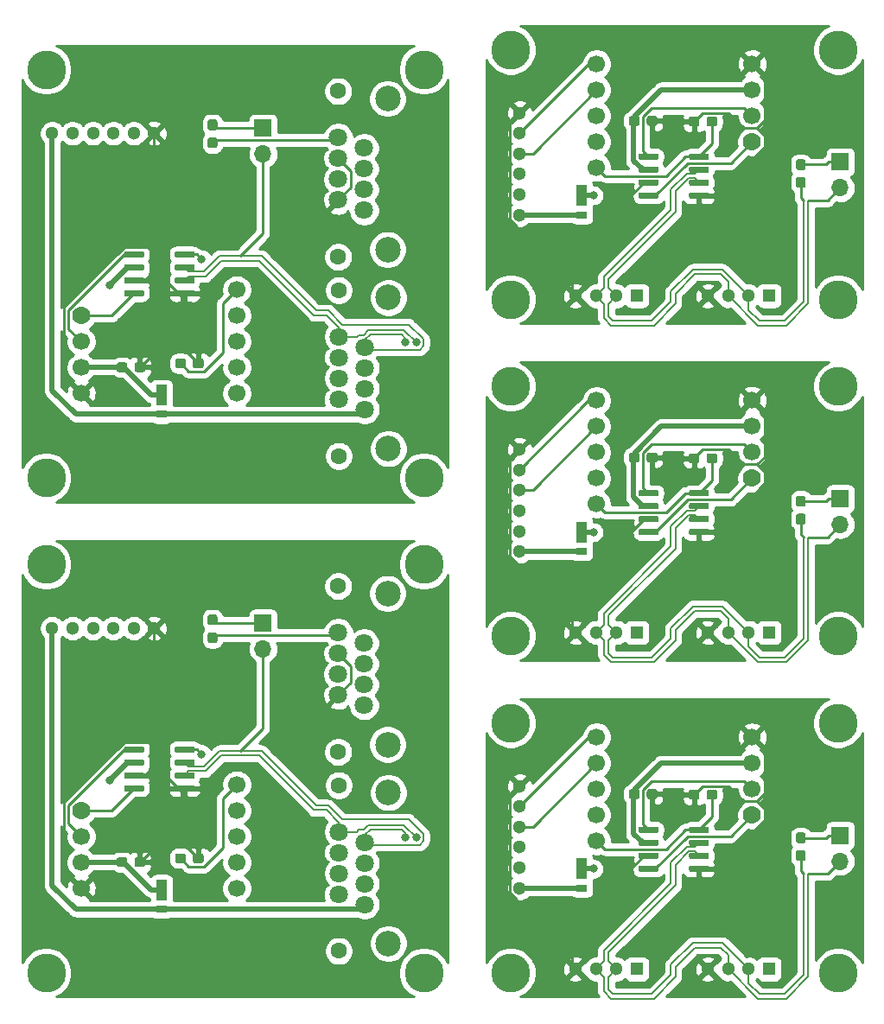
<source format=gbl>
%MOIN*%
%OFA0B0*%
%FSLAX46Y46*%
%IPPOS*%
%LPD*%
%ADD10C,0.14960629921259844*%
%ADD11R,0.043307086614173235X0.07874015748031496*%
%ADD12R,0.043307086614173235X0.031496062992125991*%
%ADD13C,0.0984251968503937*%
%ADD14C,0.062992125984251982*%
%ADD15C,0.070866141732283464*%
%ADD16C,0.066929133858267723*%
%ADD17C,0.069929133858267725*%
%ADD18C,0.0039370078740157488*%
%ADD19C,0.023622047244094488*%
%ADD20C,0.037401574803149609*%
%ADD21O,0.066929133858267723X0.066929133858267723*%
%ADD22R,0.066929133858267723X0.066929133858267723*%
%ADD23C,0.051181102362204731*%
%ADD24C,0.031496062992125991*%
%ADD25C,0.00984251968503937*%
%ADD26C,0.01968503937007874*%
%ADD27C,0.0078740157480314977*%
%ADD28C,0.01*%
%ADD39C,0.14960629921259844*%
%ADD40R,0.043307086614173235X0.07874015748031496*%
%ADD41R,0.043307086614173235X0.031496062992125991*%
%ADD42C,0.0984251968503937*%
%ADD43C,0.062992125984251982*%
%ADD44C,0.070866141732283464*%
%ADD45C,0.066929133858267723*%
%ADD46C,0.069929133858267725*%
%ADD47C,0.0039370078740157488*%
%ADD48C,0.023622047244094488*%
%ADD49C,0.037401574803149609*%
%ADD50O,0.066929133858267723X0.066929133858267723*%
%ADD51R,0.066929133858267723X0.066929133858267723*%
%ADD52C,0.051181102362204731*%
%ADD53C,0.031496062992125991*%
%ADD54C,0.00984251968503937*%
%ADD55C,0.01968503937007874*%
%ADD56C,0.0078740157480314977*%
%ADD57C,0.01*%
%ADD58R,0.043307086614173235X0.07874015748031496*%
%ADD59R,0.043307086614173235X0.031496062992125991*%
%ADD60C,0.051181102362204731*%
%ADD61R,0.051181102362204731X0.051181102362204731*%
%ADD62O,0.066929133858267723X0.066929133858267723*%
%ADD63R,0.066929133858267723X0.066929133858267723*%
%ADD64C,0.0039370078740157488*%
%ADD65C,0.037401574803149609*%
%ADD66C,0.066929133858267723*%
%ADD67C,0.069929133858267725*%
%ADD68C,0.023622047244094488*%
%ADD69C,0.14960629921259844*%
%ADD70C,0.031496062992125991*%
%ADD71C,0.00984251968503937*%
%ADD72C,0.01968503937007874*%
%ADD73C,0.0078740157480314977*%
%ADD74C,0.01*%
%ADD75R,0.043307086614173235X0.07874015748031496*%
%ADD76R,0.043307086614173235X0.031496062992125991*%
%ADD77C,0.051181102362204731*%
%ADD78R,0.051181102362204731X0.051181102362204731*%
%ADD79O,0.066929133858267723X0.066929133858267723*%
%ADD80R,0.066929133858267723X0.066929133858267723*%
%ADD81C,0.0039370078740157488*%
%ADD82C,0.037401574803149609*%
%ADD83C,0.066929133858267723*%
%ADD84C,0.069929133858267725*%
%ADD85C,0.023622047244094488*%
%ADD86C,0.14960629921259844*%
%ADD87C,0.031496062992125991*%
%ADD88C,0.00984251968503937*%
%ADD89C,0.01968503937007874*%
%ADD90C,0.0078740157480314977*%
%ADD91C,0.01*%
%ADD92R,0.043307086614173235X0.07874015748031496*%
%ADD93R,0.043307086614173235X0.031496062992125991*%
%ADD94C,0.051181102362204731*%
%ADD95R,0.051181102362204731X0.051181102362204731*%
%ADD96O,0.066929133858267723X0.066929133858267723*%
%ADD97R,0.066929133858267723X0.066929133858267723*%
%ADD98C,0.0039370078740157488*%
%ADD99C,0.037401574803149609*%
%ADD100C,0.066929133858267723*%
%ADD101C,0.069929133858267725*%
%ADD102C,0.023622047244094488*%
%ADD103C,0.14960629921259844*%
%ADD104C,0.031496062992125991*%
%ADD105C,0.00984251968503937*%
%ADD106C,0.01968503937007874*%
%ADD107C,0.0078740157480314977*%
%ADD108C,0.01*%
D10*
X-0005275590Y0004889763D02*
X0000118110Y0000118110D03*
X0001574803Y0000118110D03*
X0001574803Y0001692913D03*
X0000118110Y0001692913D03*
D11*
X0000562401Y0000438346D03*
D12*
X0000562401Y0000363543D03*
D13*
X0001437440Y0000813622D03*
X0001437440Y0000230944D03*
D14*
X0001246889Y0000842165D03*
X0001246889Y0000202401D03*
D15*
X0001346889Y0000382283D03*
X0001246889Y0000422283D03*
X0001346889Y0000462283D03*
X0001246889Y0000502283D03*
X0001346889Y0000542283D03*
X0001246889Y0000582283D03*
X0001346889Y0000622283D03*
X0001246889Y0000662283D03*
D16*
X0000853031Y0000843779D03*
X0000853031Y0000743779D03*
X0000853031Y0000643779D03*
X0000853031Y0000543779D03*
X0000853031Y0000443779D03*
X0000253031Y0000443779D03*
X0000253031Y0000543779D03*
X0000253031Y0000643779D03*
D17*
X0000253031Y0000743779D03*
D18*
G36*
X0000684909Y0000841546D02*
G01*
X0000685482Y0000841461D01*
X0000686044Y0000841320D01*
X0000686590Y0000841125D01*
X0000687114Y0000840877D01*
X0000687611Y0000840579D01*
X0000688077Y0000840234D01*
X0000688506Y0000839845D01*
X0000688895Y0000839415D01*
X0000689240Y0000838950D01*
X0000689538Y0000838453D01*
X0000689786Y0000837929D01*
X0000689981Y0000837383D01*
X0000690122Y0000836821D01*
X0000690207Y0000836248D01*
X0000690236Y0000835669D01*
X0000690236Y0000823858D01*
X0000690207Y0000823279D01*
X0000690122Y0000822706D01*
X0000689981Y0000822143D01*
X0000689786Y0000821598D01*
X0000689538Y0000821074D01*
X0000689240Y0000820577D01*
X0000688895Y0000820111D01*
X0000688506Y0000819682D01*
X0000688077Y0000819293D01*
X0000687611Y0000818948D01*
X0000687114Y0000818650D01*
X0000686590Y0000818402D01*
X0000686044Y0000818207D01*
X0000685482Y0000818066D01*
X0000684909Y0000817981D01*
X0000684330Y0000817952D01*
X0000619370Y0000817952D01*
X0000618791Y0000817981D01*
X0000618217Y0000818066D01*
X0000617655Y0000818207D01*
X0000617110Y0000818402D01*
X0000616586Y0000818650D01*
X0000616089Y0000818948D01*
X0000615623Y0000819293D01*
X0000615194Y0000819682D01*
X0000614804Y0000820111D01*
X0000614459Y0000820577D01*
X0000614161Y0000821074D01*
X0000613914Y0000821598D01*
X0000613718Y0000822143D01*
X0000613577Y0000822706D01*
X0000613492Y0000823279D01*
X0000613464Y0000823858D01*
X0000613464Y0000835669D01*
X0000613492Y0000836248D01*
X0000613577Y0000836821D01*
X0000613718Y0000837383D01*
X0000613914Y0000837929D01*
X0000614161Y0000838453D01*
X0000614459Y0000838950D01*
X0000614804Y0000839415D01*
X0000615194Y0000839845D01*
X0000615623Y0000840234D01*
X0000616089Y0000840579D01*
X0000616586Y0000840877D01*
X0000617110Y0000841125D01*
X0000617655Y0000841320D01*
X0000618217Y0000841461D01*
X0000618791Y0000841546D01*
X0000619370Y0000841574D01*
X0000684330Y0000841574D01*
X0000684909Y0000841546D01*
X0000684909Y0000841546D01*
G37*
D19*
X0000651850Y0000829763D03*
D18*
G36*
X0000684909Y0000891546D02*
G01*
X0000685482Y0000891461D01*
X0000686044Y0000891320D01*
X0000686590Y0000891125D01*
X0000687114Y0000890877D01*
X0000687611Y0000890579D01*
X0000688077Y0000890234D01*
X0000688506Y0000889845D01*
X0000688895Y0000889415D01*
X0000689240Y0000888950D01*
X0000689538Y0000888453D01*
X0000689786Y0000887929D01*
X0000689981Y0000887383D01*
X0000690122Y0000886821D01*
X0000690207Y0000886248D01*
X0000690236Y0000885669D01*
X0000690236Y0000873858D01*
X0000690207Y0000873279D01*
X0000690122Y0000872706D01*
X0000689981Y0000872143D01*
X0000689786Y0000871598D01*
X0000689538Y0000871074D01*
X0000689240Y0000870577D01*
X0000688895Y0000870111D01*
X0000688506Y0000869682D01*
X0000688077Y0000869293D01*
X0000687611Y0000868948D01*
X0000687114Y0000868650D01*
X0000686590Y0000868402D01*
X0000686044Y0000868207D01*
X0000685482Y0000868066D01*
X0000684909Y0000867981D01*
X0000684330Y0000867952D01*
X0000619370Y0000867952D01*
X0000618791Y0000867981D01*
X0000618217Y0000868066D01*
X0000617655Y0000868207D01*
X0000617110Y0000868402D01*
X0000616586Y0000868650D01*
X0000616089Y0000868948D01*
X0000615623Y0000869293D01*
X0000615194Y0000869682D01*
X0000614804Y0000870111D01*
X0000614459Y0000870577D01*
X0000614161Y0000871074D01*
X0000613914Y0000871598D01*
X0000613718Y0000872143D01*
X0000613577Y0000872706D01*
X0000613492Y0000873279D01*
X0000613464Y0000873858D01*
X0000613464Y0000885669D01*
X0000613492Y0000886248D01*
X0000613577Y0000886821D01*
X0000613718Y0000887383D01*
X0000613914Y0000887929D01*
X0000614161Y0000888453D01*
X0000614459Y0000888950D01*
X0000614804Y0000889415D01*
X0000615194Y0000889845D01*
X0000615623Y0000890234D01*
X0000616089Y0000890579D01*
X0000616586Y0000890877D01*
X0000617110Y0000891125D01*
X0000617655Y0000891320D01*
X0000618217Y0000891461D01*
X0000618791Y0000891546D01*
X0000619370Y0000891574D01*
X0000684330Y0000891574D01*
X0000684909Y0000891546D01*
X0000684909Y0000891546D01*
G37*
D19*
X0000651850Y0000879763D03*
D18*
G36*
X0000684909Y0000941546D02*
G01*
X0000685482Y0000941461D01*
X0000686044Y0000941320D01*
X0000686590Y0000941125D01*
X0000687114Y0000940877D01*
X0000687611Y0000940579D01*
X0000688077Y0000940234D01*
X0000688506Y0000939845D01*
X0000688895Y0000939415D01*
X0000689240Y0000938950D01*
X0000689538Y0000938453D01*
X0000689786Y0000937929D01*
X0000689981Y0000937383D01*
X0000690122Y0000936821D01*
X0000690207Y0000936248D01*
X0000690236Y0000935669D01*
X0000690236Y0000923858D01*
X0000690207Y0000923279D01*
X0000690122Y0000922706D01*
X0000689981Y0000922143D01*
X0000689786Y0000921598D01*
X0000689538Y0000921074D01*
X0000689240Y0000920577D01*
X0000688895Y0000920111D01*
X0000688506Y0000919682D01*
X0000688077Y0000919293D01*
X0000687611Y0000918947D01*
X0000687114Y0000918650D01*
X0000686590Y0000918402D01*
X0000686044Y0000918207D01*
X0000685482Y0000918066D01*
X0000684909Y0000917981D01*
X0000684330Y0000917952D01*
X0000619370Y0000917952D01*
X0000618791Y0000917981D01*
X0000618217Y0000918066D01*
X0000617655Y0000918207D01*
X0000617110Y0000918402D01*
X0000616586Y0000918650D01*
X0000616089Y0000918947D01*
X0000615623Y0000919293D01*
X0000615194Y0000919682D01*
X0000614804Y0000920111D01*
X0000614459Y0000920577D01*
X0000614161Y0000921074D01*
X0000613914Y0000921598D01*
X0000613718Y0000922143D01*
X0000613577Y0000922706D01*
X0000613492Y0000923279D01*
X0000613464Y0000923858D01*
X0000613464Y0000935669D01*
X0000613492Y0000936248D01*
X0000613577Y0000936821D01*
X0000613718Y0000937383D01*
X0000613914Y0000937929D01*
X0000614161Y0000938453D01*
X0000614459Y0000938950D01*
X0000614804Y0000939415D01*
X0000615194Y0000939845D01*
X0000615623Y0000940234D01*
X0000616089Y0000940579D01*
X0000616586Y0000940877D01*
X0000617110Y0000941125D01*
X0000617655Y0000941320D01*
X0000618217Y0000941461D01*
X0000618791Y0000941546D01*
X0000619370Y0000941574D01*
X0000684330Y0000941574D01*
X0000684909Y0000941546D01*
X0000684909Y0000941546D01*
G37*
D19*
X0000651850Y0000929763D03*
D18*
G36*
X0000684909Y0000991546D02*
G01*
X0000685482Y0000991461D01*
X0000686044Y0000991320D01*
X0000686590Y0000991125D01*
X0000687114Y0000990877D01*
X0000687611Y0000990579D01*
X0000688077Y0000990234D01*
X0000688506Y0000989845D01*
X0000688895Y0000989415D01*
X0000689240Y0000988950D01*
X0000689538Y0000988453D01*
X0000689786Y0000987929D01*
X0000689981Y0000987383D01*
X0000690122Y0000986821D01*
X0000690207Y0000986248D01*
X0000690236Y0000985669D01*
X0000690236Y0000973858D01*
X0000690207Y0000973279D01*
X0000690122Y0000972706D01*
X0000689981Y0000972143D01*
X0000689786Y0000971598D01*
X0000689538Y0000971074D01*
X0000689240Y0000970577D01*
X0000688895Y0000970111D01*
X0000688506Y0000969682D01*
X0000688077Y0000969293D01*
X0000687611Y0000968948D01*
X0000687114Y0000968650D01*
X0000686590Y0000968402D01*
X0000686044Y0000968207D01*
X0000685482Y0000968066D01*
X0000684909Y0000967981D01*
X0000684330Y0000967952D01*
X0000619370Y0000967952D01*
X0000618791Y0000967981D01*
X0000618217Y0000968066D01*
X0000617655Y0000968207D01*
X0000617110Y0000968402D01*
X0000616586Y0000968650D01*
X0000616089Y0000968948D01*
X0000615623Y0000969293D01*
X0000615194Y0000969682D01*
X0000614804Y0000970111D01*
X0000614459Y0000970577D01*
X0000614161Y0000971074D01*
X0000613914Y0000971598D01*
X0000613718Y0000972143D01*
X0000613577Y0000972706D01*
X0000613492Y0000973279D01*
X0000613464Y0000973858D01*
X0000613464Y0000985669D01*
X0000613492Y0000986248D01*
X0000613577Y0000986821D01*
X0000613718Y0000987383D01*
X0000613914Y0000987929D01*
X0000614161Y0000988453D01*
X0000614459Y0000988950D01*
X0000614804Y0000989415D01*
X0000615194Y0000989845D01*
X0000615623Y0000990234D01*
X0000616089Y0000990579D01*
X0000616586Y0000990877D01*
X0000617110Y0000991125D01*
X0000617655Y0000991320D01*
X0000618217Y0000991461D01*
X0000618791Y0000991546D01*
X0000619370Y0000991574D01*
X0000684330Y0000991574D01*
X0000684909Y0000991546D01*
X0000684909Y0000991546D01*
G37*
D19*
X0000651850Y0000979763D03*
D18*
G36*
X0000490027Y0000991546D02*
G01*
X0000490600Y0000991461D01*
X0000491162Y0000991320D01*
X0000491708Y0000991125D01*
X0000492232Y0000990877D01*
X0000492729Y0000990579D01*
X0000493195Y0000990234D01*
X0000493624Y0000989845D01*
X0000494013Y0000989415D01*
X0000494358Y0000988950D01*
X0000494656Y0000988453D01*
X0000494904Y0000987929D01*
X0000495099Y0000987383D01*
X0000495240Y0000986821D01*
X0000495325Y0000986248D01*
X0000495354Y0000985669D01*
X0000495354Y0000973858D01*
X0000495325Y0000973279D01*
X0000495240Y0000972706D01*
X0000495099Y0000972143D01*
X0000494904Y0000971598D01*
X0000494656Y0000971074D01*
X0000494358Y0000970577D01*
X0000494013Y0000970111D01*
X0000493624Y0000969682D01*
X0000493195Y0000969293D01*
X0000492729Y0000968948D01*
X0000492232Y0000968650D01*
X0000491708Y0000968402D01*
X0000491162Y0000968207D01*
X0000490600Y0000968066D01*
X0000490027Y0000967981D01*
X0000489448Y0000967952D01*
X0000424488Y0000967952D01*
X0000423909Y0000967981D01*
X0000423335Y0000968066D01*
X0000422773Y0000968207D01*
X0000422228Y0000968402D01*
X0000421704Y0000968650D01*
X0000421207Y0000968948D01*
X0000420741Y0000969293D01*
X0000420312Y0000969682D01*
X0000419923Y0000970111D01*
X0000419577Y0000970577D01*
X0000419279Y0000971074D01*
X0000419032Y0000971598D01*
X0000418836Y0000972143D01*
X0000418696Y0000972706D01*
X0000418611Y0000973279D01*
X0000418582Y0000973858D01*
X0000418582Y0000985669D01*
X0000418611Y0000986248D01*
X0000418696Y0000986821D01*
X0000418836Y0000987383D01*
X0000419032Y0000987929D01*
X0000419279Y0000988453D01*
X0000419577Y0000988950D01*
X0000419923Y0000989415D01*
X0000420312Y0000989845D01*
X0000420741Y0000990234D01*
X0000421207Y0000990579D01*
X0000421704Y0000990877D01*
X0000422228Y0000991125D01*
X0000422773Y0000991320D01*
X0000423335Y0000991461D01*
X0000423909Y0000991546D01*
X0000424488Y0000991574D01*
X0000489448Y0000991574D01*
X0000490027Y0000991546D01*
X0000490027Y0000991546D01*
G37*
D19*
X0000456968Y0000979763D03*
D18*
G36*
X0000490027Y0000941546D02*
G01*
X0000490600Y0000941461D01*
X0000491162Y0000941320D01*
X0000491708Y0000941125D01*
X0000492232Y0000940877D01*
X0000492729Y0000940579D01*
X0000493195Y0000940234D01*
X0000493624Y0000939845D01*
X0000494013Y0000939415D01*
X0000494358Y0000938950D01*
X0000494656Y0000938453D01*
X0000494904Y0000937929D01*
X0000495099Y0000937383D01*
X0000495240Y0000936821D01*
X0000495325Y0000936248D01*
X0000495354Y0000935669D01*
X0000495354Y0000923858D01*
X0000495325Y0000923279D01*
X0000495240Y0000922706D01*
X0000495099Y0000922143D01*
X0000494904Y0000921598D01*
X0000494656Y0000921074D01*
X0000494358Y0000920577D01*
X0000494013Y0000920111D01*
X0000493624Y0000919682D01*
X0000493195Y0000919293D01*
X0000492729Y0000918947D01*
X0000492232Y0000918650D01*
X0000491708Y0000918402D01*
X0000491162Y0000918207D01*
X0000490600Y0000918066D01*
X0000490027Y0000917981D01*
X0000489448Y0000917952D01*
X0000424488Y0000917952D01*
X0000423909Y0000917981D01*
X0000423335Y0000918066D01*
X0000422773Y0000918207D01*
X0000422228Y0000918402D01*
X0000421704Y0000918650D01*
X0000421207Y0000918947D01*
X0000420741Y0000919293D01*
X0000420312Y0000919682D01*
X0000419923Y0000920111D01*
X0000419577Y0000920577D01*
X0000419279Y0000921074D01*
X0000419032Y0000921598D01*
X0000418836Y0000922143D01*
X0000418696Y0000922706D01*
X0000418611Y0000923279D01*
X0000418582Y0000923858D01*
X0000418582Y0000935669D01*
X0000418611Y0000936248D01*
X0000418696Y0000936821D01*
X0000418836Y0000937383D01*
X0000419032Y0000937929D01*
X0000419279Y0000938453D01*
X0000419577Y0000938950D01*
X0000419923Y0000939415D01*
X0000420312Y0000939845D01*
X0000420741Y0000940234D01*
X0000421207Y0000940579D01*
X0000421704Y0000940877D01*
X0000422228Y0000941125D01*
X0000422773Y0000941320D01*
X0000423335Y0000941461D01*
X0000423909Y0000941546D01*
X0000424488Y0000941574D01*
X0000489448Y0000941574D01*
X0000490027Y0000941546D01*
X0000490027Y0000941546D01*
G37*
D19*
X0000456968Y0000929763D03*
D18*
G36*
X0000490027Y0000891546D02*
G01*
X0000490600Y0000891461D01*
X0000491162Y0000891320D01*
X0000491708Y0000891125D01*
X0000492232Y0000890877D01*
X0000492729Y0000890579D01*
X0000493195Y0000890234D01*
X0000493624Y0000889845D01*
X0000494013Y0000889415D01*
X0000494358Y0000888950D01*
X0000494656Y0000888453D01*
X0000494904Y0000887929D01*
X0000495099Y0000887383D01*
X0000495240Y0000886821D01*
X0000495325Y0000886248D01*
X0000495354Y0000885669D01*
X0000495354Y0000873858D01*
X0000495325Y0000873279D01*
X0000495240Y0000872706D01*
X0000495099Y0000872143D01*
X0000494904Y0000871598D01*
X0000494656Y0000871074D01*
X0000494358Y0000870577D01*
X0000494013Y0000870111D01*
X0000493624Y0000869682D01*
X0000493195Y0000869293D01*
X0000492729Y0000868948D01*
X0000492232Y0000868650D01*
X0000491708Y0000868402D01*
X0000491162Y0000868207D01*
X0000490600Y0000868066D01*
X0000490027Y0000867981D01*
X0000489448Y0000867952D01*
X0000424488Y0000867952D01*
X0000423909Y0000867981D01*
X0000423335Y0000868066D01*
X0000422773Y0000868207D01*
X0000422228Y0000868402D01*
X0000421704Y0000868650D01*
X0000421207Y0000868948D01*
X0000420741Y0000869293D01*
X0000420312Y0000869682D01*
X0000419923Y0000870111D01*
X0000419577Y0000870577D01*
X0000419279Y0000871074D01*
X0000419032Y0000871598D01*
X0000418836Y0000872143D01*
X0000418696Y0000872706D01*
X0000418611Y0000873279D01*
X0000418582Y0000873858D01*
X0000418582Y0000885669D01*
X0000418611Y0000886248D01*
X0000418696Y0000886821D01*
X0000418836Y0000887383D01*
X0000419032Y0000887929D01*
X0000419279Y0000888453D01*
X0000419577Y0000888950D01*
X0000419923Y0000889415D01*
X0000420312Y0000889845D01*
X0000420741Y0000890234D01*
X0000421207Y0000890579D01*
X0000421704Y0000890877D01*
X0000422228Y0000891125D01*
X0000422773Y0000891320D01*
X0000423335Y0000891461D01*
X0000423909Y0000891546D01*
X0000424488Y0000891574D01*
X0000489448Y0000891574D01*
X0000490027Y0000891546D01*
X0000490027Y0000891546D01*
G37*
D19*
X0000456968Y0000879763D03*
D18*
G36*
X0000490027Y0000841546D02*
G01*
X0000490600Y0000841461D01*
X0000491162Y0000841320D01*
X0000491708Y0000841125D01*
X0000492232Y0000840877D01*
X0000492729Y0000840579D01*
X0000493195Y0000840234D01*
X0000493624Y0000839845D01*
X0000494013Y0000839415D01*
X0000494358Y0000838950D01*
X0000494656Y0000838453D01*
X0000494904Y0000837929D01*
X0000495099Y0000837383D01*
X0000495240Y0000836821D01*
X0000495325Y0000836248D01*
X0000495354Y0000835669D01*
X0000495354Y0000823858D01*
X0000495325Y0000823279D01*
X0000495240Y0000822706D01*
X0000495099Y0000822143D01*
X0000494904Y0000821598D01*
X0000494656Y0000821074D01*
X0000494358Y0000820577D01*
X0000494013Y0000820111D01*
X0000493624Y0000819682D01*
X0000493195Y0000819293D01*
X0000492729Y0000818948D01*
X0000492232Y0000818650D01*
X0000491708Y0000818402D01*
X0000491162Y0000818207D01*
X0000490600Y0000818066D01*
X0000490027Y0000817981D01*
X0000489448Y0000817952D01*
X0000424488Y0000817952D01*
X0000423909Y0000817981D01*
X0000423335Y0000818066D01*
X0000422773Y0000818207D01*
X0000422228Y0000818402D01*
X0000421704Y0000818650D01*
X0000421207Y0000818948D01*
X0000420741Y0000819293D01*
X0000420312Y0000819682D01*
X0000419923Y0000820111D01*
X0000419577Y0000820577D01*
X0000419279Y0000821074D01*
X0000419032Y0000821598D01*
X0000418836Y0000822143D01*
X0000418696Y0000822706D01*
X0000418611Y0000823279D01*
X0000418582Y0000823858D01*
X0000418582Y0000835669D01*
X0000418611Y0000836248D01*
X0000418696Y0000836821D01*
X0000418836Y0000837383D01*
X0000419032Y0000837929D01*
X0000419279Y0000838453D01*
X0000419577Y0000838950D01*
X0000419923Y0000839415D01*
X0000420312Y0000839845D01*
X0000420741Y0000840234D01*
X0000421207Y0000840579D01*
X0000421704Y0000840877D01*
X0000422228Y0000841125D01*
X0000422773Y0000841320D01*
X0000423335Y0000841461D01*
X0000423909Y0000841546D01*
X0000424488Y0000841574D01*
X0000489448Y0000841574D01*
X0000490027Y0000841546D01*
X0000490027Y0000841546D01*
G37*
D19*
X0000456968Y0000829763D03*
D18*
G36*
X0000769676Y0001431490D02*
G01*
X0000770583Y0001431355D01*
X0000771474Y0001431132D01*
X0000772337Y0001430823D01*
X0000773167Y0001430431D01*
X0000773954Y0001429959D01*
X0000774691Y0001429412D01*
X0000775371Y0001428796D01*
X0000775987Y0001428116D01*
X0000776534Y0001427379D01*
X0000777006Y0001426592D01*
X0000777398Y0001425763D01*
X0000777707Y0001424899D01*
X0000777930Y0001424009D01*
X0000778065Y0001423101D01*
X0000778110Y0001422185D01*
X0000778110Y0001399547D01*
X0000778065Y0001398630D01*
X0000777930Y0001397723D01*
X0000777707Y0001396832D01*
X0000777398Y0001395969D01*
X0000777006Y0001395139D01*
X0000776534Y0001394352D01*
X0000775987Y0001393615D01*
X0000775371Y0001392935D01*
X0000774691Y0001392319D01*
X0000773954Y0001391772D01*
X0000773167Y0001391300D01*
X0000772337Y0001390908D01*
X0000771474Y0001390599D01*
X0000770583Y0001390376D01*
X0000769676Y0001390241D01*
X0000768759Y0001390196D01*
X0000750058Y0001390196D01*
X0000749142Y0001390241D01*
X0000748234Y0001390376D01*
X0000747344Y0001390599D01*
X0000746480Y0001390908D01*
X0000745651Y0001391300D01*
X0000744864Y0001391772D01*
X0000744127Y0001392319D01*
X0000743447Y0001392935D01*
X0000742831Y0001393615D01*
X0000742284Y0001394352D01*
X0000741812Y0001395139D01*
X0000741420Y0001395969D01*
X0000741111Y0001396832D01*
X0000740888Y0001397723D01*
X0000740753Y0001398630D01*
X0000740708Y0001399547D01*
X0000740708Y0001422185D01*
X0000740753Y0001423101D01*
X0000740888Y0001424009D01*
X0000741111Y0001424899D01*
X0000741420Y0001425763D01*
X0000741812Y0001426592D01*
X0000742284Y0001427379D01*
X0000742831Y0001428116D01*
X0000743447Y0001428796D01*
X0000744127Y0001429412D01*
X0000744864Y0001429959D01*
X0000745651Y0001430431D01*
X0000746480Y0001430823D01*
X0000747344Y0001431132D01*
X0000748234Y0001431355D01*
X0000749142Y0001431490D01*
X0000750058Y0001431535D01*
X0000768759Y0001431535D01*
X0000769676Y0001431490D01*
X0000769676Y0001431490D01*
G37*
D20*
X0000759409Y0001410866D03*
D18*
G36*
X0000769676Y0001500388D02*
G01*
X0000770583Y0001500253D01*
X0000771474Y0001500030D01*
X0000772337Y0001499721D01*
X0000773167Y0001499328D01*
X0000773954Y0001498857D01*
X0000774691Y0001498310D01*
X0000775371Y0001497694D01*
X0000775987Y0001497014D01*
X0000776534Y0001496277D01*
X0000777006Y0001495490D01*
X0000777398Y0001494660D01*
X0000777707Y0001493796D01*
X0000777930Y0001492906D01*
X0000778065Y0001491999D01*
X0000778110Y0001491082D01*
X0000778110Y0001468444D01*
X0000778065Y0001467528D01*
X0000777930Y0001466620D01*
X0000777707Y0001465730D01*
X0000777398Y0001464866D01*
X0000777006Y0001464037D01*
X0000776534Y0001463250D01*
X0000775987Y0001462513D01*
X0000775371Y0001461833D01*
X0000774691Y0001461216D01*
X0000773954Y0001460670D01*
X0000773167Y0001460198D01*
X0000772337Y0001459806D01*
X0000771474Y0001459497D01*
X0000770583Y0001459274D01*
X0000769676Y0001459139D01*
X0000768759Y0001459094D01*
X0000750058Y0001459094D01*
X0000749142Y0001459139D01*
X0000748234Y0001459274D01*
X0000747344Y0001459497D01*
X0000746480Y0001459806D01*
X0000745651Y0001460198D01*
X0000744864Y0001460670D01*
X0000744127Y0001461216D01*
X0000743447Y0001461833D01*
X0000742831Y0001462513D01*
X0000742284Y0001463250D01*
X0000741812Y0001464037D01*
X0000741420Y0001464866D01*
X0000741111Y0001465730D01*
X0000740888Y0001466620D01*
X0000740753Y0001467528D01*
X0000740708Y0001468444D01*
X0000740708Y0001491082D01*
X0000740753Y0001491999D01*
X0000740888Y0001492906D01*
X0000741111Y0001493796D01*
X0000741420Y0001494660D01*
X0000741812Y0001495490D01*
X0000742284Y0001496277D01*
X0000742831Y0001497014D01*
X0000743447Y0001497694D01*
X0000744127Y0001498310D01*
X0000744864Y0001498857D01*
X0000745651Y0001499328D01*
X0000746480Y0001499721D01*
X0000747344Y0001500030D01*
X0000748234Y0001500253D01*
X0000749142Y0001500388D01*
X0000750058Y0001500433D01*
X0000768759Y0001500433D01*
X0000769676Y0001500388D01*
X0000769676Y0001500388D01*
G37*
D20*
X0000759409Y0001479763D03*
D21*
X0000954409Y0001367263D03*
D22*
X0000954409Y0001467263D03*
D23*
X0000534409Y0001447263D03*
X0000455669Y0001447263D03*
X0000376929Y0001447263D03*
X0000298188Y0001447263D03*
X0000219448Y0001447263D03*
X0000140708Y0001447263D03*
D13*
X0001434960Y0001581102D03*
X0001434960Y0000998425D03*
D14*
X0001244409Y0001609645D03*
X0001244409Y0000969881D03*
D15*
X0001344409Y0001149763D03*
X0001244409Y0001189763D03*
X0001344409Y0001229763D03*
X0001244409Y0001269763D03*
X0001344409Y0001309763D03*
X0001244409Y0001349763D03*
X0001344409Y0001389763D03*
X0001244409Y0001429763D03*
D18*
G36*
X0000491526Y0000563419D02*
G01*
X0000492434Y0000563284D01*
X0000493324Y0000563061D01*
X0000494188Y0000562752D01*
X0000495017Y0000562360D01*
X0000495804Y0000561888D01*
X0000496541Y0000561342D01*
X0000497221Y0000560725D01*
X0000497838Y0000560045D01*
X0000498384Y0000559308D01*
X0000498856Y0000558521D01*
X0000499248Y0000557692D01*
X0000499557Y0000556828D01*
X0000499780Y0000555938D01*
X0000499915Y0000555030D01*
X0000499960Y0000554114D01*
X0000499960Y0000535413D01*
X0000499915Y0000534496D01*
X0000499780Y0000533589D01*
X0000499557Y0000532699D01*
X0000499248Y0000531835D01*
X0000498856Y0000531005D01*
X0000498384Y0000530218D01*
X0000497838Y0000529481D01*
X0000497221Y0000528801D01*
X0000496541Y0000528185D01*
X0000495804Y0000527638D01*
X0000495017Y0000527167D01*
X0000494188Y0000526774D01*
X0000493324Y0000526465D01*
X0000492434Y0000526242D01*
X0000491526Y0000526108D01*
X0000490610Y0000526062D01*
X0000467972Y0000526062D01*
X0000467055Y0000526108D01*
X0000466148Y0000526242D01*
X0000465258Y0000526465D01*
X0000464394Y0000526774D01*
X0000463564Y0000527167D01*
X0000462777Y0000527638D01*
X0000462040Y0000528185D01*
X0000461360Y0000528801D01*
X0000460744Y0000529481D01*
X0000460197Y0000530218D01*
X0000459726Y0000531005D01*
X0000459333Y0000531835D01*
X0000459024Y0000532699D01*
X0000458801Y0000533589D01*
X0000458667Y0000534496D01*
X0000458621Y0000535413D01*
X0000458621Y0000554114D01*
X0000458667Y0000555030D01*
X0000458801Y0000555938D01*
X0000459024Y0000556828D01*
X0000459333Y0000557692D01*
X0000459726Y0000558521D01*
X0000460197Y0000559308D01*
X0000460744Y0000560045D01*
X0000461360Y0000560725D01*
X0000462040Y0000561342D01*
X0000462777Y0000561888D01*
X0000463564Y0000562360D01*
X0000464394Y0000562752D01*
X0000465258Y0000563061D01*
X0000466148Y0000563284D01*
X0000467055Y0000563419D01*
X0000467972Y0000563464D01*
X0000490610Y0000563464D01*
X0000491526Y0000563419D01*
X0000491526Y0000563419D01*
G37*
D20*
X0000479291Y0000544763D03*
D18*
G36*
X0000422629Y0000563419D02*
G01*
X0000423536Y0000563284D01*
X0000424426Y0000563061D01*
X0000425290Y0000562752D01*
X0000426120Y0000562360D01*
X0000426907Y0000561888D01*
X0000427644Y0000561342D01*
X0000428324Y0000560725D01*
X0000428940Y0000560045D01*
X0000429487Y0000559308D01*
X0000429958Y0000558521D01*
X0000430351Y0000557692D01*
X0000430660Y0000556828D01*
X0000430883Y0000555938D01*
X0000431017Y0000555030D01*
X0000431062Y0000554114D01*
X0000431062Y0000535413D01*
X0000431017Y0000534496D01*
X0000430883Y0000533589D01*
X0000430660Y0000532699D01*
X0000430351Y0000531835D01*
X0000429958Y0000531005D01*
X0000429487Y0000530218D01*
X0000428940Y0000529481D01*
X0000428324Y0000528801D01*
X0000427644Y0000528185D01*
X0000426907Y0000527638D01*
X0000426120Y0000527167D01*
X0000425290Y0000526774D01*
X0000424426Y0000526465D01*
X0000423536Y0000526242D01*
X0000422629Y0000526108D01*
X0000421712Y0000526062D01*
X0000399074Y0000526062D01*
X0000398158Y0000526108D01*
X0000397250Y0000526242D01*
X0000396360Y0000526465D01*
X0000395496Y0000526774D01*
X0000394666Y0000527167D01*
X0000393879Y0000527638D01*
X0000393142Y0000528185D01*
X0000392462Y0000528801D01*
X0000391846Y0000529481D01*
X0000391300Y0000530218D01*
X0000390828Y0000531005D01*
X0000390436Y0000531835D01*
X0000390126Y0000532699D01*
X0000389903Y0000533589D01*
X0000389769Y0000534496D01*
X0000389724Y0000535413D01*
X0000389724Y0000554114D01*
X0000389769Y0000555030D01*
X0000389903Y0000555938D01*
X0000390126Y0000556828D01*
X0000390436Y0000557692D01*
X0000390828Y0000558521D01*
X0000391300Y0000559308D01*
X0000391846Y0000560045D01*
X0000392462Y0000560725D01*
X0000393142Y0000561342D01*
X0000393879Y0000561888D01*
X0000394666Y0000562360D01*
X0000395496Y0000562752D01*
X0000396360Y0000563061D01*
X0000397250Y0000563284D01*
X0000398158Y0000563419D01*
X0000399074Y0000563464D01*
X0000421712Y0000563464D01*
X0000422629Y0000563419D01*
X0000422629Y0000563419D01*
G37*
D20*
X0000410393Y0000544763D03*
D18*
G36*
X0000716644Y0000578419D02*
G01*
X0000717552Y0000578284D01*
X0000718442Y0000578061D01*
X0000719306Y0000577752D01*
X0000720136Y0000577360D01*
X0000720923Y0000576888D01*
X0000721660Y0000576342D01*
X0000722340Y0000575725D01*
X0000722956Y0000575045D01*
X0000723502Y0000574308D01*
X0000723974Y0000573521D01*
X0000724366Y0000572692D01*
X0000724675Y0000571828D01*
X0000724899Y0000570938D01*
X0000725033Y0000570030D01*
X0000725078Y0000569114D01*
X0000725078Y0000550413D01*
X0000725033Y0000549496D01*
X0000724899Y0000548589D01*
X0000724675Y0000547699D01*
X0000724366Y0000546835D01*
X0000723974Y0000546005D01*
X0000723502Y0000545218D01*
X0000722956Y0000544481D01*
X0000722340Y0000543801D01*
X0000721660Y0000543185D01*
X0000720923Y0000542638D01*
X0000720136Y0000542167D01*
X0000719306Y0000541774D01*
X0000718442Y0000541465D01*
X0000717552Y0000541242D01*
X0000716644Y0000541108D01*
X0000715728Y0000541062D01*
X0000693090Y0000541062D01*
X0000692173Y0000541108D01*
X0000691266Y0000541242D01*
X0000690376Y0000541465D01*
X0000689512Y0000541774D01*
X0000688682Y0000542167D01*
X0000687895Y0000542638D01*
X0000687158Y0000543185D01*
X0000686478Y0000543801D01*
X0000685862Y0000544481D01*
X0000685315Y0000545218D01*
X0000684844Y0000546005D01*
X0000684451Y0000546835D01*
X0000684142Y0000547699D01*
X0000683919Y0000548589D01*
X0000683785Y0000549496D01*
X0000683740Y0000550413D01*
X0000683740Y0000569114D01*
X0000683785Y0000570030D01*
X0000683919Y0000570938D01*
X0000684142Y0000571828D01*
X0000684451Y0000572692D01*
X0000684844Y0000573521D01*
X0000685315Y0000574308D01*
X0000685862Y0000575045D01*
X0000686478Y0000575725D01*
X0000687158Y0000576342D01*
X0000687895Y0000576888D01*
X0000688682Y0000577360D01*
X0000689512Y0000577752D01*
X0000690376Y0000578061D01*
X0000691266Y0000578284D01*
X0000692173Y0000578419D01*
X0000693090Y0000578464D01*
X0000715728Y0000578464D01*
X0000716644Y0000578419D01*
X0000716644Y0000578419D01*
G37*
D20*
X0000704409Y0000559763D03*
D18*
G36*
X0000647747Y0000578419D02*
G01*
X0000648654Y0000578284D01*
X0000649544Y0000578061D01*
X0000650408Y0000577752D01*
X0000651238Y0000577360D01*
X0000652025Y0000576888D01*
X0000652762Y0000576342D01*
X0000653442Y0000575725D01*
X0000654058Y0000575045D01*
X0000654605Y0000574308D01*
X0000655076Y0000573521D01*
X0000655469Y0000572692D01*
X0000655778Y0000571828D01*
X0000656001Y0000570938D01*
X0000656135Y0000570030D01*
X0000656181Y0000569114D01*
X0000656181Y0000550413D01*
X0000656135Y0000549496D01*
X0000656001Y0000548589D01*
X0000655778Y0000547699D01*
X0000655469Y0000546835D01*
X0000655076Y0000546005D01*
X0000654605Y0000545218D01*
X0000654058Y0000544481D01*
X0000653442Y0000543801D01*
X0000652762Y0000543185D01*
X0000652025Y0000542638D01*
X0000651238Y0000542167D01*
X0000650408Y0000541774D01*
X0000649544Y0000541465D01*
X0000648654Y0000541242D01*
X0000647747Y0000541108D01*
X0000646830Y0000541062D01*
X0000624192Y0000541062D01*
X0000623276Y0000541108D01*
X0000622368Y0000541242D01*
X0000621478Y0000541465D01*
X0000620614Y0000541774D01*
X0000619785Y0000542167D01*
X0000618998Y0000542638D01*
X0000618261Y0000543185D01*
X0000617581Y0000543801D01*
X0000616964Y0000544481D01*
X0000616418Y0000545218D01*
X0000615946Y0000546005D01*
X0000615554Y0000546835D01*
X0000615245Y0000547699D01*
X0000615022Y0000548589D01*
X0000614887Y0000549496D01*
X0000614842Y0000550413D01*
X0000614842Y0000569114D01*
X0000614887Y0000570030D01*
X0000615022Y0000570938D01*
X0000615245Y0000571828D01*
X0000615554Y0000572692D01*
X0000615946Y0000573521D01*
X0000616418Y0000574308D01*
X0000616964Y0000575045D01*
X0000617581Y0000575725D01*
X0000618261Y0000576342D01*
X0000618998Y0000576888D01*
X0000619785Y0000577360D01*
X0000620614Y0000577752D01*
X0000621478Y0000578061D01*
X0000622368Y0000578284D01*
X0000623276Y0000578419D01*
X0000624192Y0000578464D01*
X0000646830Y0000578464D01*
X0000647747Y0000578419D01*
X0000647747Y0000578419D01*
G37*
D20*
X0000635511Y0000559763D03*
D24*
X0000717047Y0000961854D03*
X0001503740Y0000639763D03*
X0001545078Y0000639763D03*
X0000362125Y0000859905D03*
D25*
X0000534409Y0001008669D02*
X0000534409Y0000913346D01*
X0000534409Y0001447263D02*
X0000534409Y0001008669D01*
X0000559606Y0000625078D02*
X0000539724Y0000625078D01*
X0000639094Y0000625078D02*
X0000559606Y0000625078D01*
X0000534409Y0000913346D02*
X0000500826Y0000879763D01*
X0000500826Y0000879763D02*
X0000456968Y0000879763D01*
X0000639094Y0000625078D02*
X0000704409Y0000559763D01*
X0001244409Y0001349763D02*
X0001293661Y0001300507D01*
X0001293661Y0001300507D02*
X0001293661Y0001239019D01*
X0001293661Y0001239019D02*
X0001244409Y0001189763D01*
X0000651850Y0000829763D02*
X0000639094Y0000817007D01*
X0000639094Y0000817007D02*
X0000542795Y0000913346D01*
X0000542795Y0000913346D02*
X0000534409Y0000913346D01*
X0000639094Y0000817007D02*
X0000639094Y0000625078D01*
X0000559606Y0000625078D02*
X0000479291Y0000544763D01*
X0000534409Y0001008669D02*
X0000418149Y0001008669D01*
X0000418149Y0001008669D02*
X0000186062Y0000776614D01*
X0000186062Y0000776614D02*
X0000186062Y0000510747D01*
X0000186062Y0000510747D02*
X0000253031Y0000443779D01*
X0000635511Y0000559763D02*
X0000667480Y0000527795D01*
X0000667480Y0000527795D02*
X0000726810Y0000527795D01*
X0000726810Y0000527795D02*
X0000799291Y0000600275D01*
X0000799291Y0000600275D02*
X0000799291Y0000790039D01*
X0000799291Y0000790039D02*
X0000853031Y0000843779D01*
X0000651850Y0000979763D02*
X0000699133Y0000979763D01*
X0000699133Y0000979763D02*
X0000717047Y0000961854D01*
D26*
X0001346889Y0000382283D02*
X0001328149Y0000363543D01*
X0001328149Y0000363543D02*
X0000562401Y0000363543D01*
X0000562401Y0000363543D02*
X0000232007Y0000363543D01*
X0000232007Y0000363543D02*
X0000140708Y0000454842D01*
X0000140708Y0000454842D02*
X0000140708Y0001447263D01*
D27*
X0000866929Y0000973622D02*
X0000948070Y0000973622D01*
X0000948070Y0000973622D02*
X0001158070Y0000763622D01*
X0001158070Y0000763622D02*
X0001205551Y0000763622D01*
X0001205551Y0000763622D02*
X0001259645Y0000709527D01*
X0001259645Y0000709527D02*
X0001516141Y0000709527D01*
X0001516141Y0000709527D02*
X0001572637Y0000652992D01*
X0001572637Y0000652992D02*
X0001572637Y0000626535D01*
X0001572637Y0000626535D02*
X0001558306Y0000612204D01*
X0001558306Y0000612204D02*
X0001356968Y0000612204D01*
X0001356968Y0000612204D02*
X0001346889Y0000622283D01*
X0000651850Y0000929763D02*
X0000667992Y0000913622D01*
X0000667992Y0000913622D02*
X0000725747Y0000913622D01*
X0000725747Y0000913622D02*
X0000785747Y0000973622D01*
X0000785747Y0000973622D02*
X0000866929Y0000973622D01*
D25*
X0000866929Y0000973622D02*
X0000954409Y0001061122D01*
X0000954409Y0001061122D02*
X0000954409Y0001367263D01*
D27*
X0001503740Y0000639763D02*
X0001503740Y0000656062D01*
X0001503740Y0000656062D02*
X0001488897Y0000670905D01*
X0001488897Y0000670905D02*
X0001368070Y0000670905D01*
X0001368070Y0000670905D02*
X0001346889Y0000649724D01*
X0001346889Y0000649724D02*
X0001346889Y0000622283D01*
D25*
X0001244409Y0001429763D02*
X0001235629Y0001420988D01*
X0001235629Y0001420988D02*
X0000769527Y0001420988D01*
X0000769527Y0001420988D02*
X0000759409Y0001410866D01*
D27*
X0000651850Y0000879763D02*
X0000667992Y0000895905D01*
X0000667992Y0000895905D02*
X0000733070Y0000895905D01*
X0000733070Y0000895905D02*
X0000793070Y0000955905D01*
X0000793070Y0000955905D02*
X0000940747Y0000955905D01*
X0000940747Y0000955905D02*
X0001150747Y0000745905D01*
X0001150747Y0000745905D02*
X0001198228Y0000745905D01*
X0001198228Y0000745905D02*
X0001246889Y0000697204D01*
X0001246889Y0000697204D02*
X0001246889Y0000662283D01*
X0001545078Y0000639763D02*
X0001496220Y0000688622D01*
X0001496220Y0000688622D02*
X0001360747Y0000688622D01*
X0001360747Y0000688622D02*
X0001341614Y0000669527D01*
X0001341614Y0000669527D02*
X0001324212Y0000669527D01*
X0001324212Y0000669527D02*
X0001316968Y0000662283D01*
X0001316968Y0000662283D02*
X0001246889Y0000662283D01*
D25*
X0000954409Y0001467263D02*
X0000771889Y0001467263D01*
X0000771889Y0001467263D02*
X0000759409Y0001479763D01*
X0000253031Y0000643779D02*
X0000204015Y0000692795D01*
X0000204015Y0000692795D02*
X0000204015Y0000765629D01*
X0000204015Y0000765629D02*
X0000418149Y0000979763D01*
X0000418149Y0000979763D02*
X0000456968Y0000979763D01*
X0000456968Y0000829763D02*
X0000370984Y0000743779D01*
X0000370984Y0000743779D02*
X0000253031Y0000743779D01*
D26*
X0000440984Y0000929763D02*
X0000431984Y0000929763D01*
X0000431984Y0000929763D02*
X0000362125Y0000859905D01*
D25*
X0000440984Y0000929763D02*
X0000456968Y0000929763D01*
X0000456968Y0000929763D02*
X0000472992Y0000929763D01*
D26*
X0000562401Y0000438346D02*
X0000523031Y0000438346D01*
X0000523031Y0000438346D02*
X0000416614Y0000544763D01*
X0000416614Y0000544763D02*
X0000410393Y0000544763D01*
X0000410393Y0000544763D02*
X0000254015Y0000544763D01*
X0000254015Y0000544763D02*
X0000253031Y0000543779D01*
D28*
G36*
X0001527528Y0001781357D02*
G01*
X0001511182Y0001770435D01*
X0001497280Y0001756534D01*
X0001486358Y0001740187D01*
X0001478835Y0001722024D01*
X0001474999Y0001702743D01*
X0001474999Y0001683083D01*
X0001478835Y0001663801D01*
X0001486358Y0001645638D01*
X0001497280Y0001629292D01*
X0001511182Y0001615391D01*
X0001527528Y0001604468D01*
X0001545691Y0001596945D01*
X0001564973Y0001593110D01*
X0001584632Y0001593110D01*
X0001603914Y0001596945D01*
X0001622077Y0001604468D01*
X0001638423Y0001615391D01*
X0001652325Y0001629292D01*
X0001663247Y0001645638D01*
X0001666929Y0001654527D01*
X0001666929Y0000156496D01*
X0001663247Y0000165384D01*
X0001652325Y0000181731D01*
X0001638423Y0000195632D01*
X0001622077Y0000206554D01*
X0001603914Y0000214078D01*
X0001584632Y0000217913D01*
X0001564973Y0000217913D01*
X0001545691Y0000214078D01*
X0001527528Y0000206554D01*
X0001511182Y0000195632D01*
X0001497280Y0000181731D01*
X0001486358Y0000165384D01*
X0001478835Y0000147221D01*
X0001474999Y0000127940D01*
X0001474999Y0000108280D01*
X0001478835Y0000088998D01*
X0001486358Y0000070835D01*
X0001497280Y0000054489D01*
X0001511182Y0000040588D01*
X0001527528Y0000029665D01*
X0001536416Y0000025984D01*
X0000156496Y0000025984D01*
X0000165384Y0000029665D01*
X0000181730Y0000040588D01*
X0000195632Y0000054489D01*
X0000206554Y0000070835D01*
X0000214077Y0000088998D01*
X0000217913Y0000108280D01*
X0000217913Y0000127940D01*
X0000214077Y0000147221D01*
X0000206554Y0000165384D01*
X0000195632Y0000181731D01*
X0000181730Y0000195632D01*
X0000165384Y0000206554D01*
X0000161977Y0000207965D01*
X0001190393Y0000207965D01*
X0001190393Y0000196837D01*
X0001192564Y0000185922D01*
X0001196823Y0000175640D01*
X0001203006Y0000166387D01*
X0001210875Y0000158518D01*
X0001220128Y0000152335D01*
X0001230410Y0000148076D01*
X0001241325Y0000145905D01*
X0001252454Y0000145905D01*
X0001263368Y0000148076D01*
X0001273650Y0000152335D01*
X0001282903Y0000158518D01*
X0001290773Y0000166387D01*
X0001296955Y0000175640D01*
X0001301214Y0000185922D01*
X0001303385Y0000196837D01*
X0001303385Y0000207965D01*
X0001301214Y0000218880D01*
X0001296955Y0000229162D01*
X0001290880Y0000238254D01*
X0001363228Y0000238254D01*
X0001363228Y0000223635D01*
X0001366080Y0000209297D01*
X0001371674Y0000195792D01*
X0001379796Y0000183637D01*
X0001390133Y0000173300D01*
X0001402288Y0000165178D01*
X0001415793Y0000159584D01*
X0001430131Y0000156732D01*
X0001444750Y0000156732D01*
X0001459087Y0000159584D01*
X0001472593Y0000165178D01*
X0001484748Y0000173300D01*
X0001495085Y0000183637D01*
X0001503207Y0000195792D01*
X0001508801Y0000209297D01*
X0001511653Y0000223635D01*
X0001511653Y0000238254D01*
X0001508801Y0000252591D01*
X0001503207Y0000266097D01*
X0001495085Y0000278252D01*
X0001484748Y0000288589D01*
X0001472593Y0000296711D01*
X0001459087Y0000302305D01*
X0001444750Y0000305157D01*
X0001430131Y0000305157D01*
X0001415793Y0000302305D01*
X0001402288Y0000296711D01*
X0001390133Y0000288589D01*
X0001379796Y0000278252D01*
X0001371674Y0000266097D01*
X0001366080Y0000252591D01*
X0001363228Y0000238254D01*
X0001290880Y0000238254D01*
X0001290773Y0000238415D01*
X0001282903Y0000246284D01*
X0001273650Y0000252467D01*
X0001263368Y0000256726D01*
X0001252454Y0000258897D01*
X0001241325Y0000258897D01*
X0001230410Y0000256726D01*
X0001220128Y0000252467D01*
X0001210875Y0000246284D01*
X0001203006Y0000238415D01*
X0001196823Y0000229162D01*
X0001192564Y0000218880D01*
X0001190393Y0000207965D01*
X0000161977Y0000207965D01*
X0000147221Y0000214078D01*
X0000127939Y0000217913D01*
X0000108280Y0000217913D01*
X0000088998Y0000214078D01*
X0000070835Y0000206554D01*
X0000054489Y0000195632D01*
X0000040587Y0000181731D01*
X0000029665Y0000165384D01*
X0000025984Y0000156496D01*
X0000025984Y0001452246D01*
X0000090117Y0001452246D01*
X0000090117Y0001442281D01*
X0000092062Y0001432507D01*
X0000095875Y0001423300D01*
X0000101412Y0001415014D01*
X0000105866Y0001410560D01*
X0000105866Y0000456553D01*
X0000105697Y0000454842D01*
X0000105866Y0000453131D01*
X0000105866Y0000453130D01*
X0000106370Y0000448012D01*
X0000108362Y0000441444D01*
X0000111597Y0000435391D01*
X0000115951Y0000430085D01*
X0000117281Y0000428994D01*
X0000206160Y0000340116D01*
X0000207251Y0000338786D01*
X0000208580Y0000337695D01*
X0000208580Y0000337695D01*
X0000211395Y0000335385D01*
X0000212556Y0000334432D01*
X0000218609Y0000331197D01*
X0000225177Y0000329204D01*
X0000230296Y0000328700D01*
X0000230296Y0000328700D01*
X0000232007Y0000328532D01*
X0000233719Y0000328700D01*
X0000524606Y0000328700D01*
X0000526791Y0000326907D01*
X0000531134Y0000324586D01*
X0000535847Y0000323157D01*
X0000540747Y0000322674D01*
X0000584055Y0000322674D01*
X0000588955Y0000323157D01*
X0000593668Y0000324586D01*
X0000598011Y0000326907D01*
X0000600196Y0000328700D01*
X0001318330Y0000328700D01*
X0001329262Y0000324172D01*
X0001340937Y0000321850D01*
X0001352841Y0000321850D01*
X0001364517Y0000324172D01*
X0001375515Y0000328728D01*
X0001385413Y0000335342D01*
X0001393831Y0000343759D01*
X0001400444Y0000353657D01*
X0001405000Y0000364655D01*
X0001407322Y0000376331D01*
X0001407322Y0000388235D01*
X0001405000Y0000399911D01*
X0001400444Y0000410909D01*
X0001393831Y0000420807D01*
X0001392354Y0000422283D01*
X0001393831Y0000423759D01*
X0001400444Y0000433657D01*
X0001405000Y0000444655D01*
X0001407322Y0000456331D01*
X0001407322Y0000468235D01*
X0001405000Y0000479911D01*
X0001400444Y0000490909D01*
X0001393831Y0000500807D01*
X0001392354Y0000502283D01*
X0001393831Y0000503759D01*
X0001400444Y0000513657D01*
X0001405000Y0000524655D01*
X0001407322Y0000536331D01*
X0001407322Y0000548235D01*
X0001405000Y0000559911D01*
X0001400444Y0000570909D01*
X0001393831Y0000580807D01*
X0001392354Y0000582283D01*
X0001393339Y0000583267D01*
X0001556885Y0000583267D01*
X0001558306Y0000583127D01*
X0001559728Y0000583267D01*
X0001563979Y0000583686D01*
X0001569434Y0000585341D01*
X0001574461Y0000588028D01*
X0001578867Y0000591644D01*
X0001579773Y0000592748D01*
X0001592093Y0000605068D01*
X0001593198Y0000605974D01*
X0001596814Y0000610381D01*
X0001598647Y0000613810D01*
X0001599501Y0000615408D01*
X0001601156Y0000620862D01*
X0001601714Y0000626535D01*
X0001601574Y0000627956D01*
X0001601574Y0000651565D01*
X0001601714Y0000652982D01*
X0001601574Y0000654408D01*
X0001601574Y0000654413D01*
X0001601435Y0000655825D01*
X0001601157Y0000658654D01*
X0001601156Y0000658659D01*
X0001601156Y0000658664D01*
X0001600326Y0000661399D01*
X0001599505Y0000664110D01*
X0001599502Y0000664114D01*
X0001599501Y0000664119D01*
X0001598137Y0000666671D01*
X0001596819Y0000669137D01*
X0001596816Y0000669141D01*
X0001596814Y0000669146D01*
X0001595007Y0000671347D01*
X0001594111Y0000672441D01*
X0001594107Y0000672444D01*
X0001593198Y0000673552D01*
X0001592098Y0000674455D01*
X0001537611Y0000728979D01*
X0001536702Y0000730088D01*
X0001534428Y0000731954D01*
X0001532304Y0000733698D01*
X0001532300Y0000733700D01*
X0001532295Y0000733704D01*
X0001529707Y0000735087D01*
X0001527278Y0000736387D01*
X0001527273Y0000736388D01*
X0001527268Y0000736391D01*
X0001524480Y0000737237D01*
X0001521824Y0000738043D01*
X0001521819Y0000738044D01*
X0001521814Y0000738045D01*
X0001518940Y0000738328D01*
X0001516151Y0000738604D01*
X0001514725Y0000738464D01*
X0001271631Y0000738464D01*
X0001227017Y0000783078D01*
X0001226111Y0000784182D01*
X0001221705Y0000787798D01*
X0001216678Y0000790485D01*
X0001211223Y0000792140D01*
X0001206972Y0000792559D01*
X0001205551Y0000792699D01*
X0001204129Y0000792559D01*
X0001170056Y0000792559D01*
X0001114886Y0000847729D01*
X0001190393Y0000847729D01*
X0001190393Y0000836600D01*
X0001192564Y0000825686D01*
X0001196823Y0000815404D01*
X0001203006Y0000806151D01*
X0001210875Y0000798282D01*
X0001220128Y0000792099D01*
X0001230410Y0000787840D01*
X0001241325Y0000785669D01*
X0001252454Y0000785669D01*
X0001263368Y0000787840D01*
X0001273650Y0000792099D01*
X0001282903Y0000798282D01*
X0001290773Y0000806151D01*
X0001296955Y0000815404D01*
X0001299245Y0000820931D01*
X0001363228Y0000820931D01*
X0001363228Y0000806312D01*
X0001366080Y0000791975D01*
X0001371674Y0000778469D01*
X0001379796Y0000766314D01*
X0001390133Y0000755977D01*
X0001402288Y0000747855D01*
X0001415793Y0000742261D01*
X0001430131Y0000739409D01*
X0001444750Y0000739409D01*
X0001459087Y0000742261D01*
X0001472593Y0000747855D01*
X0001484748Y0000755977D01*
X0001495085Y0000766314D01*
X0001503207Y0000778469D01*
X0001508801Y0000791975D01*
X0001511653Y0000806312D01*
X0001511653Y0000820931D01*
X0001508801Y0000835269D01*
X0001503207Y0000848774D01*
X0001495085Y0000860929D01*
X0001484748Y0000871266D01*
X0001472593Y0000879388D01*
X0001459087Y0000884982D01*
X0001444750Y0000887834D01*
X0001430131Y0000887834D01*
X0001415793Y0000884982D01*
X0001402288Y0000879388D01*
X0001390133Y0000871266D01*
X0001379796Y0000860929D01*
X0001371674Y0000848774D01*
X0001366080Y0000835269D01*
X0001363228Y0000820931D01*
X0001299245Y0000820931D01*
X0001301214Y0000825686D01*
X0001303385Y0000836600D01*
X0001303385Y0000847729D01*
X0001301214Y0000858644D01*
X0001296955Y0000868926D01*
X0001290773Y0000878179D01*
X0001282903Y0000886048D01*
X0001273650Y0000892231D01*
X0001263368Y0000896490D01*
X0001252454Y0000898661D01*
X0001241325Y0000898661D01*
X0001230410Y0000896490D01*
X0001220128Y0000892231D01*
X0001210875Y0000886048D01*
X0001203006Y0000878179D01*
X0001196823Y0000868926D01*
X0001192564Y0000858644D01*
X0001190393Y0000847729D01*
X0001114886Y0000847729D01*
X0000987169Y0000975446D01*
X0001187913Y0000975446D01*
X0001187913Y0000964317D01*
X0001190084Y0000953402D01*
X0001194343Y0000943120D01*
X0001200525Y0000933867D01*
X0001208395Y0000925998D01*
X0001217648Y0000919815D01*
X0001227930Y0000915556D01*
X0001238845Y0000913385D01*
X0001249973Y0000913385D01*
X0001260888Y0000915556D01*
X0001271170Y0000919815D01*
X0001280423Y0000925998D01*
X0001288292Y0000933867D01*
X0001294475Y0000943120D01*
X0001298734Y0000953402D01*
X0001300905Y0000964317D01*
X0001300905Y0000975446D01*
X0001298734Y0000986361D01*
X0001294475Y0000996642D01*
X0001288400Y0001005734D01*
X0001360747Y0001005734D01*
X0001360747Y0000991115D01*
X0001363599Y0000976778D01*
X0001369194Y0000963272D01*
X0001377315Y0000951117D01*
X0001387652Y0000940780D01*
X0001399807Y0000932658D01*
X0001413313Y0000927064D01*
X0001427651Y0000924212D01*
X0001442269Y0000924212D01*
X0001456607Y0000927064D01*
X0001470113Y0000932658D01*
X0001482268Y0000940780D01*
X0001492605Y0000951117D01*
X0001500726Y0000963272D01*
X0001506321Y0000976778D01*
X0001509173Y0000991115D01*
X0001509173Y0001005734D01*
X0001506321Y0001020072D01*
X0001500726Y0001033578D01*
X0001492605Y0001045732D01*
X0001482268Y0001056069D01*
X0001470113Y0001064191D01*
X0001456607Y0001069785D01*
X0001442269Y0001072637D01*
X0001427651Y0001072637D01*
X0001413313Y0001069785D01*
X0001399807Y0001064191D01*
X0001387652Y0001056069D01*
X0001377315Y0001045732D01*
X0001369194Y0001033578D01*
X0001363599Y0001020072D01*
X0001360747Y0001005734D01*
X0001288400Y0001005734D01*
X0001288292Y0001005896D01*
X0001280423Y0001013765D01*
X0001271170Y0001019948D01*
X0001260888Y0001024206D01*
X0001249973Y0001026377D01*
X0001238845Y0001026377D01*
X0001227930Y0001024206D01*
X0001217648Y0001019948D01*
X0001208395Y0001013765D01*
X0001200525Y0001005896D01*
X0001194343Y0000996642D01*
X0001190084Y0000986361D01*
X0001187913Y0000975446D01*
X0000987169Y0000975446D01*
X0000969537Y0000993078D01*
X0000968631Y0000994182D01*
X0000964225Y0000997798D01*
X0000959198Y0001000485D01*
X0000953743Y0001002140D01*
X0000949492Y0001002559D01*
X0000948070Y0001002699D01*
X0000946649Y0001002559D01*
X0000938169Y0001002559D01*
X0000974528Y0001038926D01*
X0000975669Y0001039862D01*
X0000976607Y0001041005D01*
X0000976608Y0001041006D01*
X0000977500Y0001042094D01*
X0000979408Y0001044418D01*
X0000979409Y0001044419D01*
X0000979410Y0001044421D01*
X0000980714Y0001046861D01*
X0000982186Y0001049616D01*
X0000982187Y0001049617D01*
X0000982187Y0001049619D01*
X0000982972Y0001052206D01*
X0000983897Y0001055256D01*
X0000983897Y0001055258D01*
X0000983898Y0001055259D01*
X0000984158Y0001057906D01*
X0000984330Y0001059652D01*
X0000984330Y0001059654D01*
X0000984475Y0001061125D01*
X0000984330Y0001062593D01*
X0000984330Y0001316964D01*
X0000987047Y0001318417D01*
X0000995950Y0001325723D01*
X0001003256Y0001334625D01*
X0001008684Y0001344782D01*
X0001012027Y0001355802D01*
X0001013156Y0001367263D01*
X0001012027Y0001378724D01*
X0001008684Y0001389745D01*
X0001007978Y0001391066D01*
X0001197640Y0001391066D01*
X0001198754Y0001389953D01*
X0001197951Y0001389150D01*
X0001202516Y0001384585D01*
X0001192509Y0001381291D01*
X0001187355Y0001370560D01*
X0001184394Y0001359029D01*
X0001183740Y0001347143D01*
X0001185417Y0001335357D01*
X0001189361Y0001324126D01*
X0001192509Y0001318236D01*
X0001202516Y0001314941D01*
X0001197951Y0001310377D01*
X0001198754Y0001309574D01*
X0001197467Y0001308287D01*
X0001190854Y0001298389D01*
X0001186298Y0001287391D01*
X0001183976Y0001275715D01*
X0001183976Y0001263811D01*
X0001186298Y0001252136D01*
X0001190854Y0001241137D01*
X0001197467Y0001231239D01*
X0001198754Y0001229953D01*
X0001197951Y0001229150D01*
X0001202516Y0001224585D01*
X0001192509Y0001221291D01*
X0001187355Y0001210560D01*
X0001184394Y0001199029D01*
X0001183740Y0001187143D01*
X0001185417Y0001175357D01*
X0001189361Y0001164126D01*
X0001192509Y0001158236D01*
X0001202516Y0001154941D01*
X0001237338Y0001189763D01*
X0001236781Y0001190320D01*
X0001243852Y0001197391D01*
X0001244409Y0001196834D01*
X0001244966Y0001197391D01*
X0001252037Y0001190320D01*
X0001251480Y0001189763D01*
X0001252037Y0001189206D01*
X0001244966Y0001182135D01*
X0001244409Y0001182692D01*
X0001209587Y0001147870D01*
X0001212882Y0001137863D01*
X0001223613Y0001132710D01*
X0001235143Y0001129749D01*
X0001247029Y0001129094D01*
X0001258815Y0001130771D01*
X0001270047Y0001134715D01*
X0001275936Y0001137863D01*
X0001279231Y0001147870D01*
X0001283796Y0001143305D01*
X0001284030Y0001143540D01*
X0001286298Y0001132136D01*
X0001290854Y0001121137D01*
X0001297467Y0001111239D01*
X0001305885Y0001102822D01*
X0001315783Y0001096208D01*
X0001326781Y0001091653D01*
X0001338457Y0001089330D01*
X0001350361Y0001089330D01*
X0001362037Y0001091653D01*
X0001373035Y0001096208D01*
X0001382933Y0001102822D01*
X0001391350Y0001111239D01*
X0001397964Y0001121137D01*
X0001402520Y0001132136D01*
X0001404842Y0001143811D01*
X0001404842Y0001155715D01*
X0001402520Y0001167391D01*
X0001397964Y0001178389D01*
X0001391350Y0001188287D01*
X0001389874Y0001189763D01*
X0001391350Y0001191239D01*
X0001397964Y0001201137D01*
X0001402520Y0001212136D01*
X0001404842Y0001223811D01*
X0001404842Y0001235715D01*
X0001402520Y0001247391D01*
X0001397964Y0001258389D01*
X0001391350Y0001268287D01*
X0001389874Y0001269763D01*
X0001391350Y0001271239D01*
X0001397964Y0001281137D01*
X0001402520Y0001292136D01*
X0001404842Y0001303811D01*
X0001404842Y0001315715D01*
X0001402520Y0001327391D01*
X0001397964Y0001338389D01*
X0001391350Y0001348287D01*
X0001389874Y0001349763D01*
X0001391350Y0001351239D01*
X0001397964Y0001361137D01*
X0001402520Y0001372136D01*
X0001404842Y0001383811D01*
X0001404842Y0001395715D01*
X0001402520Y0001407391D01*
X0001397964Y0001418389D01*
X0001391350Y0001428287D01*
X0001382933Y0001436705D01*
X0001373035Y0001443318D01*
X0001362037Y0001447874D01*
X0001350361Y0001450196D01*
X0001338457Y0001450196D01*
X0001326781Y0001447874D01*
X0001315783Y0001443318D01*
X0001305885Y0001436705D01*
X0001304842Y0001435662D01*
X0001304842Y0001435715D01*
X0001302520Y0001447391D01*
X0001297964Y0001458389D01*
X0001291350Y0001468287D01*
X0001282933Y0001476705D01*
X0001273035Y0001483318D01*
X0001262037Y0001487874D01*
X0001250361Y0001490196D01*
X0001238457Y0001490196D01*
X0001226781Y0001487874D01*
X0001215783Y0001483318D01*
X0001205885Y0001476705D01*
X0001197467Y0001468287D01*
X0001190854Y0001458389D01*
X0001187755Y0001450909D01*
X0001012994Y0001450909D01*
X0001012994Y0001500728D01*
X0001012512Y0001505629D01*
X0001011082Y0001510341D01*
X0001008761Y0001514684D01*
X0001005637Y0001518491D01*
X0001001830Y0001521615D01*
X0000997487Y0001523937D01*
X0000992774Y0001525366D01*
X0000987873Y0001525849D01*
X0000920944Y0001525849D01*
X0000916043Y0001525366D01*
X0000911331Y0001523937D01*
X0000906988Y0001521615D01*
X0000903181Y0001518491D01*
X0000900057Y0001514684D01*
X0000897736Y0001510341D01*
X0000896306Y0001505629D01*
X0000895823Y0001500728D01*
X0000895823Y0001497185D01*
X0000802630Y0001497185D01*
X0000802568Y0001497807D01*
X0000800607Y0001504274D01*
X0000797421Y0001510233D01*
X0000793134Y0001515457D01*
X0000787911Y0001519744D01*
X0000781951Y0001522930D01*
X0000775484Y0001524891D01*
X0000768759Y0001525554D01*
X0000750058Y0001525554D01*
X0000743333Y0001524891D01*
X0000736867Y0001522930D01*
X0000730907Y0001519744D01*
X0000725684Y0001515457D01*
X0000721397Y0001510233D01*
X0000718211Y0001504274D01*
X0000716250Y0001497807D01*
X0000715587Y0001491082D01*
X0000715587Y0001468444D01*
X0000716250Y0001461719D01*
X0000718211Y0001455253D01*
X0000721397Y0001449293D01*
X0000724662Y0001445314D01*
X0000721397Y0001441336D01*
X0000718211Y0001435376D01*
X0000716250Y0001428910D01*
X0000715587Y0001422185D01*
X0000715587Y0001399547D01*
X0000716250Y0001392822D01*
X0000718211Y0001386355D01*
X0000721397Y0001380395D01*
X0000725684Y0001375172D01*
X0000730907Y0001370885D01*
X0000736867Y0001367699D01*
X0000743333Y0001365738D01*
X0000750058Y0001365075D01*
X0000768759Y0001365075D01*
X0000775484Y0001365738D01*
X0000781951Y0001367699D01*
X0000787911Y0001370885D01*
X0000793134Y0001375172D01*
X0000797421Y0001380395D01*
X0000800607Y0001386355D01*
X0000802036Y0001391066D01*
X0000900840Y0001391066D01*
X0000900133Y0001389745D01*
X0000896790Y0001378724D01*
X0000895661Y0001367263D01*
X0000896790Y0001355802D01*
X0000900133Y0001344782D01*
X0000905562Y0001334625D01*
X0000912868Y0001325723D01*
X0000921770Y0001318417D01*
X0000924488Y0001316964D01*
X0000924488Y0001073513D01*
X0000853549Y0001002559D01*
X0000787168Y0001002559D01*
X0000785747Y0001002699D01*
X0000784326Y0001002559D01*
X0000784326Y0001002559D01*
X0000780075Y0001002140D01*
X0000774620Y0001000485D01*
X0000769593Y0000997798D01*
X0000765187Y0000994182D01*
X0000764281Y0000993078D01*
X0000752837Y0000981634D01*
X0000748698Y0000987829D01*
X0000743022Y0000993505D01*
X0000736348Y0000997964D01*
X0000728932Y0001001036D01*
X0000721060Y0001002602D01*
X0000718470Y0001002602D01*
X0000718322Y0001002723D01*
X0000715837Y0001004762D01*
X0000715835Y0001004763D01*
X0000715834Y0001004764D01*
X0000713462Y0001006032D01*
X0000710639Y0001007541D01*
X0000710637Y0001007541D01*
X0000710636Y0001007542D01*
X0000708003Y0001008340D01*
X0000704999Y0001009252D01*
X0000704997Y0001009252D01*
X0000704996Y0001009252D01*
X0000704166Y0001009334D01*
X0000701567Y0001011466D01*
X0000696203Y0001014333D01*
X0000690383Y0001016099D01*
X0000684330Y0001016695D01*
X0000619370Y0001016695D01*
X0000613317Y0001016099D01*
X0000607496Y0001014333D01*
X0000602132Y0001011466D01*
X0000597430Y0001007608D01*
X0000593572Y0001002906D01*
X0000590705Y0000997542D01*
X0000588939Y0000991722D01*
X0000588343Y0000985669D01*
X0000588343Y0000973858D01*
X0000588939Y0000967805D01*
X0000590705Y0000961984D01*
X0000593572Y0000956620D01*
X0000595096Y0000954763D01*
X0000593572Y0000952906D01*
X0000590705Y0000947542D01*
X0000588939Y0000941722D01*
X0000588343Y0000935669D01*
X0000588343Y0000923858D01*
X0000588939Y0000917805D01*
X0000590705Y0000911984D01*
X0000593572Y0000906620D01*
X0000595096Y0000904763D01*
X0000593572Y0000902906D01*
X0000590705Y0000897542D01*
X0000588939Y0000891722D01*
X0000588343Y0000885669D01*
X0000588343Y0000873858D01*
X0000588939Y0000867805D01*
X0000590705Y0000861984D01*
X0000593532Y0000856695D01*
X0000592577Y0000855531D01*
X0000590255Y0000851188D01*
X0000588826Y0000846475D01*
X0000588343Y0000841574D01*
X0000588464Y0000841013D01*
X0000594714Y0000834763D01*
X0000646850Y0000834763D01*
X0000646850Y0000835551D01*
X0000656850Y0000835551D01*
X0000656850Y0000834763D01*
X0000708986Y0000834763D01*
X0000715236Y0000841013D01*
X0000715357Y0000841574D01*
X0000714874Y0000846475D01*
X0000713444Y0000851188D01*
X0000711123Y0000855531D01*
X0000710168Y0000856695D01*
X0000712995Y0000861984D01*
X0000714507Y0000866968D01*
X0000731649Y0000866968D01*
X0000733070Y0000866828D01*
X0000734492Y0000866968D01*
X0000738743Y0000867387D01*
X0000744198Y0000869041D01*
X0000749225Y0000871728D01*
X0000753631Y0000875344D01*
X0000754537Y0000876449D01*
X0000805056Y0000926968D01*
X0000928761Y0000926968D01*
X0001129281Y0000726449D01*
X0001130187Y0000725344D01*
X0001134593Y0000721728D01*
X0001139620Y0000719041D01*
X0001143420Y0000717889D01*
X0001145075Y0000717387D01*
X0001145635Y0000717332D01*
X0001149326Y0000716968D01*
X0001149326Y0000716968D01*
X0001150747Y0000716828D01*
X0001152169Y0000716968D01*
X0001186235Y0000716968D01*
X0001201166Y0000702025D01*
X0001199948Y0000700807D01*
X0001193334Y0000690909D01*
X0001188778Y0000679911D01*
X0001186456Y0000668235D01*
X0001186456Y0000656331D01*
X0001188778Y0000644655D01*
X0001193334Y0000633657D01*
X0001199948Y0000623759D01*
X0001201234Y0000622473D01*
X0001200431Y0000621670D01*
X0001204996Y0000617105D01*
X0001194989Y0000613810D01*
X0001189836Y0000603079D01*
X0001186875Y0000591549D01*
X0001186220Y0000579663D01*
X0001187897Y0000567877D01*
X0001191841Y0000556645D01*
X0001194989Y0000550756D01*
X0001204996Y0000547461D01*
X0001200431Y0000542896D01*
X0001201234Y0000542093D01*
X0001199948Y0000540807D01*
X0001193334Y0000530909D01*
X0001188778Y0000519911D01*
X0001186456Y0000508235D01*
X0001186456Y0000496331D01*
X0001188778Y0000484655D01*
X0001193334Y0000473657D01*
X0001199948Y0000463759D01*
X0001201234Y0000462473D01*
X0001200431Y0000461670D01*
X0001204996Y0000457105D01*
X0001194989Y0000453810D01*
X0001189836Y0000443079D01*
X0001186875Y0000431549D01*
X0001186220Y0000419663D01*
X0001187897Y0000407877D01*
X0001191230Y0000398385D01*
X0000890319Y0000398385D01*
X0000898443Y0000406510D01*
X0000904842Y0000416086D01*
X0000909249Y0000426726D01*
X0000911495Y0000438021D01*
X0000911495Y0000449537D01*
X0000909249Y0000460832D01*
X0000904842Y0000471472D01*
X0000898443Y0000481048D01*
X0000890300Y0000489191D01*
X0000883434Y0000493779D01*
X0000890300Y0000498367D01*
X0000898443Y0000506510D01*
X0000904842Y0000516086D01*
X0000909249Y0000526726D01*
X0000911495Y0000538021D01*
X0000911495Y0000549537D01*
X0000909249Y0000560832D01*
X0000904842Y0000571472D01*
X0000898443Y0000581048D01*
X0000890300Y0000589191D01*
X0000883434Y0000593779D01*
X0000890300Y0000598367D01*
X0000898443Y0000606510D01*
X0000904842Y0000616086D01*
X0000909249Y0000626726D01*
X0000911495Y0000638021D01*
X0000911495Y0000649537D01*
X0000909249Y0000660832D01*
X0000904842Y0000671472D01*
X0000898443Y0000681048D01*
X0000890300Y0000689191D01*
X0000883434Y0000693779D01*
X0000890300Y0000698367D01*
X0000898443Y0000706510D01*
X0000904842Y0000716086D01*
X0000909249Y0000726726D01*
X0000911495Y0000738021D01*
X0000911495Y0000749537D01*
X0000909249Y0000760832D01*
X0000904842Y0000771472D01*
X0000898443Y0000781048D01*
X0000890300Y0000789191D01*
X0000883434Y0000793779D01*
X0000890300Y0000798367D01*
X0000898443Y0000806510D01*
X0000904842Y0000816086D01*
X0000909249Y0000826726D01*
X0000911495Y0000838021D01*
X0000911495Y0000849537D01*
X0000909249Y0000860832D01*
X0000904842Y0000871472D01*
X0000898443Y0000881048D01*
X0000890300Y0000889191D01*
X0000880724Y0000895590D01*
X0000870084Y0000899997D01*
X0000858789Y0000902244D01*
X0000847273Y0000902244D01*
X0000835977Y0000899997D01*
X0000825338Y0000895590D01*
X0000815762Y0000889191D01*
X0000807618Y0000881048D01*
X0000801220Y0000871472D01*
X0000796813Y0000860832D01*
X0000794566Y0000849537D01*
X0000794566Y0000838021D01*
X0000796290Y0000829354D01*
X0000779173Y0000812236D01*
X0000778031Y0000811299D01*
X0000777094Y0000810157D01*
X0000777094Y0000810157D01*
X0000774292Y0000806743D01*
X0000771513Y0000801545D01*
X0000771481Y0000801439D01*
X0000769802Y0000795904D01*
X0000769415Y0000791968D01*
X0000769225Y0000790039D01*
X0000769370Y0000788569D01*
X0000769370Y0000612669D01*
X0000747065Y0000590364D01*
X0000745965Y0000592421D01*
X0000742841Y0000596227D01*
X0000739035Y0000599351D01*
X0000734692Y0000601673D01*
X0000729979Y0000603102D01*
X0000725078Y0000603585D01*
X0000715659Y0000603464D01*
X0000709409Y0000597214D01*
X0000709409Y0000564763D01*
X0000710196Y0000564763D01*
X0000710196Y0000557716D01*
X0000698621Y0000557716D01*
X0000698621Y0000564763D01*
X0000699409Y0000564763D01*
X0000699409Y0000597214D01*
X0000693159Y0000603464D01*
X0000683740Y0000603585D01*
X0000678839Y0000603102D01*
X0000674126Y0000601673D01*
X0000669783Y0000599351D01*
X0000666922Y0000597003D01*
X0000665981Y0000597776D01*
X0000660022Y0000600961D01*
X0000653555Y0000602923D01*
X0000646830Y0000603585D01*
X0000624192Y0000603585D01*
X0000617467Y0000602923D01*
X0000611001Y0000600961D01*
X0000605041Y0000597776D01*
X0000599817Y0000593489D01*
X0000595530Y0000588265D01*
X0000592345Y0000582305D01*
X0000590383Y0000575839D01*
X0000589721Y0000569114D01*
X0000589721Y0000550413D01*
X0000590383Y0000543688D01*
X0000592345Y0000537221D01*
X0000595530Y0000531262D01*
X0000599817Y0000526038D01*
X0000605041Y0000521751D01*
X0000611001Y0000518566D01*
X0000617467Y0000516604D01*
X0000624192Y0000515942D01*
X0000637018Y0000515942D01*
X0000645283Y0000507676D01*
X0000646220Y0000506535D01*
X0000647361Y0000505598D01*
X0000647361Y0000505598D01*
X0000649602Y0000503759D01*
X0000650776Y0000502796D01*
X0000655974Y0000500017D01*
X0000661614Y0000498306D01*
X0000666010Y0000497874D01*
X0000666010Y0000497874D01*
X0000667480Y0000497729D01*
X0000668949Y0000497874D01*
X0000725341Y0000497874D01*
X0000726810Y0000497729D01*
X0000728280Y0000497874D01*
X0000728280Y0000497874D01*
X0000732676Y0000498306D01*
X0000738316Y0000500017D01*
X0000743514Y0000502796D01*
X0000748070Y0000506535D01*
X0000749007Y0000507677D01*
X0000795485Y0000554154D01*
X0000794566Y0000549537D01*
X0000794566Y0000538021D01*
X0000796813Y0000526726D01*
X0000801220Y0000516086D01*
X0000807618Y0000506510D01*
X0000815762Y0000498367D01*
X0000822628Y0000493779D01*
X0000815762Y0000489191D01*
X0000807618Y0000481048D01*
X0000801220Y0000471472D01*
X0000796813Y0000460832D01*
X0000794566Y0000449537D01*
X0000794566Y0000438021D01*
X0000796813Y0000426726D01*
X0000801220Y0000416086D01*
X0000807618Y0000406510D01*
X0000815743Y0000398385D01*
X0000609117Y0000398385D01*
X0000609175Y0000398976D01*
X0000609175Y0000477716D01*
X0000608693Y0000482617D01*
X0000607263Y0000487329D01*
X0000604942Y0000491672D01*
X0000601818Y0000495479D01*
X0000598011Y0000498603D01*
X0000593668Y0000500925D01*
X0000588955Y0000502354D01*
X0000584055Y0000502837D01*
X0000540747Y0000502837D01*
X0000535847Y0000502354D01*
X0000531134Y0000500925D01*
X0000526791Y0000498603D01*
X0000522984Y0000495479D01*
X0000519860Y0000491672D01*
X0000519553Y0000491098D01*
X0000508211Y0000502440D01*
X0000509573Y0000502854D01*
X0000513917Y0000505175D01*
X0000517723Y0000508299D01*
X0000520847Y0000512106D01*
X0000523169Y0000516449D01*
X0000524598Y0000521162D01*
X0000525081Y0000526062D01*
X0000524960Y0000533513D01*
X0000518710Y0000539763D01*
X0000484291Y0000539763D01*
X0000484291Y0000538976D01*
X0000474291Y0000538976D01*
X0000474291Y0000539763D01*
X0000473503Y0000539763D01*
X0000473503Y0000549763D01*
X0000474291Y0000549763D01*
X0000474291Y0000582214D01*
X0000484291Y0000582214D01*
X0000484291Y0000549763D01*
X0000518710Y0000549763D01*
X0000524960Y0000556013D01*
X0000525081Y0000563464D01*
X0000524598Y0000568365D01*
X0000523169Y0000573077D01*
X0000520847Y0000577421D01*
X0000517723Y0000581227D01*
X0000513917Y0000584351D01*
X0000509573Y0000586673D01*
X0000504861Y0000588102D01*
X0000499960Y0000588585D01*
X0000490541Y0000588464D01*
X0000484291Y0000582214D01*
X0000474291Y0000582214D01*
X0000468041Y0000588464D01*
X0000458621Y0000588585D01*
X0000453721Y0000588102D01*
X0000449008Y0000586673D01*
X0000444665Y0000584351D01*
X0000441804Y0000582003D01*
X0000440863Y0000582776D01*
X0000434904Y0000585961D01*
X0000428437Y0000587923D01*
X0000421712Y0000588585D01*
X0000399074Y0000588585D01*
X0000392349Y0000587923D01*
X0000385883Y0000585961D01*
X0000379923Y0000582776D01*
X0000376061Y0000579606D01*
X0000299407Y0000579606D01*
X0000298443Y0000581048D01*
X0000290300Y0000589191D01*
X0000283434Y0000593779D01*
X0000290300Y0000598367D01*
X0000298443Y0000606510D01*
X0000304842Y0000616086D01*
X0000309249Y0000626726D01*
X0000311495Y0000638021D01*
X0000311495Y0000649537D01*
X0000309249Y0000660832D01*
X0000304842Y0000671472D01*
X0000298443Y0000681048D01*
X0000290300Y0000689191D01*
X0000284784Y0000692877D01*
X0000291256Y0000697202D01*
X0000299608Y0000705554D01*
X0000305157Y0000713858D01*
X0000369514Y0000713858D01*
X0000370984Y0000713713D01*
X0000372453Y0000713858D01*
X0000372453Y0000713858D01*
X0000376849Y0000714291D01*
X0000382489Y0000716002D01*
X0000387687Y0000718780D01*
X0000392244Y0000722519D01*
X0000393181Y0000723661D01*
X0000462351Y0000792831D01*
X0000489448Y0000792831D01*
X0000495501Y0000793427D01*
X0000501322Y0000795193D01*
X0000506686Y0000798060D01*
X0000511387Y0000801919D01*
X0000515246Y0000806620D01*
X0000518113Y0000811984D01*
X0000519878Y0000817805D01*
X0000519893Y0000817952D01*
X0000588343Y0000817952D01*
X0000588826Y0000813051D01*
X0000590255Y0000808339D01*
X0000592577Y0000803996D01*
X0000595701Y0000800189D01*
X0000599508Y0000797065D01*
X0000603851Y0000794744D01*
X0000608563Y0000793314D01*
X0000613464Y0000792831D01*
X0000640600Y0000792952D01*
X0000646850Y0000799202D01*
X0000646850Y0000824763D01*
X0000656850Y0000824763D01*
X0000656850Y0000799202D01*
X0000663100Y0000792952D01*
X0000690236Y0000792831D01*
X0000695137Y0000793314D01*
X0000699849Y0000794744D01*
X0000704192Y0000797065D01*
X0000707999Y0000800189D01*
X0000711123Y0000803996D01*
X0000713444Y0000808339D01*
X0000714874Y0000813051D01*
X0000715357Y0000817952D01*
X0000715236Y0000818513D01*
X0000708986Y0000824763D01*
X0000656850Y0000824763D01*
X0000646850Y0000824763D01*
X0000594714Y0000824763D01*
X0000588464Y0000818513D01*
X0000588343Y0000817952D01*
X0000519893Y0000817952D01*
X0000520475Y0000823858D01*
X0000520475Y0000835669D01*
X0000519878Y0000841722D01*
X0000518113Y0000847542D01*
X0000515286Y0000852832D01*
X0000516241Y0000853996D01*
X0000518562Y0000858339D01*
X0000519992Y0000863051D01*
X0000520475Y0000867952D01*
X0000520354Y0000868513D01*
X0000514104Y0000874763D01*
X0000461968Y0000874763D01*
X0000461968Y0000873976D01*
X0000451968Y0000873976D01*
X0000451968Y0000874763D01*
X0000451181Y0000874763D01*
X0000451181Y0000884763D01*
X0000451968Y0000884763D01*
X0000451968Y0000885551D01*
X0000461968Y0000885551D01*
X0000461968Y0000884763D01*
X0000514104Y0000884763D01*
X0000520354Y0000891013D01*
X0000520475Y0000891574D01*
X0000519992Y0000896475D01*
X0000518562Y0000901188D01*
X0000516241Y0000905531D01*
X0000515286Y0000906695D01*
X0000518113Y0000911984D01*
X0000519878Y0000917805D01*
X0000520475Y0000923858D01*
X0000520475Y0000935669D01*
X0000519878Y0000941722D01*
X0000518113Y0000947542D01*
X0000515246Y0000952906D01*
X0000513722Y0000954763D01*
X0000515246Y0000956620D01*
X0000518113Y0000961984D01*
X0000519878Y0000967805D01*
X0000520475Y0000973858D01*
X0000520475Y0000985669D01*
X0000519878Y0000991722D01*
X0000518113Y0000997542D01*
X0000515246Y0001002906D01*
X0000511387Y0001007608D01*
X0000506686Y0001011466D01*
X0000501322Y0001014333D01*
X0000495501Y0001016099D01*
X0000489448Y0001016695D01*
X0000424488Y0001016695D01*
X0000418435Y0001016099D01*
X0000412614Y0001014333D01*
X0000407250Y0001011466D01*
X0000402549Y0001007608D01*
X0000398690Y0001002906D01*
X0000398304Y0001002185D01*
X0000396889Y0001001023D01*
X0000395952Y0000999881D01*
X0000183897Y0000787826D01*
X0000182755Y0000786889D01*
X0000181818Y0000785748D01*
X0000181818Y0000785748D01*
X0000179016Y0000782333D01*
X0000176238Y0000777135D01*
X0000175551Y0000774870D01*
X0000175551Y0001410560D01*
X0000180004Y0001415014D01*
X0000180078Y0001415124D01*
X0000180152Y0001415014D01*
X0000187199Y0001407967D01*
X0000195485Y0001402430D01*
X0000204691Y0001398617D01*
X0000214466Y0001396673D01*
X0000224431Y0001396673D01*
X0000234205Y0001398617D01*
X0000243412Y0001402430D01*
X0000251698Y0001407967D01*
X0000258745Y0001415014D01*
X0000258818Y0001415124D01*
X0000258892Y0001415014D01*
X0000265939Y0001407967D01*
X0000274225Y0001402430D01*
X0000283432Y0001398617D01*
X0000293206Y0001396673D01*
X0000303171Y0001396673D01*
X0000312945Y0001398617D01*
X0000322152Y0001402430D01*
X0000330438Y0001407967D01*
X0000337485Y0001415014D01*
X0000337558Y0001415124D01*
X0000337632Y0001415014D01*
X0000344679Y0001407967D01*
X0000352965Y0001402430D01*
X0000362172Y0001398617D01*
X0000371946Y0001396673D01*
X0000381911Y0001396673D01*
X0000391685Y0001398617D01*
X0000400892Y0001402430D01*
X0000409178Y0001407967D01*
X0000416225Y0001415014D01*
X0000416299Y0001415124D01*
X0000416372Y0001415014D01*
X0000423419Y0001407967D01*
X0000431705Y0001402430D01*
X0000440912Y0001398617D01*
X0000450686Y0001396673D01*
X0000460651Y0001396673D01*
X0000470425Y0001398617D01*
X0000479632Y0001402430D01*
X0000487918Y0001407967D01*
X0000492351Y0001412400D01*
X0000506617Y0001412400D01*
X0000508719Y0001403397D01*
X0000517770Y0001399228D01*
X0000527461Y0001396905D01*
X0000537419Y0001396517D01*
X0000547261Y0001398079D01*
X0000556610Y0001401532D01*
X0000560099Y0001403397D01*
X0000562201Y0001412400D01*
X0000534409Y0001440192D01*
X0000506617Y0001412400D01*
X0000492351Y0001412400D01*
X0000494965Y0001415014D01*
X0000498160Y0001419795D01*
X0000499546Y0001419471D01*
X0000527338Y0001447263D01*
X0000541480Y0001447263D01*
X0000569272Y0001419471D01*
X0000578275Y0001421573D01*
X0000582444Y0001430624D01*
X0000584767Y0001440315D01*
X0000585155Y0001450273D01*
X0000583593Y0001460116D01*
X0000580140Y0001469464D01*
X0000578275Y0001472954D01*
X0000569272Y0001475055D01*
X0000541480Y0001447263D01*
X0000527338Y0001447263D01*
X0000499546Y0001475055D01*
X0000498160Y0001474732D01*
X0000494965Y0001479513D01*
X0000492351Y0001482127D01*
X0000506617Y0001482127D01*
X0000534409Y0001454334D01*
X0000562201Y0001482127D01*
X0000560099Y0001491129D01*
X0000551048Y0001495299D01*
X0000541357Y0001497622D01*
X0000531399Y0001498009D01*
X0000521557Y0001496447D01*
X0000512208Y0001492995D01*
X0000508719Y0001491129D01*
X0000506617Y0001482127D01*
X0000492351Y0001482127D01*
X0000487918Y0001486560D01*
X0000479632Y0001492096D01*
X0000470425Y0001495910D01*
X0000460651Y0001497854D01*
X0000450686Y0001497854D01*
X0000440912Y0001495910D01*
X0000431705Y0001492096D01*
X0000423419Y0001486560D01*
X0000416372Y0001479513D01*
X0000416299Y0001479402D01*
X0000416225Y0001479513D01*
X0000409178Y0001486560D01*
X0000400892Y0001492096D01*
X0000391685Y0001495910D01*
X0000381911Y0001497854D01*
X0000371946Y0001497854D01*
X0000362172Y0001495910D01*
X0000352965Y0001492096D01*
X0000344679Y0001486560D01*
X0000337632Y0001479513D01*
X0000337558Y0001479402D01*
X0000337485Y0001479513D01*
X0000330438Y0001486560D01*
X0000322152Y0001492096D01*
X0000312945Y0001495910D01*
X0000303171Y0001497854D01*
X0000293206Y0001497854D01*
X0000283432Y0001495910D01*
X0000274225Y0001492096D01*
X0000265939Y0001486560D01*
X0000258892Y0001479513D01*
X0000258818Y0001479402D01*
X0000258745Y0001479513D01*
X0000251698Y0001486560D01*
X0000243412Y0001492096D01*
X0000234205Y0001495910D01*
X0000224431Y0001497854D01*
X0000214466Y0001497854D01*
X0000204691Y0001495910D01*
X0000195485Y0001492096D01*
X0000187199Y0001486560D01*
X0000180152Y0001479513D01*
X0000180078Y0001479402D01*
X0000180004Y0001479513D01*
X0000172958Y0001486560D01*
X0000164672Y0001492096D01*
X0000155465Y0001495910D01*
X0000145691Y0001497854D01*
X0000135725Y0001497854D01*
X0000125951Y0001495910D01*
X0000116744Y0001492096D01*
X0000108458Y0001486560D01*
X0000101412Y0001479513D01*
X0000095875Y0001471227D01*
X0000092062Y0001462020D01*
X0000090117Y0001452246D01*
X0000025984Y0001452246D01*
X0000025984Y0001654526D01*
X0000029665Y0001645638D01*
X0000040587Y0001629292D01*
X0000054489Y0001615391D01*
X0000070835Y0001604468D01*
X0000088998Y0001596945D01*
X0000108280Y0001593110D01*
X0000127939Y0001593110D01*
X0000147221Y0001596945D01*
X0000165384Y0001604468D01*
X0000181459Y0001615210D01*
X0001187913Y0001615210D01*
X0001187913Y0001604081D01*
X0001190084Y0001593166D01*
X0001194343Y0001582884D01*
X0001200525Y0001573631D01*
X0001208395Y0001565762D01*
X0001217648Y0001559579D01*
X0001227930Y0001555320D01*
X0001238845Y0001553149D01*
X0001249973Y0001553149D01*
X0001260888Y0001555320D01*
X0001271170Y0001559579D01*
X0001280423Y0001565762D01*
X0001288292Y0001573631D01*
X0001294475Y0001582884D01*
X0001296764Y0001588411D01*
X0001360747Y0001588411D01*
X0001360747Y0001573793D01*
X0001363599Y0001559455D01*
X0001369194Y0001545949D01*
X0001377315Y0001533794D01*
X0001387652Y0001523457D01*
X0001399807Y0001515335D01*
X0001413313Y0001509741D01*
X0001427651Y0001506889D01*
X0001442269Y0001506889D01*
X0001456607Y0001509741D01*
X0001470113Y0001515335D01*
X0001482268Y0001523457D01*
X0001492605Y0001533794D01*
X0001500726Y0001545949D01*
X0001506321Y0001559455D01*
X0001509173Y0001573793D01*
X0001509173Y0001588411D01*
X0001506321Y0001602749D01*
X0001500726Y0001616255D01*
X0001492605Y0001628410D01*
X0001482268Y0001638747D01*
X0001470113Y0001646868D01*
X0001456607Y0001652463D01*
X0001442269Y0001655314D01*
X0001427651Y0001655314D01*
X0001413313Y0001652463D01*
X0001399807Y0001646868D01*
X0001387652Y0001638747D01*
X0001377315Y0001628410D01*
X0001369194Y0001616255D01*
X0001363599Y0001602749D01*
X0001360747Y0001588411D01*
X0001296764Y0001588411D01*
X0001298734Y0001593166D01*
X0001300905Y0001604081D01*
X0001300905Y0001615210D01*
X0001298734Y0001626124D01*
X0001294475Y0001636406D01*
X0001288292Y0001645659D01*
X0001280423Y0001653529D01*
X0001271170Y0001659711D01*
X0001260888Y0001663970D01*
X0001249973Y0001666141D01*
X0001238845Y0001666141D01*
X0001227930Y0001663970D01*
X0001217648Y0001659711D01*
X0001208395Y0001653529D01*
X0001200525Y0001645659D01*
X0001194343Y0001636406D01*
X0001190084Y0001626124D01*
X0001187913Y0001615210D01*
X0000181459Y0001615210D01*
X0000181730Y0001615391D01*
X0000195632Y0001629292D01*
X0000206554Y0001645638D01*
X0000214077Y0001663801D01*
X0000217913Y0001683083D01*
X0000217913Y0001702743D01*
X0000214077Y0001722024D01*
X0000206554Y0001740187D01*
X0000195632Y0001756534D01*
X0000181730Y0001770435D01*
X0000165384Y0001781357D01*
X0000156496Y0001785039D01*
X0001536416Y0001785039D01*
X0001527528Y0001781357D01*
X0001527528Y0001781357D01*
G37*
X0001527528Y0001781357D02*
X0001511182Y0001770435D01*
X0001497280Y0001756534D01*
X0001486358Y0001740187D01*
X0001478835Y0001722024D01*
X0001474999Y0001702743D01*
X0001474999Y0001683083D01*
X0001478835Y0001663801D01*
X0001486358Y0001645638D01*
X0001497280Y0001629292D01*
X0001511182Y0001615391D01*
X0001527528Y0001604468D01*
X0001545691Y0001596945D01*
X0001564973Y0001593110D01*
X0001584632Y0001593110D01*
X0001603914Y0001596945D01*
X0001622077Y0001604468D01*
X0001638423Y0001615391D01*
X0001652325Y0001629292D01*
X0001663247Y0001645638D01*
X0001666929Y0001654527D01*
X0001666929Y0000156496D01*
X0001663247Y0000165384D01*
X0001652325Y0000181731D01*
X0001638423Y0000195632D01*
X0001622077Y0000206554D01*
X0001603914Y0000214078D01*
X0001584632Y0000217913D01*
X0001564973Y0000217913D01*
X0001545691Y0000214078D01*
X0001527528Y0000206554D01*
X0001511182Y0000195632D01*
X0001497280Y0000181731D01*
X0001486358Y0000165384D01*
X0001478835Y0000147221D01*
X0001474999Y0000127940D01*
X0001474999Y0000108280D01*
X0001478835Y0000088998D01*
X0001486358Y0000070835D01*
X0001497280Y0000054489D01*
X0001511182Y0000040588D01*
X0001527528Y0000029665D01*
X0001536416Y0000025984D01*
X0000156496Y0000025984D01*
X0000165384Y0000029665D01*
X0000181730Y0000040588D01*
X0000195632Y0000054489D01*
X0000206554Y0000070835D01*
X0000214077Y0000088998D01*
X0000217913Y0000108280D01*
X0000217913Y0000127940D01*
X0000214077Y0000147221D01*
X0000206554Y0000165384D01*
X0000195632Y0000181731D01*
X0000181730Y0000195632D01*
X0000165384Y0000206554D01*
X0000161977Y0000207965D01*
X0001190393Y0000207965D01*
X0001190393Y0000196837D01*
X0001192564Y0000185922D01*
X0001196823Y0000175640D01*
X0001203006Y0000166387D01*
X0001210875Y0000158518D01*
X0001220128Y0000152335D01*
X0001230410Y0000148076D01*
X0001241325Y0000145905D01*
X0001252454Y0000145905D01*
X0001263368Y0000148076D01*
X0001273650Y0000152335D01*
X0001282903Y0000158518D01*
X0001290773Y0000166387D01*
X0001296955Y0000175640D01*
X0001301214Y0000185922D01*
X0001303385Y0000196837D01*
X0001303385Y0000207965D01*
X0001301214Y0000218880D01*
X0001296955Y0000229162D01*
X0001290880Y0000238254D01*
X0001363228Y0000238254D01*
X0001363228Y0000223635D01*
X0001366080Y0000209297D01*
X0001371674Y0000195792D01*
X0001379796Y0000183637D01*
X0001390133Y0000173300D01*
X0001402288Y0000165178D01*
X0001415793Y0000159584D01*
X0001430131Y0000156732D01*
X0001444750Y0000156732D01*
X0001459087Y0000159584D01*
X0001472593Y0000165178D01*
X0001484748Y0000173300D01*
X0001495085Y0000183637D01*
X0001503207Y0000195792D01*
X0001508801Y0000209297D01*
X0001511653Y0000223635D01*
X0001511653Y0000238254D01*
X0001508801Y0000252591D01*
X0001503207Y0000266097D01*
X0001495085Y0000278252D01*
X0001484748Y0000288589D01*
X0001472593Y0000296711D01*
X0001459087Y0000302305D01*
X0001444750Y0000305157D01*
X0001430131Y0000305157D01*
X0001415793Y0000302305D01*
X0001402288Y0000296711D01*
X0001390133Y0000288589D01*
X0001379796Y0000278252D01*
X0001371674Y0000266097D01*
X0001366080Y0000252591D01*
X0001363228Y0000238254D01*
X0001290880Y0000238254D01*
X0001290773Y0000238415D01*
X0001282903Y0000246284D01*
X0001273650Y0000252467D01*
X0001263368Y0000256726D01*
X0001252454Y0000258897D01*
X0001241325Y0000258897D01*
X0001230410Y0000256726D01*
X0001220128Y0000252467D01*
X0001210875Y0000246284D01*
X0001203006Y0000238415D01*
X0001196823Y0000229162D01*
X0001192564Y0000218880D01*
X0001190393Y0000207965D01*
X0000161977Y0000207965D01*
X0000147221Y0000214078D01*
X0000127939Y0000217913D01*
X0000108280Y0000217913D01*
X0000088998Y0000214078D01*
X0000070835Y0000206554D01*
X0000054489Y0000195632D01*
X0000040587Y0000181731D01*
X0000029665Y0000165384D01*
X0000025984Y0000156496D01*
X0000025984Y0001452246D01*
X0000090117Y0001452246D01*
X0000090117Y0001442281D01*
X0000092062Y0001432507D01*
X0000095875Y0001423300D01*
X0000101412Y0001415014D01*
X0000105866Y0001410560D01*
X0000105866Y0000456553D01*
X0000105697Y0000454842D01*
X0000105866Y0000453131D01*
X0000105866Y0000453130D01*
X0000106370Y0000448012D01*
X0000108362Y0000441444D01*
X0000111597Y0000435391D01*
X0000115951Y0000430085D01*
X0000117281Y0000428994D01*
X0000206160Y0000340116D01*
X0000207251Y0000338786D01*
X0000208580Y0000337695D01*
X0000208580Y0000337695D01*
X0000211395Y0000335385D01*
X0000212556Y0000334432D01*
X0000218609Y0000331197D01*
X0000225177Y0000329204D01*
X0000230296Y0000328700D01*
X0000230296Y0000328700D01*
X0000232007Y0000328532D01*
X0000233719Y0000328700D01*
X0000524606Y0000328700D01*
X0000526791Y0000326907D01*
X0000531134Y0000324586D01*
X0000535847Y0000323157D01*
X0000540747Y0000322674D01*
X0000584055Y0000322674D01*
X0000588955Y0000323157D01*
X0000593668Y0000324586D01*
X0000598011Y0000326907D01*
X0000600196Y0000328700D01*
X0001318330Y0000328700D01*
X0001329262Y0000324172D01*
X0001340937Y0000321850D01*
X0001352841Y0000321850D01*
X0001364517Y0000324172D01*
X0001375515Y0000328728D01*
X0001385413Y0000335342D01*
X0001393831Y0000343759D01*
X0001400444Y0000353657D01*
X0001405000Y0000364655D01*
X0001407322Y0000376331D01*
X0001407322Y0000388235D01*
X0001405000Y0000399911D01*
X0001400444Y0000410909D01*
X0001393831Y0000420807D01*
X0001392354Y0000422283D01*
X0001393831Y0000423759D01*
X0001400444Y0000433657D01*
X0001405000Y0000444655D01*
X0001407322Y0000456331D01*
X0001407322Y0000468235D01*
X0001405000Y0000479911D01*
X0001400444Y0000490909D01*
X0001393831Y0000500807D01*
X0001392354Y0000502283D01*
X0001393831Y0000503759D01*
X0001400444Y0000513657D01*
X0001405000Y0000524655D01*
X0001407322Y0000536331D01*
X0001407322Y0000548235D01*
X0001405000Y0000559911D01*
X0001400444Y0000570909D01*
X0001393831Y0000580807D01*
X0001392354Y0000582283D01*
X0001393339Y0000583267D01*
X0001556885Y0000583267D01*
X0001558306Y0000583127D01*
X0001559728Y0000583267D01*
X0001563979Y0000583686D01*
X0001569434Y0000585341D01*
X0001574461Y0000588028D01*
X0001578867Y0000591644D01*
X0001579773Y0000592748D01*
X0001592093Y0000605068D01*
X0001593198Y0000605974D01*
X0001596814Y0000610381D01*
X0001598647Y0000613810D01*
X0001599501Y0000615408D01*
X0001601156Y0000620862D01*
X0001601714Y0000626535D01*
X0001601574Y0000627956D01*
X0001601574Y0000651565D01*
X0001601714Y0000652982D01*
X0001601574Y0000654408D01*
X0001601574Y0000654413D01*
X0001601435Y0000655825D01*
X0001601157Y0000658654D01*
X0001601156Y0000658659D01*
X0001601156Y0000658664D01*
X0001600326Y0000661399D01*
X0001599505Y0000664110D01*
X0001599502Y0000664114D01*
X0001599501Y0000664119D01*
X0001598137Y0000666671D01*
X0001596819Y0000669137D01*
X0001596816Y0000669141D01*
X0001596814Y0000669146D01*
X0001595007Y0000671347D01*
X0001594111Y0000672441D01*
X0001594107Y0000672444D01*
X0001593198Y0000673552D01*
X0001592098Y0000674455D01*
X0001537611Y0000728979D01*
X0001536702Y0000730088D01*
X0001534428Y0000731954D01*
X0001532304Y0000733698D01*
X0001532300Y0000733700D01*
X0001532295Y0000733704D01*
X0001529707Y0000735087D01*
X0001527278Y0000736387D01*
X0001527273Y0000736388D01*
X0001527268Y0000736391D01*
X0001524480Y0000737237D01*
X0001521824Y0000738043D01*
X0001521819Y0000738044D01*
X0001521814Y0000738045D01*
X0001518940Y0000738328D01*
X0001516151Y0000738604D01*
X0001514725Y0000738464D01*
X0001271631Y0000738464D01*
X0001227017Y0000783078D01*
X0001226111Y0000784182D01*
X0001221705Y0000787798D01*
X0001216678Y0000790485D01*
X0001211223Y0000792140D01*
X0001206972Y0000792559D01*
X0001205551Y0000792699D01*
X0001204129Y0000792559D01*
X0001170056Y0000792559D01*
X0001114886Y0000847729D01*
X0001190393Y0000847729D01*
X0001190393Y0000836600D01*
X0001192564Y0000825686D01*
X0001196823Y0000815404D01*
X0001203006Y0000806151D01*
X0001210875Y0000798282D01*
X0001220128Y0000792099D01*
X0001230410Y0000787840D01*
X0001241325Y0000785669D01*
X0001252454Y0000785669D01*
X0001263368Y0000787840D01*
X0001273650Y0000792099D01*
X0001282903Y0000798282D01*
X0001290773Y0000806151D01*
X0001296955Y0000815404D01*
X0001299245Y0000820931D01*
X0001363228Y0000820931D01*
X0001363228Y0000806312D01*
X0001366080Y0000791975D01*
X0001371674Y0000778469D01*
X0001379796Y0000766314D01*
X0001390133Y0000755977D01*
X0001402288Y0000747855D01*
X0001415793Y0000742261D01*
X0001430131Y0000739409D01*
X0001444750Y0000739409D01*
X0001459087Y0000742261D01*
X0001472593Y0000747855D01*
X0001484748Y0000755977D01*
X0001495085Y0000766314D01*
X0001503207Y0000778469D01*
X0001508801Y0000791975D01*
X0001511653Y0000806312D01*
X0001511653Y0000820931D01*
X0001508801Y0000835269D01*
X0001503207Y0000848774D01*
X0001495085Y0000860929D01*
X0001484748Y0000871266D01*
X0001472593Y0000879388D01*
X0001459087Y0000884982D01*
X0001444750Y0000887834D01*
X0001430131Y0000887834D01*
X0001415793Y0000884982D01*
X0001402288Y0000879388D01*
X0001390133Y0000871266D01*
X0001379796Y0000860929D01*
X0001371674Y0000848774D01*
X0001366080Y0000835269D01*
X0001363228Y0000820931D01*
X0001299245Y0000820931D01*
X0001301214Y0000825686D01*
X0001303385Y0000836600D01*
X0001303385Y0000847729D01*
X0001301214Y0000858644D01*
X0001296955Y0000868926D01*
X0001290773Y0000878179D01*
X0001282903Y0000886048D01*
X0001273650Y0000892231D01*
X0001263368Y0000896490D01*
X0001252454Y0000898661D01*
X0001241325Y0000898661D01*
X0001230410Y0000896490D01*
X0001220128Y0000892231D01*
X0001210875Y0000886048D01*
X0001203006Y0000878179D01*
X0001196823Y0000868926D01*
X0001192564Y0000858644D01*
X0001190393Y0000847729D01*
X0001114886Y0000847729D01*
X0000987169Y0000975446D01*
X0001187913Y0000975446D01*
X0001187913Y0000964317D01*
X0001190084Y0000953402D01*
X0001194343Y0000943120D01*
X0001200525Y0000933867D01*
X0001208395Y0000925998D01*
X0001217648Y0000919815D01*
X0001227930Y0000915556D01*
X0001238845Y0000913385D01*
X0001249973Y0000913385D01*
X0001260888Y0000915556D01*
X0001271170Y0000919815D01*
X0001280423Y0000925998D01*
X0001288292Y0000933867D01*
X0001294475Y0000943120D01*
X0001298734Y0000953402D01*
X0001300905Y0000964317D01*
X0001300905Y0000975446D01*
X0001298734Y0000986361D01*
X0001294475Y0000996642D01*
X0001288400Y0001005734D01*
X0001360747Y0001005734D01*
X0001360747Y0000991115D01*
X0001363599Y0000976778D01*
X0001369194Y0000963272D01*
X0001377315Y0000951117D01*
X0001387652Y0000940780D01*
X0001399807Y0000932658D01*
X0001413313Y0000927064D01*
X0001427651Y0000924212D01*
X0001442269Y0000924212D01*
X0001456607Y0000927064D01*
X0001470113Y0000932658D01*
X0001482268Y0000940780D01*
X0001492605Y0000951117D01*
X0001500726Y0000963272D01*
X0001506321Y0000976778D01*
X0001509173Y0000991115D01*
X0001509173Y0001005734D01*
X0001506321Y0001020072D01*
X0001500726Y0001033578D01*
X0001492605Y0001045732D01*
X0001482268Y0001056069D01*
X0001470113Y0001064191D01*
X0001456607Y0001069785D01*
X0001442269Y0001072637D01*
X0001427651Y0001072637D01*
X0001413313Y0001069785D01*
X0001399807Y0001064191D01*
X0001387652Y0001056069D01*
X0001377315Y0001045732D01*
X0001369194Y0001033578D01*
X0001363599Y0001020072D01*
X0001360747Y0001005734D01*
X0001288400Y0001005734D01*
X0001288292Y0001005896D01*
X0001280423Y0001013765D01*
X0001271170Y0001019948D01*
X0001260888Y0001024206D01*
X0001249973Y0001026377D01*
X0001238845Y0001026377D01*
X0001227930Y0001024206D01*
X0001217648Y0001019948D01*
X0001208395Y0001013765D01*
X0001200525Y0001005896D01*
X0001194343Y0000996642D01*
X0001190084Y0000986361D01*
X0001187913Y0000975446D01*
X0000987169Y0000975446D01*
X0000969537Y0000993078D01*
X0000968631Y0000994182D01*
X0000964225Y0000997798D01*
X0000959198Y0001000485D01*
X0000953743Y0001002140D01*
X0000949492Y0001002559D01*
X0000948070Y0001002699D01*
X0000946649Y0001002559D01*
X0000938169Y0001002559D01*
X0000974528Y0001038926D01*
X0000975669Y0001039862D01*
X0000976607Y0001041005D01*
X0000976608Y0001041006D01*
X0000977500Y0001042094D01*
X0000979408Y0001044418D01*
X0000979409Y0001044419D01*
X0000979410Y0001044421D01*
X0000980714Y0001046861D01*
X0000982186Y0001049616D01*
X0000982187Y0001049617D01*
X0000982187Y0001049619D01*
X0000982972Y0001052206D01*
X0000983897Y0001055256D01*
X0000983897Y0001055258D01*
X0000983898Y0001055259D01*
X0000984158Y0001057906D01*
X0000984330Y0001059652D01*
X0000984330Y0001059654D01*
X0000984475Y0001061125D01*
X0000984330Y0001062593D01*
X0000984330Y0001316964D01*
X0000987047Y0001318417D01*
X0000995950Y0001325723D01*
X0001003256Y0001334625D01*
X0001008684Y0001344782D01*
X0001012027Y0001355802D01*
X0001013156Y0001367263D01*
X0001012027Y0001378724D01*
X0001008684Y0001389745D01*
X0001007978Y0001391066D01*
X0001197640Y0001391066D01*
X0001198754Y0001389953D01*
X0001197951Y0001389150D01*
X0001202516Y0001384585D01*
X0001192509Y0001381291D01*
X0001187355Y0001370560D01*
X0001184394Y0001359029D01*
X0001183740Y0001347143D01*
X0001185417Y0001335357D01*
X0001189361Y0001324126D01*
X0001192509Y0001318236D01*
X0001202516Y0001314941D01*
X0001197951Y0001310377D01*
X0001198754Y0001309574D01*
X0001197467Y0001308287D01*
X0001190854Y0001298389D01*
X0001186298Y0001287391D01*
X0001183976Y0001275715D01*
X0001183976Y0001263811D01*
X0001186298Y0001252136D01*
X0001190854Y0001241137D01*
X0001197467Y0001231239D01*
X0001198754Y0001229953D01*
X0001197951Y0001229150D01*
X0001202516Y0001224585D01*
X0001192509Y0001221291D01*
X0001187355Y0001210560D01*
X0001184394Y0001199029D01*
X0001183740Y0001187143D01*
X0001185417Y0001175357D01*
X0001189361Y0001164126D01*
X0001192509Y0001158236D01*
X0001202516Y0001154941D01*
X0001237338Y0001189763D01*
X0001236781Y0001190320D01*
X0001243852Y0001197391D01*
X0001244409Y0001196834D01*
X0001244966Y0001197391D01*
X0001252037Y0001190320D01*
X0001251480Y0001189763D01*
X0001252037Y0001189206D01*
X0001244966Y0001182135D01*
X0001244409Y0001182692D01*
X0001209587Y0001147870D01*
X0001212882Y0001137863D01*
X0001223613Y0001132710D01*
X0001235143Y0001129749D01*
X0001247029Y0001129094D01*
X0001258815Y0001130771D01*
X0001270047Y0001134715D01*
X0001275936Y0001137863D01*
X0001279231Y0001147870D01*
X0001283796Y0001143305D01*
X0001284030Y0001143540D01*
X0001286298Y0001132136D01*
X0001290854Y0001121137D01*
X0001297467Y0001111239D01*
X0001305885Y0001102822D01*
X0001315783Y0001096208D01*
X0001326781Y0001091653D01*
X0001338457Y0001089330D01*
X0001350361Y0001089330D01*
X0001362037Y0001091653D01*
X0001373035Y0001096208D01*
X0001382933Y0001102822D01*
X0001391350Y0001111239D01*
X0001397964Y0001121137D01*
X0001402520Y0001132136D01*
X0001404842Y0001143811D01*
X0001404842Y0001155715D01*
X0001402520Y0001167391D01*
X0001397964Y0001178389D01*
X0001391350Y0001188287D01*
X0001389874Y0001189763D01*
X0001391350Y0001191239D01*
X0001397964Y0001201137D01*
X0001402520Y0001212136D01*
X0001404842Y0001223811D01*
X0001404842Y0001235715D01*
X0001402520Y0001247391D01*
X0001397964Y0001258389D01*
X0001391350Y0001268287D01*
X0001389874Y0001269763D01*
X0001391350Y0001271239D01*
X0001397964Y0001281137D01*
X0001402520Y0001292136D01*
X0001404842Y0001303811D01*
X0001404842Y0001315715D01*
X0001402520Y0001327391D01*
X0001397964Y0001338389D01*
X0001391350Y0001348287D01*
X0001389874Y0001349763D01*
X0001391350Y0001351239D01*
X0001397964Y0001361137D01*
X0001402520Y0001372136D01*
X0001404842Y0001383811D01*
X0001404842Y0001395715D01*
X0001402520Y0001407391D01*
X0001397964Y0001418389D01*
X0001391350Y0001428287D01*
X0001382933Y0001436705D01*
X0001373035Y0001443318D01*
X0001362037Y0001447874D01*
X0001350361Y0001450196D01*
X0001338457Y0001450196D01*
X0001326781Y0001447874D01*
X0001315783Y0001443318D01*
X0001305885Y0001436705D01*
X0001304842Y0001435662D01*
X0001304842Y0001435715D01*
X0001302520Y0001447391D01*
X0001297964Y0001458389D01*
X0001291350Y0001468287D01*
X0001282933Y0001476705D01*
X0001273035Y0001483318D01*
X0001262037Y0001487874D01*
X0001250361Y0001490196D01*
X0001238457Y0001490196D01*
X0001226781Y0001487874D01*
X0001215783Y0001483318D01*
X0001205885Y0001476705D01*
X0001197467Y0001468287D01*
X0001190854Y0001458389D01*
X0001187755Y0001450909D01*
X0001012994Y0001450909D01*
X0001012994Y0001500728D01*
X0001012512Y0001505629D01*
X0001011082Y0001510341D01*
X0001008761Y0001514684D01*
X0001005637Y0001518491D01*
X0001001830Y0001521615D01*
X0000997487Y0001523937D01*
X0000992774Y0001525366D01*
X0000987873Y0001525849D01*
X0000920944Y0001525849D01*
X0000916043Y0001525366D01*
X0000911331Y0001523937D01*
X0000906988Y0001521615D01*
X0000903181Y0001518491D01*
X0000900057Y0001514684D01*
X0000897736Y0001510341D01*
X0000896306Y0001505629D01*
X0000895823Y0001500728D01*
X0000895823Y0001497185D01*
X0000802630Y0001497185D01*
X0000802568Y0001497807D01*
X0000800607Y0001504274D01*
X0000797421Y0001510233D01*
X0000793134Y0001515457D01*
X0000787911Y0001519744D01*
X0000781951Y0001522930D01*
X0000775484Y0001524891D01*
X0000768759Y0001525554D01*
X0000750058Y0001525554D01*
X0000743333Y0001524891D01*
X0000736867Y0001522930D01*
X0000730907Y0001519744D01*
X0000725684Y0001515457D01*
X0000721397Y0001510233D01*
X0000718211Y0001504274D01*
X0000716250Y0001497807D01*
X0000715587Y0001491082D01*
X0000715587Y0001468444D01*
X0000716250Y0001461719D01*
X0000718211Y0001455253D01*
X0000721397Y0001449293D01*
X0000724662Y0001445314D01*
X0000721397Y0001441336D01*
X0000718211Y0001435376D01*
X0000716250Y0001428910D01*
X0000715587Y0001422185D01*
X0000715587Y0001399547D01*
X0000716250Y0001392822D01*
X0000718211Y0001386355D01*
X0000721397Y0001380395D01*
X0000725684Y0001375172D01*
X0000730907Y0001370885D01*
X0000736867Y0001367699D01*
X0000743333Y0001365738D01*
X0000750058Y0001365075D01*
X0000768759Y0001365075D01*
X0000775484Y0001365738D01*
X0000781951Y0001367699D01*
X0000787911Y0001370885D01*
X0000793134Y0001375172D01*
X0000797421Y0001380395D01*
X0000800607Y0001386355D01*
X0000802036Y0001391066D01*
X0000900840Y0001391066D01*
X0000900133Y0001389745D01*
X0000896790Y0001378724D01*
X0000895661Y0001367263D01*
X0000896790Y0001355802D01*
X0000900133Y0001344782D01*
X0000905562Y0001334625D01*
X0000912868Y0001325723D01*
X0000921770Y0001318417D01*
X0000924488Y0001316964D01*
X0000924488Y0001073513D01*
X0000853549Y0001002559D01*
X0000787168Y0001002559D01*
X0000785747Y0001002699D01*
X0000784326Y0001002559D01*
X0000784326Y0001002559D01*
X0000780075Y0001002140D01*
X0000774620Y0001000485D01*
X0000769593Y0000997798D01*
X0000765187Y0000994182D01*
X0000764281Y0000993078D01*
X0000752837Y0000981634D01*
X0000748698Y0000987829D01*
X0000743022Y0000993505D01*
X0000736348Y0000997964D01*
X0000728932Y0001001036D01*
X0000721060Y0001002602D01*
X0000718470Y0001002602D01*
X0000718322Y0001002723D01*
X0000715837Y0001004762D01*
X0000715835Y0001004763D01*
X0000715834Y0001004764D01*
X0000713462Y0001006032D01*
X0000710639Y0001007541D01*
X0000710637Y0001007541D01*
X0000710636Y0001007542D01*
X0000708003Y0001008340D01*
X0000704999Y0001009252D01*
X0000704997Y0001009252D01*
X0000704996Y0001009252D01*
X0000704166Y0001009334D01*
X0000701567Y0001011466D01*
X0000696203Y0001014333D01*
X0000690383Y0001016099D01*
X0000684330Y0001016695D01*
X0000619370Y0001016695D01*
X0000613317Y0001016099D01*
X0000607496Y0001014333D01*
X0000602132Y0001011466D01*
X0000597430Y0001007608D01*
X0000593572Y0001002906D01*
X0000590705Y0000997542D01*
X0000588939Y0000991722D01*
X0000588343Y0000985669D01*
X0000588343Y0000973858D01*
X0000588939Y0000967805D01*
X0000590705Y0000961984D01*
X0000593572Y0000956620D01*
X0000595096Y0000954763D01*
X0000593572Y0000952906D01*
X0000590705Y0000947542D01*
X0000588939Y0000941722D01*
X0000588343Y0000935669D01*
X0000588343Y0000923858D01*
X0000588939Y0000917805D01*
X0000590705Y0000911984D01*
X0000593572Y0000906620D01*
X0000595096Y0000904763D01*
X0000593572Y0000902906D01*
X0000590705Y0000897542D01*
X0000588939Y0000891722D01*
X0000588343Y0000885669D01*
X0000588343Y0000873858D01*
X0000588939Y0000867805D01*
X0000590705Y0000861984D01*
X0000593532Y0000856695D01*
X0000592577Y0000855531D01*
X0000590255Y0000851188D01*
X0000588826Y0000846475D01*
X0000588343Y0000841574D01*
X0000588464Y0000841013D01*
X0000594714Y0000834763D01*
X0000646850Y0000834763D01*
X0000646850Y0000835551D01*
X0000656850Y0000835551D01*
X0000656850Y0000834763D01*
X0000708986Y0000834763D01*
X0000715236Y0000841013D01*
X0000715357Y0000841574D01*
X0000714874Y0000846475D01*
X0000713444Y0000851188D01*
X0000711123Y0000855531D01*
X0000710168Y0000856695D01*
X0000712995Y0000861984D01*
X0000714507Y0000866968D01*
X0000731649Y0000866968D01*
X0000733070Y0000866828D01*
X0000734492Y0000866968D01*
X0000738743Y0000867387D01*
X0000744198Y0000869041D01*
X0000749225Y0000871728D01*
X0000753631Y0000875344D01*
X0000754537Y0000876449D01*
X0000805056Y0000926968D01*
X0000928761Y0000926968D01*
X0001129281Y0000726449D01*
X0001130187Y0000725344D01*
X0001134593Y0000721728D01*
X0001139620Y0000719041D01*
X0001143420Y0000717889D01*
X0001145075Y0000717387D01*
X0001145635Y0000717332D01*
X0001149326Y0000716968D01*
X0001149326Y0000716968D01*
X0001150747Y0000716828D01*
X0001152169Y0000716968D01*
X0001186235Y0000716968D01*
X0001201166Y0000702025D01*
X0001199948Y0000700807D01*
X0001193334Y0000690909D01*
X0001188778Y0000679911D01*
X0001186456Y0000668235D01*
X0001186456Y0000656331D01*
X0001188778Y0000644655D01*
X0001193334Y0000633657D01*
X0001199948Y0000623759D01*
X0001201234Y0000622473D01*
X0001200431Y0000621670D01*
X0001204996Y0000617105D01*
X0001194989Y0000613810D01*
X0001189836Y0000603079D01*
X0001186875Y0000591549D01*
X0001186220Y0000579663D01*
X0001187897Y0000567877D01*
X0001191841Y0000556645D01*
X0001194989Y0000550756D01*
X0001204996Y0000547461D01*
X0001200431Y0000542896D01*
X0001201234Y0000542093D01*
X0001199948Y0000540807D01*
X0001193334Y0000530909D01*
X0001188778Y0000519911D01*
X0001186456Y0000508235D01*
X0001186456Y0000496331D01*
X0001188778Y0000484655D01*
X0001193334Y0000473657D01*
X0001199948Y0000463759D01*
X0001201234Y0000462473D01*
X0001200431Y0000461670D01*
X0001204996Y0000457105D01*
X0001194989Y0000453810D01*
X0001189836Y0000443079D01*
X0001186875Y0000431549D01*
X0001186220Y0000419663D01*
X0001187897Y0000407877D01*
X0001191230Y0000398385D01*
X0000890319Y0000398385D01*
X0000898443Y0000406510D01*
X0000904842Y0000416086D01*
X0000909249Y0000426726D01*
X0000911495Y0000438021D01*
X0000911495Y0000449537D01*
X0000909249Y0000460832D01*
X0000904842Y0000471472D01*
X0000898443Y0000481048D01*
X0000890300Y0000489191D01*
X0000883434Y0000493779D01*
X0000890300Y0000498367D01*
X0000898443Y0000506510D01*
X0000904842Y0000516086D01*
X0000909249Y0000526726D01*
X0000911495Y0000538021D01*
X0000911495Y0000549537D01*
X0000909249Y0000560832D01*
X0000904842Y0000571472D01*
X0000898443Y0000581048D01*
X0000890300Y0000589191D01*
X0000883434Y0000593779D01*
X0000890300Y0000598367D01*
X0000898443Y0000606510D01*
X0000904842Y0000616086D01*
X0000909249Y0000626726D01*
X0000911495Y0000638021D01*
X0000911495Y0000649537D01*
X0000909249Y0000660832D01*
X0000904842Y0000671472D01*
X0000898443Y0000681048D01*
X0000890300Y0000689191D01*
X0000883434Y0000693779D01*
X0000890300Y0000698367D01*
X0000898443Y0000706510D01*
X0000904842Y0000716086D01*
X0000909249Y0000726726D01*
X0000911495Y0000738021D01*
X0000911495Y0000749537D01*
X0000909249Y0000760832D01*
X0000904842Y0000771472D01*
X0000898443Y0000781048D01*
X0000890300Y0000789191D01*
X0000883434Y0000793779D01*
X0000890300Y0000798367D01*
X0000898443Y0000806510D01*
X0000904842Y0000816086D01*
X0000909249Y0000826726D01*
X0000911495Y0000838021D01*
X0000911495Y0000849537D01*
X0000909249Y0000860832D01*
X0000904842Y0000871472D01*
X0000898443Y0000881048D01*
X0000890300Y0000889191D01*
X0000880724Y0000895590D01*
X0000870084Y0000899997D01*
X0000858789Y0000902244D01*
X0000847273Y0000902244D01*
X0000835977Y0000899997D01*
X0000825338Y0000895590D01*
X0000815762Y0000889191D01*
X0000807618Y0000881048D01*
X0000801220Y0000871472D01*
X0000796813Y0000860832D01*
X0000794566Y0000849537D01*
X0000794566Y0000838021D01*
X0000796290Y0000829354D01*
X0000779173Y0000812236D01*
X0000778031Y0000811299D01*
X0000777094Y0000810157D01*
X0000777094Y0000810157D01*
X0000774292Y0000806743D01*
X0000771513Y0000801545D01*
X0000771481Y0000801439D01*
X0000769802Y0000795904D01*
X0000769415Y0000791968D01*
X0000769225Y0000790039D01*
X0000769370Y0000788569D01*
X0000769370Y0000612669D01*
X0000747065Y0000590364D01*
X0000745965Y0000592421D01*
X0000742841Y0000596227D01*
X0000739035Y0000599351D01*
X0000734692Y0000601673D01*
X0000729979Y0000603102D01*
X0000725078Y0000603585D01*
X0000715659Y0000603464D01*
X0000709409Y0000597214D01*
X0000709409Y0000564763D01*
X0000710196Y0000564763D01*
X0000710196Y0000557716D01*
X0000698621Y0000557716D01*
X0000698621Y0000564763D01*
X0000699409Y0000564763D01*
X0000699409Y0000597214D01*
X0000693159Y0000603464D01*
X0000683740Y0000603585D01*
X0000678839Y0000603102D01*
X0000674126Y0000601673D01*
X0000669783Y0000599351D01*
X0000666922Y0000597003D01*
X0000665981Y0000597776D01*
X0000660022Y0000600961D01*
X0000653555Y0000602923D01*
X0000646830Y0000603585D01*
X0000624192Y0000603585D01*
X0000617467Y0000602923D01*
X0000611001Y0000600961D01*
X0000605041Y0000597776D01*
X0000599817Y0000593489D01*
X0000595530Y0000588265D01*
X0000592345Y0000582305D01*
X0000590383Y0000575839D01*
X0000589721Y0000569114D01*
X0000589721Y0000550413D01*
X0000590383Y0000543688D01*
X0000592345Y0000537221D01*
X0000595530Y0000531262D01*
X0000599817Y0000526038D01*
X0000605041Y0000521751D01*
X0000611001Y0000518566D01*
X0000617467Y0000516604D01*
X0000624192Y0000515942D01*
X0000637018Y0000515942D01*
X0000645283Y0000507676D01*
X0000646220Y0000506535D01*
X0000647361Y0000505598D01*
X0000647361Y0000505598D01*
X0000649602Y0000503759D01*
X0000650776Y0000502796D01*
X0000655974Y0000500017D01*
X0000661614Y0000498306D01*
X0000666010Y0000497874D01*
X0000666010Y0000497874D01*
X0000667480Y0000497729D01*
X0000668949Y0000497874D01*
X0000725341Y0000497874D01*
X0000726810Y0000497729D01*
X0000728280Y0000497874D01*
X0000728280Y0000497874D01*
X0000732676Y0000498306D01*
X0000738316Y0000500017D01*
X0000743514Y0000502796D01*
X0000748070Y0000506535D01*
X0000749007Y0000507677D01*
X0000795485Y0000554154D01*
X0000794566Y0000549537D01*
X0000794566Y0000538021D01*
X0000796813Y0000526726D01*
X0000801220Y0000516086D01*
X0000807618Y0000506510D01*
X0000815762Y0000498367D01*
X0000822628Y0000493779D01*
X0000815762Y0000489191D01*
X0000807618Y0000481048D01*
X0000801220Y0000471472D01*
X0000796813Y0000460832D01*
X0000794566Y0000449537D01*
X0000794566Y0000438021D01*
X0000796813Y0000426726D01*
X0000801220Y0000416086D01*
X0000807618Y0000406510D01*
X0000815743Y0000398385D01*
X0000609117Y0000398385D01*
X0000609175Y0000398976D01*
X0000609175Y0000477716D01*
X0000608693Y0000482617D01*
X0000607263Y0000487329D01*
X0000604942Y0000491672D01*
X0000601818Y0000495479D01*
X0000598011Y0000498603D01*
X0000593668Y0000500925D01*
X0000588955Y0000502354D01*
X0000584055Y0000502837D01*
X0000540747Y0000502837D01*
X0000535847Y0000502354D01*
X0000531134Y0000500925D01*
X0000526791Y0000498603D01*
X0000522984Y0000495479D01*
X0000519860Y0000491672D01*
X0000519553Y0000491098D01*
X0000508211Y0000502440D01*
X0000509573Y0000502854D01*
X0000513917Y0000505175D01*
X0000517723Y0000508299D01*
X0000520847Y0000512106D01*
X0000523169Y0000516449D01*
X0000524598Y0000521162D01*
X0000525081Y0000526062D01*
X0000524960Y0000533513D01*
X0000518710Y0000539763D01*
X0000484291Y0000539763D01*
X0000484291Y0000538976D01*
X0000474291Y0000538976D01*
X0000474291Y0000539763D01*
X0000473503Y0000539763D01*
X0000473503Y0000549763D01*
X0000474291Y0000549763D01*
X0000474291Y0000582214D01*
X0000484291Y0000582214D01*
X0000484291Y0000549763D01*
X0000518710Y0000549763D01*
X0000524960Y0000556013D01*
X0000525081Y0000563464D01*
X0000524598Y0000568365D01*
X0000523169Y0000573077D01*
X0000520847Y0000577421D01*
X0000517723Y0000581227D01*
X0000513917Y0000584351D01*
X0000509573Y0000586673D01*
X0000504861Y0000588102D01*
X0000499960Y0000588585D01*
X0000490541Y0000588464D01*
X0000484291Y0000582214D01*
X0000474291Y0000582214D01*
X0000468041Y0000588464D01*
X0000458621Y0000588585D01*
X0000453721Y0000588102D01*
X0000449008Y0000586673D01*
X0000444665Y0000584351D01*
X0000441804Y0000582003D01*
X0000440863Y0000582776D01*
X0000434904Y0000585961D01*
X0000428437Y0000587923D01*
X0000421712Y0000588585D01*
X0000399074Y0000588585D01*
X0000392349Y0000587923D01*
X0000385883Y0000585961D01*
X0000379923Y0000582776D01*
X0000376061Y0000579606D01*
X0000299407Y0000579606D01*
X0000298443Y0000581048D01*
X0000290300Y0000589191D01*
X0000283434Y0000593779D01*
X0000290300Y0000598367D01*
X0000298443Y0000606510D01*
X0000304842Y0000616086D01*
X0000309249Y0000626726D01*
X0000311495Y0000638021D01*
X0000311495Y0000649537D01*
X0000309249Y0000660832D01*
X0000304842Y0000671472D01*
X0000298443Y0000681048D01*
X0000290300Y0000689191D01*
X0000284784Y0000692877D01*
X0000291256Y0000697202D01*
X0000299608Y0000705554D01*
X0000305157Y0000713858D01*
X0000369514Y0000713858D01*
X0000370984Y0000713713D01*
X0000372453Y0000713858D01*
X0000372453Y0000713858D01*
X0000376849Y0000714291D01*
X0000382489Y0000716002D01*
X0000387687Y0000718780D01*
X0000392244Y0000722519D01*
X0000393181Y0000723661D01*
X0000462351Y0000792831D01*
X0000489448Y0000792831D01*
X0000495501Y0000793427D01*
X0000501322Y0000795193D01*
X0000506686Y0000798060D01*
X0000511387Y0000801919D01*
X0000515246Y0000806620D01*
X0000518113Y0000811984D01*
X0000519878Y0000817805D01*
X0000519893Y0000817952D01*
X0000588343Y0000817952D01*
X0000588826Y0000813051D01*
X0000590255Y0000808339D01*
X0000592577Y0000803996D01*
X0000595701Y0000800189D01*
X0000599508Y0000797065D01*
X0000603851Y0000794744D01*
X0000608563Y0000793314D01*
X0000613464Y0000792831D01*
X0000640600Y0000792952D01*
X0000646850Y0000799202D01*
X0000646850Y0000824763D01*
X0000656850Y0000824763D01*
X0000656850Y0000799202D01*
X0000663100Y0000792952D01*
X0000690236Y0000792831D01*
X0000695137Y0000793314D01*
X0000699849Y0000794744D01*
X0000704192Y0000797065D01*
X0000707999Y0000800189D01*
X0000711123Y0000803996D01*
X0000713444Y0000808339D01*
X0000714874Y0000813051D01*
X0000715357Y0000817952D01*
X0000715236Y0000818513D01*
X0000708986Y0000824763D01*
X0000656850Y0000824763D01*
X0000646850Y0000824763D01*
X0000594714Y0000824763D01*
X0000588464Y0000818513D01*
X0000588343Y0000817952D01*
X0000519893Y0000817952D01*
X0000520475Y0000823858D01*
X0000520475Y0000835669D01*
X0000519878Y0000841722D01*
X0000518113Y0000847542D01*
X0000515286Y0000852832D01*
X0000516241Y0000853996D01*
X0000518562Y0000858339D01*
X0000519992Y0000863051D01*
X0000520475Y0000867952D01*
X0000520354Y0000868513D01*
X0000514104Y0000874763D01*
X0000461968Y0000874763D01*
X0000461968Y0000873976D01*
X0000451968Y0000873976D01*
X0000451968Y0000874763D01*
X0000451181Y0000874763D01*
X0000451181Y0000884763D01*
X0000451968Y0000884763D01*
X0000451968Y0000885551D01*
X0000461968Y0000885551D01*
X0000461968Y0000884763D01*
X0000514104Y0000884763D01*
X0000520354Y0000891013D01*
X0000520475Y0000891574D01*
X0000519992Y0000896475D01*
X0000518562Y0000901188D01*
X0000516241Y0000905531D01*
X0000515286Y0000906695D01*
X0000518113Y0000911984D01*
X0000519878Y0000917805D01*
X0000520475Y0000923858D01*
X0000520475Y0000935669D01*
X0000519878Y0000941722D01*
X0000518113Y0000947542D01*
X0000515246Y0000952906D01*
X0000513722Y0000954763D01*
X0000515246Y0000956620D01*
X0000518113Y0000961984D01*
X0000519878Y0000967805D01*
X0000520475Y0000973858D01*
X0000520475Y0000985669D01*
X0000519878Y0000991722D01*
X0000518113Y0000997542D01*
X0000515246Y0001002906D01*
X0000511387Y0001007608D01*
X0000506686Y0001011466D01*
X0000501322Y0001014333D01*
X0000495501Y0001016099D01*
X0000489448Y0001016695D01*
X0000424488Y0001016695D01*
X0000418435Y0001016099D01*
X0000412614Y0001014333D01*
X0000407250Y0001011466D01*
X0000402549Y0001007608D01*
X0000398690Y0001002906D01*
X0000398304Y0001002185D01*
X0000396889Y0001001023D01*
X0000395952Y0000999881D01*
X0000183897Y0000787826D01*
X0000182755Y0000786889D01*
X0000181818Y0000785748D01*
X0000181818Y0000785748D01*
X0000179016Y0000782333D01*
X0000176238Y0000777135D01*
X0000175551Y0000774870D01*
X0000175551Y0001410560D01*
X0000180004Y0001415014D01*
X0000180078Y0001415124D01*
X0000180152Y0001415014D01*
X0000187199Y0001407967D01*
X0000195485Y0001402430D01*
X0000204691Y0001398617D01*
X0000214466Y0001396673D01*
X0000224431Y0001396673D01*
X0000234205Y0001398617D01*
X0000243412Y0001402430D01*
X0000251698Y0001407967D01*
X0000258745Y0001415014D01*
X0000258818Y0001415124D01*
X0000258892Y0001415014D01*
X0000265939Y0001407967D01*
X0000274225Y0001402430D01*
X0000283432Y0001398617D01*
X0000293206Y0001396673D01*
X0000303171Y0001396673D01*
X0000312945Y0001398617D01*
X0000322152Y0001402430D01*
X0000330438Y0001407967D01*
X0000337485Y0001415014D01*
X0000337558Y0001415124D01*
X0000337632Y0001415014D01*
X0000344679Y0001407967D01*
X0000352965Y0001402430D01*
X0000362172Y0001398617D01*
X0000371946Y0001396673D01*
X0000381911Y0001396673D01*
X0000391685Y0001398617D01*
X0000400892Y0001402430D01*
X0000409178Y0001407967D01*
X0000416225Y0001415014D01*
X0000416299Y0001415124D01*
X0000416372Y0001415014D01*
X0000423419Y0001407967D01*
X0000431705Y0001402430D01*
X0000440912Y0001398617D01*
X0000450686Y0001396673D01*
X0000460651Y0001396673D01*
X0000470425Y0001398617D01*
X0000479632Y0001402430D01*
X0000487918Y0001407967D01*
X0000492351Y0001412400D01*
X0000506617Y0001412400D01*
X0000508719Y0001403397D01*
X0000517770Y0001399228D01*
X0000527461Y0001396905D01*
X0000537419Y0001396517D01*
X0000547261Y0001398079D01*
X0000556610Y0001401532D01*
X0000560099Y0001403397D01*
X0000562201Y0001412400D01*
X0000534409Y0001440192D01*
X0000506617Y0001412400D01*
X0000492351Y0001412400D01*
X0000494965Y0001415014D01*
X0000498160Y0001419795D01*
X0000499546Y0001419471D01*
X0000527338Y0001447263D01*
X0000541480Y0001447263D01*
X0000569272Y0001419471D01*
X0000578275Y0001421573D01*
X0000582444Y0001430624D01*
X0000584767Y0001440315D01*
X0000585155Y0001450273D01*
X0000583593Y0001460116D01*
X0000580140Y0001469464D01*
X0000578275Y0001472954D01*
X0000569272Y0001475055D01*
X0000541480Y0001447263D01*
X0000527338Y0001447263D01*
X0000499546Y0001475055D01*
X0000498160Y0001474732D01*
X0000494965Y0001479513D01*
X0000492351Y0001482127D01*
X0000506617Y0001482127D01*
X0000534409Y0001454334D01*
X0000562201Y0001482127D01*
X0000560099Y0001491129D01*
X0000551048Y0001495299D01*
X0000541357Y0001497622D01*
X0000531399Y0001498009D01*
X0000521557Y0001496447D01*
X0000512208Y0001492995D01*
X0000508719Y0001491129D01*
X0000506617Y0001482127D01*
X0000492351Y0001482127D01*
X0000487918Y0001486560D01*
X0000479632Y0001492096D01*
X0000470425Y0001495910D01*
X0000460651Y0001497854D01*
X0000450686Y0001497854D01*
X0000440912Y0001495910D01*
X0000431705Y0001492096D01*
X0000423419Y0001486560D01*
X0000416372Y0001479513D01*
X0000416299Y0001479402D01*
X0000416225Y0001479513D01*
X0000409178Y0001486560D01*
X0000400892Y0001492096D01*
X0000391685Y0001495910D01*
X0000381911Y0001497854D01*
X0000371946Y0001497854D01*
X0000362172Y0001495910D01*
X0000352965Y0001492096D01*
X0000344679Y0001486560D01*
X0000337632Y0001479513D01*
X0000337558Y0001479402D01*
X0000337485Y0001479513D01*
X0000330438Y0001486560D01*
X0000322152Y0001492096D01*
X0000312945Y0001495910D01*
X0000303171Y0001497854D01*
X0000293206Y0001497854D01*
X0000283432Y0001495910D01*
X0000274225Y0001492096D01*
X0000265939Y0001486560D01*
X0000258892Y0001479513D01*
X0000258818Y0001479402D01*
X0000258745Y0001479513D01*
X0000251698Y0001486560D01*
X0000243412Y0001492096D01*
X0000234205Y0001495910D01*
X0000224431Y0001497854D01*
X0000214466Y0001497854D01*
X0000204691Y0001495910D01*
X0000195485Y0001492096D01*
X0000187199Y0001486560D01*
X0000180152Y0001479513D01*
X0000180078Y0001479402D01*
X0000180004Y0001479513D01*
X0000172958Y0001486560D01*
X0000164672Y0001492096D01*
X0000155465Y0001495910D01*
X0000145691Y0001497854D01*
X0000135725Y0001497854D01*
X0000125951Y0001495910D01*
X0000116744Y0001492096D01*
X0000108458Y0001486560D01*
X0000101412Y0001479513D01*
X0000095875Y0001471227D01*
X0000092062Y0001462020D01*
X0000090117Y0001452246D01*
X0000025984Y0001452246D01*
X0000025984Y0001654526D01*
X0000029665Y0001645638D01*
X0000040587Y0001629292D01*
X0000054489Y0001615391D01*
X0000070835Y0001604468D01*
X0000088998Y0001596945D01*
X0000108280Y0001593110D01*
X0000127939Y0001593110D01*
X0000147221Y0001596945D01*
X0000165384Y0001604468D01*
X0000181459Y0001615210D01*
X0001187913Y0001615210D01*
X0001187913Y0001604081D01*
X0001190084Y0001593166D01*
X0001194343Y0001582884D01*
X0001200525Y0001573631D01*
X0001208395Y0001565762D01*
X0001217648Y0001559579D01*
X0001227930Y0001555320D01*
X0001238845Y0001553149D01*
X0001249973Y0001553149D01*
X0001260888Y0001555320D01*
X0001271170Y0001559579D01*
X0001280423Y0001565762D01*
X0001288292Y0001573631D01*
X0001294475Y0001582884D01*
X0001296764Y0001588411D01*
X0001360747Y0001588411D01*
X0001360747Y0001573793D01*
X0001363599Y0001559455D01*
X0001369194Y0001545949D01*
X0001377315Y0001533794D01*
X0001387652Y0001523457D01*
X0001399807Y0001515335D01*
X0001413313Y0001509741D01*
X0001427651Y0001506889D01*
X0001442269Y0001506889D01*
X0001456607Y0001509741D01*
X0001470113Y0001515335D01*
X0001482268Y0001523457D01*
X0001492605Y0001533794D01*
X0001500726Y0001545949D01*
X0001506321Y0001559455D01*
X0001509173Y0001573793D01*
X0001509173Y0001588411D01*
X0001506321Y0001602749D01*
X0001500726Y0001616255D01*
X0001492605Y0001628410D01*
X0001482268Y0001638747D01*
X0001470113Y0001646868D01*
X0001456607Y0001652463D01*
X0001442269Y0001655314D01*
X0001427651Y0001655314D01*
X0001413313Y0001652463D01*
X0001399807Y0001646868D01*
X0001387652Y0001638747D01*
X0001377315Y0001628410D01*
X0001369194Y0001616255D01*
X0001363599Y0001602749D01*
X0001360747Y0001588411D01*
X0001296764Y0001588411D01*
X0001298734Y0001593166D01*
X0001300905Y0001604081D01*
X0001300905Y0001615210D01*
X0001298734Y0001626124D01*
X0001294475Y0001636406D01*
X0001288292Y0001645659D01*
X0001280423Y0001653529D01*
X0001271170Y0001659711D01*
X0001260888Y0001663970D01*
X0001249973Y0001666141D01*
X0001238845Y0001666141D01*
X0001227930Y0001663970D01*
X0001217648Y0001659711D01*
X0001208395Y0001653529D01*
X0001200525Y0001645659D01*
X0001194343Y0001636406D01*
X0001190084Y0001626124D01*
X0001187913Y0001615210D01*
X0000181459Y0001615210D01*
X0000181730Y0001615391D01*
X0000195632Y0001629292D01*
X0000206554Y0001645638D01*
X0000214077Y0001663801D01*
X0000217913Y0001683083D01*
X0000217913Y0001702743D01*
X0000214077Y0001722024D01*
X0000206554Y0001740187D01*
X0000195632Y0001756534D01*
X0000181730Y0001770435D01*
X0000165384Y0001781357D01*
X0000156496Y0001785039D01*
X0001536416Y0001785039D01*
X0001527528Y0001781357D01*
G36*
X0000175821Y0000682663D02*
G01*
X0000176238Y0000681289D01*
X0000179016Y0000676091D01*
X0000180585Y0000674180D01*
X0000182755Y0000671535D01*
X0000183897Y0000670598D01*
X0000196290Y0000658205D01*
X0000194566Y0000649537D01*
X0000194566Y0000638021D01*
X0000196813Y0000626726D01*
X0000201220Y0000616086D01*
X0000207619Y0000606510D01*
X0000215762Y0000598367D01*
X0000222628Y0000593779D01*
X0000215762Y0000589191D01*
X0000207619Y0000581048D01*
X0000201220Y0000571472D01*
X0000196813Y0000560832D01*
X0000194566Y0000549537D01*
X0000194566Y0000538021D01*
X0000196813Y0000526726D01*
X0000201220Y0000516086D01*
X0000207619Y0000506510D01*
X0000215762Y0000498367D01*
X0000222587Y0000493806D01*
X0000219614Y0000484267D01*
X0000253031Y0000450850D01*
X0000286448Y0000484267D01*
X0000283475Y0000493806D01*
X0000290300Y0000498367D01*
X0000298443Y0000506510D01*
X0000300722Y0000509921D01*
X0000376061Y0000509921D01*
X0000379923Y0000506751D01*
X0000385883Y0000503565D01*
X0000392349Y0000501604D01*
X0000399074Y0000500942D01*
X0000411161Y0000500942D01*
X0000497183Y0000414919D01*
X0000498274Y0000413589D01*
X0000499604Y0000412498D01*
X0000499604Y0000412498D01*
X0000500950Y0000411394D01*
X0000503580Y0000409235D01*
X0000509633Y0000406000D01*
X0000515626Y0000404182D01*
X0000515626Y0000398976D01*
X0000515685Y0000398385D01*
X0000284919Y0000398385D01*
X0000286448Y0000403291D01*
X0000253031Y0000436708D01*
X0000252474Y0000436151D01*
X0000245403Y0000443222D01*
X0000245960Y0000443779D01*
X0000260102Y0000443779D01*
X0000293519Y0000410362D01*
X0000303325Y0000413419D01*
X0000308282Y0000423814D01*
X0000311115Y0000434976D01*
X0000311716Y0000446477D01*
X0000310062Y0000457874D01*
X0000306217Y0000468730D01*
X0000303325Y0000474140D01*
X0000293519Y0000477196D01*
X0000260102Y0000443779D01*
X0000245960Y0000443779D01*
X0000212543Y0000477196D01*
X0000202737Y0000474140D01*
X0000197780Y0000463744D01*
X0000194947Y0000452582D01*
X0000194812Y0000450012D01*
X0000175551Y0000469274D01*
X0000175551Y0000683554D01*
X0000175821Y0000682663D01*
X0000175821Y0000682663D01*
G37*
X0000175821Y0000682663D02*
X0000176238Y0000681289D01*
X0000179016Y0000676091D01*
X0000180585Y0000674180D01*
X0000182755Y0000671535D01*
X0000183897Y0000670598D01*
X0000196290Y0000658205D01*
X0000194566Y0000649537D01*
X0000194566Y0000638021D01*
X0000196813Y0000626726D01*
X0000201220Y0000616086D01*
X0000207619Y0000606510D01*
X0000215762Y0000598367D01*
X0000222628Y0000593779D01*
X0000215762Y0000589191D01*
X0000207619Y0000581048D01*
X0000201220Y0000571472D01*
X0000196813Y0000560832D01*
X0000194566Y0000549537D01*
X0000194566Y0000538021D01*
X0000196813Y0000526726D01*
X0000201220Y0000516086D01*
X0000207619Y0000506510D01*
X0000215762Y0000498367D01*
X0000222587Y0000493806D01*
X0000219614Y0000484267D01*
X0000253031Y0000450850D01*
X0000286448Y0000484267D01*
X0000283475Y0000493806D01*
X0000290300Y0000498367D01*
X0000298443Y0000506510D01*
X0000300722Y0000509921D01*
X0000376061Y0000509921D01*
X0000379923Y0000506751D01*
X0000385883Y0000503565D01*
X0000392349Y0000501604D01*
X0000399074Y0000500942D01*
X0000411161Y0000500942D01*
X0000497183Y0000414919D01*
X0000498274Y0000413589D01*
X0000499604Y0000412498D01*
X0000499604Y0000412498D01*
X0000500950Y0000411394D01*
X0000503580Y0000409235D01*
X0000509633Y0000406000D01*
X0000515626Y0000404182D01*
X0000515626Y0000398976D01*
X0000515685Y0000398385D01*
X0000284919Y0000398385D01*
X0000286448Y0000403291D01*
X0000253031Y0000436708D01*
X0000252474Y0000436151D01*
X0000245403Y0000443222D01*
X0000245960Y0000443779D01*
X0000260102Y0000443779D01*
X0000293519Y0000410362D01*
X0000303325Y0000413419D01*
X0000308282Y0000423814D01*
X0000311115Y0000434976D01*
X0000311716Y0000446477D01*
X0000310062Y0000457874D01*
X0000306217Y0000468730D01*
X0000303325Y0000474140D01*
X0000293519Y0000477196D01*
X0000260102Y0000443779D01*
X0000245960Y0000443779D01*
X0000212543Y0000477196D01*
X0000202737Y0000474140D01*
X0000197780Y0000463744D01*
X0000194947Y0000452582D01*
X0000194812Y0000450012D01*
X0000175551Y0000469274D01*
X0000175551Y0000683554D01*
X0000175821Y0000682663D01*
G36*
X0001254517Y0000422840D02*
G01*
X0001253960Y0000422283D01*
X0001254517Y0000421726D01*
X0001247446Y0000414655D01*
X0001246889Y0000415212D01*
X0001246332Y0000414655D01*
X0001239261Y0000421726D01*
X0001239818Y0000422283D01*
X0001239261Y0000422840D01*
X0001246332Y0000429911D01*
X0001246889Y0000429354D01*
X0001247446Y0000429911D01*
X0001254517Y0000422840D01*
X0001254517Y0000422840D01*
G37*
X0001254517Y0000422840D02*
X0001253960Y0000422283D01*
X0001254517Y0000421726D01*
X0001247446Y0000414655D01*
X0001246889Y0000415212D01*
X0001246332Y0000414655D01*
X0001239261Y0000421726D01*
X0001239818Y0000422283D01*
X0001239261Y0000422840D01*
X0001246332Y0000429911D01*
X0001246889Y0000429354D01*
X0001247446Y0000429911D01*
X0001254517Y0000422840D01*
G36*
X0001254517Y0000582840D02*
G01*
X0001253960Y0000582283D01*
X0001254517Y0000581726D01*
X0001247446Y0000574655D01*
X0001246889Y0000575212D01*
X0001246332Y0000574655D01*
X0001239261Y0000581726D01*
X0001239818Y0000582283D01*
X0001239261Y0000582840D01*
X0001246332Y0000589911D01*
X0001246889Y0000589354D01*
X0001247446Y0000589911D01*
X0001254517Y0000582840D01*
X0001254517Y0000582840D01*
G37*
X0001254517Y0000582840D02*
X0001253960Y0000582283D01*
X0001254517Y0000581726D01*
X0001247446Y0000574655D01*
X0001246889Y0000575212D01*
X0001246332Y0000574655D01*
X0001239261Y0000581726D01*
X0001239818Y0000582283D01*
X0001239261Y0000582840D01*
X0001246332Y0000589911D01*
X0001246889Y0000589354D01*
X0001247446Y0000589911D01*
X0001254517Y0000582840D01*
G36*
X0001252037Y0001350320D02*
G01*
X0001251480Y0001349763D01*
X0001252037Y0001349206D01*
X0001244966Y0001342135D01*
X0001244409Y0001342692D01*
X0001243852Y0001342135D01*
X0001236781Y0001349206D01*
X0001237338Y0001349763D01*
X0001236781Y0001350320D01*
X0001243852Y0001357391D01*
X0001244409Y0001356834D01*
X0001244966Y0001357391D01*
X0001252037Y0001350320D01*
X0001252037Y0001350320D01*
G37*
X0001252037Y0001350320D02*
X0001251480Y0001349763D01*
X0001252037Y0001349206D01*
X0001244966Y0001342135D01*
X0001244409Y0001342692D01*
X0001243852Y0001342135D01*
X0001236781Y0001349206D01*
X0001237338Y0001349763D01*
X0001236781Y0001350320D01*
X0001243852Y0001357391D01*
X0001244409Y0001356834D01*
X0001244966Y0001357391D01*
X0001252037Y0001350320D01*
G04 next file*
G04 #@! TF.GenerationSoftware,KiCad,Pcbnew,(5.1.2)-1*
G04 #@! TF.CreationDate,2020-12-30T23:25:53+09:00*
G04 #@! TF.ProjectId,M5Atom_CAN_RJ45,4d354174-6f6d-45f4-9341-4e5f524a3435,rev?*
G04 #@! TF.SameCoordinates,Original*
G04 #@! TF.FileFunction,Copper,L2,Bot*
G04 #@! TF.FilePolarity,Positive*
G04 Gerber Fmt 4.6, Leading zero omitted, Abs format (unit mm)*
G04 Created by KiCad (PCBNEW (5.1.2)-1) date 2020-12-30 23:25:53*
G04 APERTURE LIST*
G04 APERTURE END LIST*
D39*
X-0005275590Y0006799212D02*
X0000118110Y0002027558D03*
X0001574803Y0002027558D03*
X0001574803Y0003602362D03*
X0000118110Y0003602362D03*
D40*
X0000562401Y0002347795D03*
D41*
X0000562401Y0002272992D03*
D42*
X0001437440Y0002723070D03*
X0001437440Y0002140393D03*
D43*
X0001246889Y0002751614D03*
X0001246889Y0002111850D03*
D44*
X0001346889Y0002291732D03*
X0001246889Y0002331732D03*
X0001346889Y0002371732D03*
X0001246889Y0002411732D03*
X0001346889Y0002451732D03*
X0001246889Y0002491732D03*
X0001346889Y0002531732D03*
X0001246889Y0002571732D03*
D45*
X0000853031Y0002753228D03*
X0000853031Y0002653228D03*
X0000853031Y0002553228D03*
X0000853031Y0002453228D03*
X0000853031Y0002353228D03*
X0000253031Y0002353228D03*
X0000253031Y0002453228D03*
X0000253031Y0002553228D03*
D46*
X0000253031Y0002653228D03*
D47*
G36*
X0000684909Y0002750995D02*
G01*
X0000685482Y0002750910D01*
X0000686044Y0002750769D01*
X0000686590Y0002750574D01*
X0000687114Y0002750326D01*
X0000687611Y0002750028D01*
X0000688077Y0002749683D01*
X0000688506Y0002749293D01*
X0000688895Y0002748864D01*
X0000689240Y0002748398D01*
X0000689538Y0002747901D01*
X0000689786Y0002747378D01*
X0000689981Y0002746832D01*
X0000690122Y0002746270D01*
X0000690207Y0002745696D01*
X0000690236Y0002745118D01*
X0000690236Y0002733307D01*
X0000690207Y0002732728D01*
X0000690122Y0002732154D01*
X0000689981Y0002731592D01*
X0000689786Y0002731047D01*
X0000689538Y0002730523D01*
X0000689240Y0002730026D01*
X0000688895Y0002729560D01*
X0000688506Y0002729131D01*
X0000688077Y0002728742D01*
X0000687611Y0002728396D01*
X0000687114Y0002728098D01*
X0000686590Y0002727851D01*
X0000686044Y0002727655D01*
X0000685482Y0002727514D01*
X0000684909Y0002727429D01*
X0000684330Y0002727401D01*
X0000619370Y0002727401D01*
X0000618791Y0002727429D01*
X0000618217Y0002727514D01*
X0000617655Y0002727655D01*
X0000617110Y0002727851D01*
X0000616586Y0002728098D01*
X0000616089Y0002728396D01*
X0000615623Y0002728742D01*
X0000615194Y0002729131D01*
X0000614804Y0002729560D01*
X0000614459Y0002730026D01*
X0000614161Y0002730523D01*
X0000613914Y0002731047D01*
X0000613718Y0002731592D01*
X0000613577Y0002732154D01*
X0000613492Y0002732728D01*
X0000613464Y0002733307D01*
X0000613464Y0002745118D01*
X0000613492Y0002745696D01*
X0000613577Y0002746270D01*
X0000613718Y0002746832D01*
X0000613914Y0002747378D01*
X0000614161Y0002747901D01*
X0000614459Y0002748398D01*
X0000614804Y0002748864D01*
X0000615194Y0002749293D01*
X0000615623Y0002749683D01*
X0000616089Y0002750028D01*
X0000616586Y0002750326D01*
X0000617110Y0002750574D01*
X0000617655Y0002750769D01*
X0000618217Y0002750910D01*
X0000618791Y0002750995D01*
X0000619370Y0002751023D01*
X0000684330Y0002751023D01*
X0000684909Y0002750995D01*
X0000684909Y0002750995D01*
G37*
D48*
X0000651850Y0002739212D03*
D47*
G36*
X0000684909Y0002800995D02*
G01*
X0000685482Y0002800910D01*
X0000686044Y0002800769D01*
X0000686590Y0002800574D01*
X0000687114Y0002800326D01*
X0000687611Y0002800028D01*
X0000688077Y0002799683D01*
X0000688506Y0002799293D01*
X0000688895Y0002798864D01*
X0000689240Y0002798398D01*
X0000689538Y0002797901D01*
X0000689786Y0002797377D01*
X0000689981Y0002796832D01*
X0000690122Y0002796270D01*
X0000690207Y0002795696D01*
X0000690236Y0002795118D01*
X0000690236Y0002783307D01*
X0000690207Y0002782728D01*
X0000690122Y0002782154D01*
X0000689981Y0002781592D01*
X0000689786Y0002781047D01*
X0000689538Y0002780523D01*
X0000689240Y0002780026D01*
X0000688895Y0002779560D01*
X0000688506Y0002779131D01*
X0000688077Y0002778742D01*
X0000687611Y0002778396D01*
X0000687114Y0002778098D01*
X0000686590Y0002777851D01*
X0000686044Y0002777655D01*
X0000685482Y0002777514D01*
X0000684909Y0002777429D01*
X0000684330Y0002777401D01*
X0000619370Y0002777401D01*
X0000618791Y0002777429D01*
X0000618217Y0002777514D01*
X0000617655Y0002777655D01*
X0000617110Y0002777851D01*
X0000616586Y0002778098D01*
X0000616089Y0002778396D01*
X0000615623Y0002778742D01*
X0000615194Y0002779131D01*
X0000614804Y0002779560D01*
X0000614459Y0002780026D01*
X0000614161Y0002780523D01*
X0000613914Y0002781047D01*
X0000613718Y0002781592D01*
X0000613577Y0002782154D01*
X0000613492Y0002782728D01*
X0000613464Y0002783307D01*
X0000613464Y0002795118D01*
X0000613492Y0002795696D01*
X0000613577Y0002796270D01*
X0000613718Y0002796832D01*
X0000613914Y0002797377D01*
X0000614161Y0002797901D01*
X0000614459Y0002798398D01*
X0000614804Y0002798864D01*
X0000615194Y0002799293D01*
X0000615623Y0002799683D01*
X0000616089Y0002800028D01*
X0000616586Y0002800326D01*
X0000617110Y0002800574D01*
X0000617655Y0002800769D01*
X0000618217Y0002800910D01*
X0000618791Y0002800995D01*
X0000619370Y0002801023D01*
X0000684330Y0002801023D01*
X0000684909Y0002800995D01*
X0000684909Y0002800995D01*
G37*
D48*
X0000651850Y0002789212D03*
D47*
G36*
X0000684909Y0002850995D02*
G01*
X0000685482Y0002850910D01*
X0000686044Y0002850769D01*
X0000686590Y0002850574D01*
X0000687114Y0002850326D01*
X0000687611Y0002850028D01*
X0000688077Y0002849683D01*
X0000688506Y0002849293D01*
X0000688895Y0002848864D01*
X0000689240Y0002848399D01*
X0000689538Y0002847901D01*
X0000689786Y0002847377D01*
X0000689981Y0002846832D01*
X0000690122Y0002846270D01*
X0000690207Y0002845696D01*
X0000690236Y0002845118D01*
X0000690236Y0002833307D01*
X0000690207Y0002832728D01*
X0000690122Y0002832154D01*
X0000689981Y0002831592D01*
X0000689786Y0002831047D01*
X0000689538Y0002830523D01*
X0000689240Y0002830026D01*
X0000688895Y0002829560D01*
X0000688506Y0002829131D01*
X0000688077Y0002828741D01*
X0000687611Y0002828396D01*
X0000687114Y0002828098D01*
X0000686590Y0002827851D01*
X0000686044Y0002827655D01*
X0000685482Y0002827514D01*
X0000684909Y0002827429D01*
X0000684330Y0002827401D01*
X0000619370Y0002827401D01*
X0000618791Y0002827429D01*
X0000618217Y0002827514D01*
X0000617655Y0002827655D01*
X0000617110Y0002827851D01*
X0000616586Y0002828098D01*
X0000616089Y0002828396D01*
X0000615623Y0002828741D01*
X0000615194Y0002829131D01*
X0000614804Y0002829560D01*
X0000614459Y0002830026D01*
X0000614161Y0002830523D01*
X0000613914Y0002831047D01*
X0000613718Y0002831592D01*
X0000613577Y0002832154D01*
X0000613492Y0002832728D01*
X0000613464Y0002833307D01*
X0000613464Y0002845118D01*
X0000613492Y0002845696D01*
X0000613577Y0002846270D01*
X0000613718Y0002846832D01*
X0000613914Y0002847377D01*
X0000614161Y0002847901D01*
X0000614459Y0002848399D01*
X0000614804Y0002848864D01*
X0000615194Y0002849293D01*
X0000615623Y0002849683D01*
X0000616089Y0002850028D01*
X0000616586Y0002850326D01*
X0000617110Y0002850574D01*
X0000617655Y0002850769D01*
X0000618217Y0002850910D01*
X0000618791Y0002850995D01*
X0000619370Y0002851023D01*
X0000684330Y0002851023D01*
X0000684909Y0002850995D01*
X0000684909Y0002850995D01*
G37*
D48*
X0000651850Y0002839212D03*
D47*
G36*
X0000684909Y0002900995D02*
G01*
X0000685482Y0002900910D01*
X0000686044Y0002900769D01*
X0000686590Y0002900574D01*
X0000687114Y0002900326D01*
X0000687611Y0002900028D01*
X0000688077Y0002899683D01*
X0000688506Y0002899293D01*
X0000688895Y0002898864D01*
X0000689240Y0002898398D01*
X0000689538Y0002897901D01*
X0000689786Y0002897378D01*
X0000689981Y0002896832D01*
X0000690122Y0002896270D01*
X0000690207Y0002895696D01*
X0000690236Y0002895118D01*
X0000690236Y0002883307D01*
X0000690207Y0002882728D01*
X0000690122Y0002882154D01*
X0000689981Y0002881592D01*
X0000689786Y0002881047D01*
X0000689538Y0002880523D01*
X0000689240Y0002880026D01*
X0000688895Y0002879560D01*
X0000688506Y0002879131D01*
X0000688077Y0002878741D01*
X0000687611Y0002878396D01*
X0000687114Y0002878098D01*
X0000686590Y0002877851D01*
X0000686044Y0002877655D01*
X0000685482Y0002877514D01*
X0000684909Y0002877429D01*
X0000684330Y0002877401D01*
X0000619370Y0002877401D01*
X0000618791Y0002877429D01*
X0000618217Y0002877514D01*
X0000617655Y0002877655D01*
X0000617110Y0002877851D01*
X0000616586Y0002878098D01*
X0000616089Y0002878396D01*
X0000615623Y0002878741D01*
X0000615194Y0002879131D01*
X0000614804Y0002879560D01*
X0000614459Y0002880026D01*
X0000614161Y0002880523D01*
X0000613914Y0002881047D01*
X0000613718Y0002881592D01*
X0000613577Y0002882154D01*
X0000613492Y0002882728D01*
X0000613464Y0002883307D01*
X0000613464Y0002895118D01*
X0000613492Y0002895696D01*
X0000613577Y0002896270D01*
X0000613718Y0002896832D01*
X0000613914Y0002897378D01*
X0000614161Y0002897901D01*
X0000614459Y0002898398D01*
X0000614804Y0002898864D01*
X0000615194Y0002899293D01*
X0000615623Y0002899683D01*
X0000616089Y0002900028D01*
X0000616586Y0002900326D01*
X0000617110Y0002900574D01*
X0000617655Y0002900769D01*
X0000618217Y0002900910D01*
X0000618791Y0002900995D01*
X0000619370Y0002901023D01*
X0000684330Y0002901023D01*
X0000684909Y0002900995D01*
X0000684909Y0002900995D01*
G37*
D48*
X0000651850Y0002889212D03*
D47*
G36*
X0000490027Y0002900995D02*
G01*
X0000490600Y0002900910D01*
X0000491162Y0002900769D01*
X0000491708Y0002900574D01*
X0000492232Y0002900326D01*
X0000492729Y0002900028D01*
X0000493195Y0002899683D01*
X0000493624Y0002899293D01*
X0000494013Y0002898864D01*
X0000494358Y0002898398D01*
X0000494656Y0002897901D01*
X0000494904Y0002897378D01*
X0000495099Y0002896832D01*
X0000495240Y0002896270D01*
X0000495325Y0002895696D01*
X0000495354Y0002895118D01*
X0000495354Y0002883307D01*
X0000495325Y0002882728D01*
X0000495240Y0002882154D01*
X0000495099Y0002881592D01*
X0000494904Y0002881047D01*
X0000494656Y0002880523D01*
X0000494358Y0002880026D01*
X0000494013Y0002879560D01*
X0000493624Y0002879131D01*
X0000493195Y0002878741D01*
X0000492729Y0002878396D01*
X0000492232Y0002878098D01*
X0000491708Y0002877851D01*
X0000491162Y0002877655D01*
X0000490600Y0002877514D01*
X0000490027Y0002877429D01*
X0000489448Y0002877401D01*
X0000424488Y0002877401D01*
X0000423909Y0002877429D01*
X0000423335Y0002877514D01*
X0000422773Y0002877655D01*
X0000422228Y0002877851D01*
X0000421704Y0002878098D01*
X0000421207Y0002878396D01*
X0000420741Y0002878741D01*
X0000420312Y0002879131D01*
X0000419923Y0002879560D01*
X0000419577Y0002880026D01*
X0000419279Y0002880523D01*
X0000419032Y0002881047D01*
X0000418836Y0002881592D01*
X0000418696Y0002882154D01*
X0000418611Y0002882728D01*
X0000418582Y0002883307D01*
X0000418582Y0002895118D01*
X0000418611Y0002895696D01*
X0000418696Y0002896270D01*
X0000418836Y0002896832D01*
X0000419032Y0002897378D01*
X0000419279Y0002897901D01*
X0000419577Y0002898398D01*
X0000419923Y0002898864D01*
X0000420312Y0002899293D01*
X0000420741Y0002899683D01*
X0000421207Y0002900028D01*
X0000421704Y0002900326D01*
X0000422228Y0002900574D01*
X0000422773Y0002900769D01*
X0000423335Y0002900910D01*
X0000423909Y0002900995D01*
X0000424488Y0002901023D01*
X0000489448Y0002901023D01*
X0000490027Y0002900995D01*
X0000490027Y0002900995D01*
G37*
D48*
X0000456968Y0002889212D03*
D47*
G36*
X0000490027Y0002850995D02*
G01*
X0000490600Y0002850910D01*
X0000491162Y0002850769D01*
X0000491708Y0002850574D01*
X0000492232Y0002850326D01*
X0000492729Y0002850028D01*
X0000493195Y0002849683D01*
X0000493624Y0002849293D01*
X0000494013Y0002848864D01*
X0000494358Y0002848399D01*
X0000494656Y0002847901D01*
X0000494904Y0002847377D01*
X0000495099Y0002846832D01*
X0000495240Y0002846270D01*
X0000495325Y0002845696D01*
X0000495354Y0002845118D01*
X0000495354Y0002833307D01*
X0000495325Y0002832728D01*
X0000495240Y0002832154D01*
X0000495099Y0002831592D01*
X0000494904Y0002831047D01*
X0000494656Y0002830523D01*
X0000494358Y0002830026D01*
X0000494013Y0002829560D01*
X0000493624Y0002829131D01*
X0000493195Y0002828741D01*
X0000492729Y0002828396D01*
X0000492232Y0002828098D01*
X0000491708Y0002827851D01*
X0000491162Y0002827655D01*
X0000490600Y0002827514D01*
X0000490027Y0002827429D01*
X0000489448Y0002827401D01*
X0000424488Y0002827401D01*
X0000423909Y0002827429D01*
X0000423335Y0002827514D01*
X0000422773Y0002827655D01*
X0000422228Y0002827851D01*
X0000421704Y0002828098D01*
X0000421207Y0002828396D01*
X0000420741Y0002828741D01*
X0000420312Y0002829131D01*
X0000419923Y0002829560D01*
X0000419577Y0002830026D01*
X0000419279Y0002830523D01*
X0000419032Y0002831047D01*
X0000418836Y0002831592D01*
X0000418696Y0002832154D01*
X0000418611Y0002832728D01*
X0000418582Y0002833307D01*
X0000418582Y0002845118D01*
X0000418611Y0002845696D01*
X0000418696Y0002846270D01*
X0000418836Y0002846832D01*
X0000419032Y0002847377D01*
X0000419279Y0002847901D01*
X0000419577Y0002848399D01*
X0000419923Y0002848864D01*
X0000420312Y0002849293D01*
X0000420741Y0002849683D01*
X0000421207Y0002850028D01*
X0000421704Y0002850326D01*
X0000422228Y0002850574D01*
X0000422773Y0002850769D01*
X0000423335Y0002850910D01*
X0000423909Y0002850995D01*
X0000424488Y0002851023D01*
X0000489448Y0002851023D01*
X0000490027Y0002850995D01*
X0000490027Y0002850995D01*
G37*
D48*
X0000456968Y0002839212D03*
D47*
G36*
X0000490027Y0002800995D02*
G01*
X0000490600Y0002800910D01*
X0000491162Y0002800769D01*
X0000491708Y0002800574D01*
X0000492232Y0002800326D01*
X0000492729Y0002800028D01*
X0000493195Y0002799683D01*
X0000493624Y0002799293D01*
X0000494013Y0002798864D01*
X0000494358Y0002798398D01*
X0000494656Y0002797901D01*
X0000494904Y0002797377D01*
X0000495099Y0002796832D01*
X0000495240Y0002796270D01*
X0000495325Y0002795696D01*
X0000495354Y0002795118D01*
X0000495354Y0002783307D01*
X0000495325Y0002782728D01*
X0000495240Y0002782154D01*
X0000495099Y0002781592D01*
X0000494904Y0002781047D01*
X0000494656Y0002780523D01*
X0000494358Y0002780026D01*
X0000494013Y0002779560D01*
X0000493624Y0002779131D01*
X0000493195Y0002778742D01*
X0000492729Y0002778396D01*
X0000492232Y0002778098D01*
X0000491708Y0002777851D01*
X0000491162Y0002777655D01*
X0000490600Y0002777514D01*
X0000490027Y0002777429D01*
X0000489448Y0002777401D01*
X0000424488Y0002777401D01*
X0000423909Y0002777429D01*
X0000423335Y0002777514D01*
X0000422773Y0002777655D01*
X0000422228Y0002777851D01*
X0000421704Y0002778098D01*
X0000421207Y0002778396D01*
X0000420741Y0002778742D01*
X0000420312Y0002779131D01*
X0000419923Y0002779560D01*
X0000419577Y0002780026D01*
X0000419279Y0002780523D01*
X0000419032Y0002781047D01*
X0000418836Y0002781592D01*
X0000418696Y0002782154D01*
X0000418611Y0002782728D01*
X0000418582Y0002783307D01*
X0000418582Y0002795118D01*
X0000418611Y0002795696D01*
X0000418696Y0002796270D01*
X0000418836Y0002796832D01*
X0000419032Y0002797377D01*
X0000419279Y0002797901D01*
X0000419577Y0002798398D01*
X0000419923Y0002798864D01*
X0000420312Y0002799293D01*
X0000420741Y0002799683D01*
X0000421207Y0002800028D01*
X0000421704Y0002800326D01*
X0000422228Y0002800574D01*
X0000422773Y0002800769D01*
X0000423335Y0002800910D01*
X0000423909Y0002800995D01*
X0000424488Y0002801023D01*
X0000489448Y0002801023D01*
X0000490027Y0002800995D01*
X0000490027Y0002800995D01*
G37*
D48*
X0000456968Y0002789212D03*
D47*
G36*
X0000490027Y0002750995D02*
G01*
X0000490600Y0002750910D01*
X0000491162Y0002750769D01*
X0000491708Y0002750574D01*
X0000492232Y0002750326D01*
X0000492729Y0002750028D01*
X0000493195Y0002749683D01*
X0000493624Y0002749293D01*
X0000494013Y0002748864D01*
X0000494358Y0002748398D01*
X0000494656Y0002747901D01*
X0000494904Y0002747378D01*
X0000495099Y0002746832D01*
X0000495240Y0002746270D01*
X0000495325Y0002745696D01*
X0000495354Y0002745118D01*
X0000495354Y0002733307D01*
X0000495325Y0002732728D01*
X0000495240Y0002732154D01*
X0000495099Y0002731592D01*
X0000494904Y0002731047D01*
X0000494656Y0002730523D01*
X0000494358Y0002730026D01*
X0000494013Y0002729560D01*
X0000493624Y0002729131D01*
X0000493195Y0002728742D01*
X0000492729Y0002728396D01*
X0000492232Y0002728098D01*
X0000491708Y0002727851D01*
X0000491162Y0002727655D01*
X0000490600Y0002727514D01*
X0000490027Y0002727429D01*
X0000489448Y0002727401D01*
X0000424488Y0002727401D01*
X0000423909Y0002727429D01*
X0000423335Y0002727514D01*
X0000422773Y0002727655D01*
X0000422228Y0002727851D01*
X0000421704Y0002728098D01*
X0000421207Y0002728396D01*
X0000420741Y0002728742D01*
X0000420312Y0002729131D01*
X0000419923Y0002729560D01*
X0000419577Y0002730026D01*
X0000419279Y0002730523D01*
X0000419032Y0002731047D01*
X0000418836Y0002731592D01*
X0000418696Y0002732154D01*
X0000418611Y0002732728D01*
X0000418582Y0002733307D01*
X0000418582Y0002745118D01*
X0000418611Y0002745696D01*
X0000418696Y0002746270D01*
X0000418836Y0002746832D01*
X0000419032Y0002747378D01*
X0000419279Y0002747901D01*
X0000419577Y0002748398D01*
X0000419923Y0002748864D01*
X0000420312Y0002749293D01*
X0000420741Y0002749683D01*
X0000421207Y0002750028D01*
X0000421704Y0002750326D01*
X0000422228Y0002750574D01*
X0000422773Y0002750769D01*
X0000423335Y0002750910D01*
X0000423909Y0002750995D01*
X0000424488Y0002751023D01*
X0000489448Y0002751023D01*
X0000490027Y0002750995D01*
X0000490027Y0002750995D01*
G37*
D48*
X0000456968Y0002739212D03*
D47*
G36*
X0000769676Y0003340939D02*
G01*
X0000770583Y0003340804D01*
X0000771474Y0003340581D01*
X0000772337Y0003340272D01*
X0000773167Y0003339880D01*
X0000773954Y0003339408D01*
X0000774691Y0003338861D01*
X0000775371Y0003338245D01*
X0000775987Y0003337565D01*
X0000776534Y0003336828D01*
X0000777006Y0003336041D01*
X0000777398Y0003335212D01*
X0000777707Y0003334348D01*
X0000777930Y0003333457D01*
X0000778065Y0003332550D01*
X0000778110Y0003331633D01*
X0000778110Y0003308995D01*
X0000778065Y0003308079D01*
X0000777930Y0003307171D01*
X0000777707Y0003306281D01*
X0000777398Y0003305417D01*
X0000777006Y0003304588D01*
X0000776534Y0003303801D01*
X0000775987Y0003303064D01*
X0000775371Y0003302384D01*
X0000774691Y0003301768D01*
X0000773954Y0003301221D01*
X0000773167Y0003300749D01*
X0000772337Y0003300357D01*
X0000771474Y0003300048D01*
X0000770583Y0003299825D01*
X0000769676Y0003299690D01*
X0000768759Y0003299645D01*
X0000750058Y0003299645D01*
X0000749142Y0003299690D01*
X0000748234Y0003299825D01*
X0000747344Y0003300048D01*
X0000746480Y0003300357D01*
X0000745651Y0003300749D01*
X0000744864Y0003301221D01*
X0000744127Y0003301768D01*
X0000743447Y0003302384D01*
X0000742831Y0003303064D01*
X0000742284Y0003303801D01*
X0000741812Y0003304588D01*
X0000741420Y0003305417D01*
X0000741111Y0003306281D01*
X0000740888Y0003307171D01*
X0000740753Y0003308079D01*
X0000740708Y0003308995D01*
X0000740708Y0003331633D01*
X0000740753Y0003332550D01*
X0000740888Y0003333457D01*
X0000741111Y0003334348D01*
X0000741420Y0003335212D01*
X0000741812Y0003336041D01*
X0000742284Y0003336828D01*
X0000742831Y0003337565D01*
X0000743447Y0003338245D01*
X0000744127Y0003338861D01*
X0000744864Y0003339408D01*
X0000745651Y0003339880D01*
X0000746480Y0003340272D01*
X0000747344Y0003340581D01*
X0000748234Y0003340804D01*
X0000749142Y0003340939D01*
X0000750058Y0003340984D01*
X0000768759Y0003340984D01*
X0000769676Y0003340939D01*
X0000769676Y0003340939D01*
G37*
D49*
X0000759409Y0003320314D03*
D47*
G36*
X0000769676Y0003409836D02*
G01*
X0000770583Y0003409702D01*
X0000771474Y0003409479D01*
X0000772337Y0003409170D01*
X0000773167Y0003408777D01*
X0000773954Y0003408306D01*
X0000774691Y0003407759D01*
X0000775371Y0003407143D01*
X0000775987Y0003406463D01*
X0000776534Y0003405726D01*
X0000777006Y0003404939D01*
X0000777398Y0003404109D01*
X0000777707Y0003403245D01*
X0000777930Y0003402355D01*
X0000778065Y0003401447D01*
X0000778110Y0003400531D01*
X0000778110Y0003377893D01*
X0000778065Y0003376977D01*
X0000777930Y0003376069D01*
X0000777707Y0003375179D01*
X0000777398Y0003374315D01*
X0000777006Y0003373485D01*
X0000776534Y0003372698D01*
X0000775987Y0003371961D01*
X0000775371Y0003371281D01*
X0000774691Y0003370665D01*
X0000773954Y0003370119D01*
X0000773167Y0003369647D01*
X0000772337Y0003369255D01*
X0000771474Y0003368945D01*
X0000770583Y0003368722D01*
X0000769676Y0003368588D01*
X0000768759Y0003368543D01*
X0000750058Y0003368543D01*
X0000749142Y0003368588D01*
X0000748234Y0003368722D01*
X0000747344Y0003368945D01*
X0000746480Y0003369255D01*
X0000745651Y0003369647D01*
X0000744864Y0003370119D01*
X0000744127Y0003370665D01*
X0000743447Y0003371281D01*
X0000742831Y0003371961D01*
X0000742284Y0003372698D01*
X0000741812Y0003373485D01*
X0000741420Y0003374315D01*
X0000741111Y0003375179D01*
X0000740888Y0003376069D01*
X0000740753Y0003376977D01*
X0000740708Y0003377893D01*
X0000740708Y0003400531D01*
X0000740753Y0003401447D01*
X0000740888Y0003402355D01*
X0000741111Y0003403245D01*
X0000741420Y0003404109D01*
X0000741812Y0003404939D01*
X0000742284Y0003405726D01*
X0000742831Y0003406463D01*
X0000743447Y0003407143D01*
X0000744127Y0003407759D01*
X0000744864Y0003408306D01*
X0000745651Y0003408777D01*
X0000746480Y0003409170D01*
X0000747344Y0003409479D01*
X0000748234Y0003409702D01*
X0000749142Y0003409836D01*
X0000750058Y0003409881D01*
X0000768759Y0003409881D01*
X0000769676Y0003409836D01*
X0000769676Y0003409836D01*
G37*
D49*
X0000759409Y0003389212D03*
D50*
X0000954409Y0003276712D03*
D51*
X0000954409Y0003376712D03*
D52*
X0000534409Y0003356712D03*
X0000455669Y0003356712D03*
X0000376929Y0003356712D03*
X0000298188Y0003356712D03*
X0000219448Y0003356712D03*
X0000140708Y0003356712D03*
D42*
X0001434960Y0003490551D03*
X0001434960Y0002907873D03*
D43*
X0001244409Y0003519094D03*
X0001244409Y0002879330D03*
D44*
X0001344409Y0003059212D03*
X0001244409Y0003099212D03*
X0001344409Y0003139212D03*
X0001244409Y0003179212D03*
X0001344409Y0003219212D03*
X0001244409Y0003259212D03*
X0001344409Y0003299212D03*
X0001244409Y0003339212D03*
D47*
G36*
X0000491526Y0002472868D02*
G01*
X0000492434Y0002472733D01*
X0000493324Y0002472510D01*
X0000494188Y0002472201D01*
X0000495017Y0002471809D01*
X0000495804Y0002471337D01*
X0000496541Y0002470790D01*
X0000497221Y0002470174D01*
X0000497838Y0002469494D01*
X0000498384Y0002468757D01*
X0000498856Y0002467970D01*
X0000499248Y0002467141D01*
X0000499557Y0002466277D01*
X0000499780Y0002465387D01*
X0000499915Y0002464479D01*
X0000499960Y0002463562D01*
X0000499960Y0002444862D01*
X0000499915Y0002443945D01*
X0000499780Y0002443037D01*
X0000499557Y0002442147D01*
X0000499248Y0002441283D01*
X0000498856Y0002440454D01*
X0000498384Y0002439667D01*
X0000497838Y0002438930D01*
X0000497221Y0002438250D01*
X0000496541Y0002437634D01*
X0000495804Y0002437087D01*
X0000495017Y0002436615D01*
X0000494188Y0002436223D01*
X0000493324Y0002435914D01*
X0000492434Y0002435691D01*
X0000491526Y0002435556D01*
X0000490610Y0002435511D01*
X0000467972Y0002435511D01*
X0000467055Y0002435556D01*
X0000466148Y0002435691D01*
X0000465258Y0002435914D01*
X0000464394Y0002436223D01*
X0000463564Y0002436615D01*
X0000462777Y0002437087D01*
X0000462040Y0002437634D01*
X0000461360Y0002438250D01*
X0000460744Y0002438930D01*
X0000460197Y0002439667D01*
X0000459726Y0002440454D01*
X0000459333Y0002441283D01*
X0000459024Y0002442147D01*
X0000458801Y0002443037D01*
X0000458667Y0002443945D01*
X0000458621Y0002444862D01*
X0000458621Y0002463562D01*
X0000458667Y0002464479D01*
X0000458801Y0002465387D01*
X0000459024Y0002466277D01*
X0000459333Y0002467141D01*
X0000459726Y0002467970D01*
X0000460197Y0002468757D01*
X0000460744Y0002469494D01*
X0000461360Y0002470174D01*
X0000462040Y0002470790D01*
X0000462777Y0002471337D01*
X0000463564Y0002471809D01*
X0000464394Y0002472201D01*
X0000465258Y0002472510D01*
X0000466148Y0002472733D01*
X0000467055Y0002472868D01*
X0000467972Y0002472913D01*
X0000490610Y0002472913D01*
X0000491526Y0002472868D01*
X0000491526Y0002472868D01*
G37*
D49*
X0000479291Y0002454212D03*
D47*
G36*
X0000422629Y0002472868D02*
G01*
X0000423536Y0002472733D01*
X0000424426Y0002472510D01*
X0000425290Y0002472201D01*
X0000426120Y0002471809D01*
X0000426907Y0002471337D01*
X0000427644Y0002470790D01*
X0000428324Y0002470174D01*
X0000428940Y0002469494D01*
X0000429487Y0002468757D01*
X0000429958Y0002467970D01*
X0000430351Y0002467141D01*
X0000430660Y0002466277D01*
X0000430883Y0002465387D01*
X0000431017Y0002464479D01*
X0000431062Y0002463562D01*
X0000431062Y0002444862D01*
X0000431017Y0002443945D01*
X0000430883Y0002443037D01*
X0000430660Y0002442147D01*
X0000430351Y0002441283D01*
X0000429958Y0002440454D01*
X0000429487Y0002439667D01*
X0000428940Y0002438930D01*
X0000428324Y0002438250D01*
X0000427644Y0002437634D01*
X0000426907Y0002437087D01*
X0000426120Y0002436615D01*
X0000425290Y0002436223D01*
X0000424426Y0002435914D01*
X0000423536Y0002435691D01*
X0000422629Y0002435556D01*
X0000421712Y0002435511D01*
X0000399074Y0002435511D01*
X0000398158Y0002435556D01*
X0000397250Y0002435691D01*
X0000396360Y0002435914D01*
X0000395496Y0002436223D01*
X0000394666Y0002436615D01*
X0000393879Y0002437087D01*
X0000393142Y0002437634D01*
X0000392462Y0002438250D01*
X0000391846Y0002438930D01*
X0000391300Y0002439667D01*
X0000390828Y0002440454D01*
X0000390436Y0002441283D01*
X0000390126Y0002442147D01*
X0000389903Y0002443037D01*
X0000389769Y0002443945D01*
X0000389724Y0002444862D01*
X0000389724Y0002463562D01*
X0000389769Y0002464479D01*
X0000389903Y0002465387D01*
X0000390126Y0002466277D01*
X0000390436Y0002467141D01*
X0000390828Y0002467970D01*
X0000391300Y0002468757D01*
X0000391846Y0002469494D01*
X0000392462Y0002470174D01*
X0000393142Y0002470790D01*
X0000393879Y0002471337D01*
X0000394666Y0002471809D01*
X0000395496Y0002472201D01*
X0000396360Y0002472510D01*
X0000397250Y0002472733D01*
X0000398158Y0002472868D01*
X0000399074Y0002472913D01*
X0000421712Y0002472913D01*
X0000422629Y0002472868D01*
X0000422629Y0002472868D01*
G37*
D49*
X0000410393Y0002454212D03*
D47*
G36*
X0000716644Y0002487868D02*
G01*
X0000717552Y0002487733D01*
X0000718442Y0002487510D01*
X0000719306Y0002487201D01*
X0000720136Y0002486809D01*
X0000720923Y0002486337D01*
X0000721660Y0002485790D01*
X0000722340Y0002485174D01*
X0000722956Y0002484494D01*
X0000723502Y0002483757D01*
X0000723974Y0002482970D01*
X0000724366Y0002482141D01*
X0000724675Y0002481277D01*
X0000724899Y0002480387D01*
X0000725033Y0002479479D01*
X0000725078Y0002478562D01*
X0000725078Y0002459862D01*
X0000725033Y0002458945D01*
X0000724899Y0002458037D01*
X0000724675Y0002457147D01*
X0000724366Y0002456283D01*
X0000723974Y0002455454D01*
X0000723502Y0002454667D01*
X0000722956Y0002453930D01*
X0000722340Y0002453250D01*
X0000721660Y0002452634D01*
X0000720923Y0002452087D01*
X0000720136Y0002451615D01*
X0000719306Y0002451223D01*
X0000718442Y0002450914D01*
X0000717552Y0002450691D01*
X0000716644Y0002450556D01*
X0000715728Y0002450511D01*
X0000693090Y0002450511D01*
X0000692173Y0002450556D01*
X0000691266Y0002450691D01*
X0000690376Y0002450914D01*
X0000689512Y0002451223D01*
X0000688682Y0002451615D01*
X0000687895Y0002452087D01*
X0000687158Y0002452634D01*
X0000686478Y0002453250D01*
X0000685862Y0002453930D01*
X0000685315Y0002454667D01*
X0000684844Y0002455454D01*
X0000684451Y0002456283D01*
X0000684142Y0002457147D01*
X0000683919Y0002458037D01*
X0000683785Y0002458945D01*
X0000683740Y0002459862D01*
X0000683740Y0002478562D01*
X0000683785Y0002479479D01*
X0000683919Y0002480387D01*
X0000684142Y0002481277D01*
X0000684451Y0002482141D01*
X0000684844Y0002482970D01*
X0000685315Y0002483757D01*
X0000685862Y0002484494D01*
X0000686478Y0002485174D01*
X0000687158Y0002485790D01*
X0000687895Y0002486337D01*
X0000688682Y0002486809D01*
X0000689512Y0002487201D01*
X0000690376Y0002487510D01*
X0000691266Y0002487733D01*
X0000692173Y0002487868D01*
X0000693090Y0002487913D01*
X0000715728Y0002487913D01*
X0000716644Y0002487868D01*
X0000716644Y0002487868D01*
G37*
D49*
X0000704409Y0002469212D03*
D47*
G36*
X0000647747Y0002487868D02*
G01*
X0000648654Y0002487733D01*
X0000649544Y0002487510D01*
X0000650408Y0002487201D01*
X0000651238Y0002486809D01*
X0000652025Y0002486337D01*
X0000652762Y0002485790D01*
X0000653442Y0002485174D01*
X0000654058Y0002484494D01*
X0000654605Y0002483757D01*
X0000655076Y0002482970D01*
X0000655469Y0002482141D01*
X0000655778Y0002481277D01*
X0000656001Y0002480387D01*
X0000656135Y0002479479D01*
X0000656181Y0002478562D01*
X0000656181Y0002459862D01*
X0000656135Y0002458945D01*
X0000656001Y0002458037D01*
X0000655778Y0002457147D01*
X0000655469Y0002456283D01*
X0000655076Y0002455454D01*
X0000654605Y0002454667D01*
X0000654058Y0002453930D01*
X0000653442Y0002453250D01*
X0000652762Y0002452634D01*
X0000652025Y0002452087D01*
X0000651238Y0002451615D01*
X0000650408Y0002451223D01*
X0000649544Y0002450914D01*
X0000648654Y0002450691D01*
X0000647747Y0002450556D01*
X0000646830Y0002450511D01*
X0000624192Y0002450511D01*
X0000623276Y0002450556D01*
X0000622368Y0002450691D01*
X0000621478Y0002450914D01*
X0000620614Y0002451223D01*
X0000619785Y0002451615D01*
X0000618998Y0002452087D01*
X0000618261Y0002452634D01*
X0000617581Y0002453250D01*
X0000616964Y0002453930D01*
X0000616418Y0002454667D01*
X0000615946Y0002455454D01*
X0000615554Y0002456283D01*
X0000615245Y0002457147D01*
X0000615022Y0002458037D01*
X0000614887Y0002458945D01*
X0000614842Y0002459862D01*
X0000614842Y0002478562D01*
X0000614887Y0002479479D01*
X0000615022Y0002480387D01*
X0000615245Y0002481277D01*
X0000615554Y0002482141D01*
X0000615946Y0002482970D01*
X0000616418Y0002483757D01*
X0000616964Y0002484494D01*
X0000617581Y0002485174D01*
X0000618261Y0002485790D01*
X0000618998Y0002486337D01*
X0000619785Y0002486809D01*
X0000620614Y0002487201D01*
X0000621478Y0002487510D01*
X0000622368Y0002487733D01*
X0000623276Y0002487868D01*
X0000624192Y0002487913D01*
X0000646830Y0002487913D01*
X0000647747Y0002487868D01*
X0000647747Y0002487868D01*
G37*
D49*
X0000635511Y0002469212D03*
D53*
X0000717047Y0002871303D03*
X0001503740Y0002549212D03*
X0001545078Y0002549212D03*
X0000362125Y0002769354D03*
D54*
X0000534409Y0002918118D02*
X0000534409Y0002822795D01*
X0000534409Y0003356712D02*
X0000534409Y0002918118D01*
X0000559606Y0002534527D02*
X0000539724Y0002534527D01*
X0000639094Y0002534527D02*
X0000559606Y0002534527D01*
X0000534409Y0002822795D02*
X0000500826Y0002789212D01*
X0000500826Y0002789212D02*
X0000456968Y0002789212D01*
X0000639094Y0002534527D02*
X0000704409Y0002469212D01*
X0001244409Y0003259212D02*
X0001293661Y0003209956D01*
X0001293661Y0003209956D02*
X0001293661Y0003148468D01*
X0001293661Y0003148468D02*
X0001244409Y0003099212D01*
X0000651850Y0002739212D02*
X0000639094Y0002726456D01*
X0000639094Y0002726456D02*
X0000542795Y0002822795D01*
X0000542795Y0002822795D02*
X0000534409Y0002822795D01*
X0000639094Y0002726456D02*
X0000639094Y0002534527D01*
X0000559606Y0002534527D02*
X0000479291Y0002454212D01*
X0000534409Y0002918118D02*
X0000418149Y0002918118D01*
X0000418149Y0002918118D02*
X0000186062Y0002686062D01*
X0000186062Y0002686062D02*
X0000186062Y0002420196D01*
X0000186062Y0002420196D02*
X0000253031Y0002353228D01*
X0000635511Y0002469212D02*
X0000667480Y0002437244D01*
X0000667480Y0002437244D02*
X0000726810Y0002437244D01*
X0000726810Y0002437244D02*
X0000799291Y0002509724D01*
X0000799291Y0002509724D02*
X0000799291Y0002699488D01*
X0000799291Y0002699488D02*
X0000853031Y0002753228D01*
X0000651850Y0002889212D02*
X0000699133Y0002889212D01*
X0000699133Y0002889212D02*
X0000717047Y0002871303D01*
D55*
X0001346889Y0002291732D02*
X0001328149Y0002272992D01*
X0001328149Y0002272992D02*
X0000562401Y0002272992D01*
X0000562401Y0002272992D02*
X0000232007Y0002272992D01*
X0000232007Y0002272992D02*
X0000140708Y0002364291D01*
X0000140708Y0002364291D02*
X0000140708Y0003356712D01*
D56*
X0000866929Y0002883070D02*
X0000948070Y0002883070D01*
X0000948070Y0002883070D02*
X0001158070Y0002673070D01*
X0001158070Y0002673070D02*
X0001205551Y0002673070D01*
X0001205551Y0002673070D02*
X0001259645Y0002618976D01*
X0001259645Y0002618976D02*
X0001516141Y0002618976D01*
X0001516141Y0002618976D02*
X0001572637Y0002562440D01*
X0001572637Y0002562440D02*
X0001572637Y0002535984D01*
X0001572637Y0002535984D02*
X0001558306Y0002521653D01*
X0001558306Y0002521653D02*
X0001356968Y0002521653D01*
X0001356968Y0002521653D02*
X0001346889Y0002531732D01*
X0000651850Y0002839212D02*
X0000667992Y0002823070D01*
X0000667992Y0002823070D02*
X0000725747Y0002823070D01*
X0000725747Y0002823070D02*
X0000785747Y0002883070D01*
X0000785747Y0002883070D02*
X0000866929Y0002883070D01*
D54*
X0000866929Y0002883070D02*
X0000954409Y0002970570D01*
X0000954409Y0002970570D02*
X0000954409Y0003276712D01*
D56*
X0001503740Y0002549212D02*
X0001503740Y0002565511D01*
X0001503740Y0002565511D02*
X0001488897Y0002580354D01*
X0001488897Y0002580354D02*
X0001368070Y0002580354D01*
X0001368070Y0002580354D02*
X0001346889Y0002559173D01*
X0001346889Y0002559173D02*
X0001346889Y0002531732D01*
D54*
X0001244409Y0003339212D02*
X0001235629Y0003330436D01*
X0001235629Y0003330436D02*
X0000769527Y0003330436D01*
X0000769527Y0003330436D02*
X0000759409Y0003320314D01*
D56*
X0000651850Y0002789212D02*
X0000667992Y0002805354D01*
X0000667992Y0002805354D02*
X0000733070Y0002805354D01*
X0000733070Y0002805354D02*
X0000793070Y0002865354D01*
X0000793070Y0002865354D02*
X0000940747Y0002865354D01*
X0000940747Y0002865354D02*
X0001150747Y0002655354D01*
X0001150747Y0002655354D02*
X0001198228Y0002655354D01*
X0001198228Y0002655354D02*
X0001246889Y0002606653D01*
X0001246889Y0002606653D02*
X0001246889Y0002571732D01*
X0001545078Y0002549212D02*
X0001496220Y0002598070D01*
X0001496220Y0002598070D02*
X0001360747Y0002598070D01*
X0001360747Y0002598070D02*
X0001341614Y0002578976D01*
X0001341614Y0002578976D02*
X0001324212Y0002578976D01*
X0001324212Y0002578976D02*
X0001316968Y0002571732D01*
X0001316968Y0002571732D02*
X0001246889Y0002571732D01*
D54*
X0000954409Y0003376712D02*
X0000771889Y0003376712D01*
X0000771889Y0003376712D02*
X0000759409Y0003389212D01*
X0000253031Y0002553228D02*
X0000204015Y0002602244D01*
X0000204015Y0002602244D02*
X0000204015Y0002675078D01*
X0000204015Y0002675078D02*
X0000418149Y0002889212D01*
X0000418149Y0002889212D02*
X0000456968Y0002889212D01*
X0000456968Y0002739212D02*
X0000370984Y0002653228D01*
X0000370984Y0002653228D02*
X0000253031Y0002653228D01*
D55*
X0000440984Y0002839212D02*
X0000431984Y0002839212D01*
X0000431984Y0002839212D02*
X0000362125Y0002769354D01*
D54*
X0000440984Y0002839212D02*
X0000456968Y0002839212D01*
X0000456968Y0002839212D02*
X0000472992Y0002839212D01*
D55*
X0000562401Y0002347795D02*
X0000523031Y0002347795D01*
X0000523031Y0002347795D02*
X0000416614Y0002454212D01*
X0000416614Y0002454212D02*
X0000410393Y0002454212D01*
X0000410393Y0002454212D02*
X0000254015Y0002454212D01*
X0000254015Y0002454212D02*
X0000253031Y0002453228D01*
D57*
G36*
X0001527528Y0003690806D02*
G01*
X0001511182Y0003679884D01*
X0001497280Y0003665982D01*
X0001486358Y0003649636D01*
X0001478835Y0003631473D01*
X0001474999Y0003612191D01*
X0001474999Y0003592532D01*
X0001478835Y0003573250D01*
X0001486358Y0003555087D01*
X0001497280Y0003538741D01*
X0001511182Y0003524839D01*
X0001527528Y0003513917D01*
X0001545691Y0003506394D01*
X0001564973Y0003502558D01*
X0001584632Y0003502558D01*
X0001603914Y0003506394D01*
X0001622077Y0003513917D01*
X0001638423Y0003524839D01*
X0001652325Y0003538741D01*
X0001663247Y0003555087D01*
X0001666929Y0003563975D01*
X0001666929Y0002065945D01*
X0001663247Y0002074833D01*
X0001652325Y0002091179D01*
X0001638423Y0002105081D01*
X0001622077Y0002116003D01*
X0001603914Y0002123526D01*
X0001584632Y0002127362D01*
X0001564973Y0002127362D01*
X0001545691Y0002123526D01*
X0001527528Y0002116003D01*
X0001511182Y0002105081D01*
X0001497280Y0002091179D01*
X0001486358Y0002074833D01*
X0001478835Y0002056670D01*
X0001474999Y0002037388D01*
X0001474999Y0002017729D01*
X0001478835Y0001998447D01*
X0001486358Y0001980284D01*
X0001497280Y0001963938D01*
X0001511182Y0001950036D01*
X0001527528Y0001939114D01*
X0001536416Y0001935432D01*
X0000156496Y0001935432D01*
X0000165384Y0001939114D01*
X0000181730Y0001950036D01*
X0000195632Y0001963938D01*
X0000206554Y0001980284D01*
X0000214077Y0001998447D01*
X0000217913Y0002017729D01*
X0000217913Y0002037388D01*
X0000214077Y0002056670D01*
X0000206554Y0002074833D01*
X0000195632Y0002091179D01*
X0000181730Y0002105081D01*
X0000165384Y0002116003D01*
X0000161977Y0002117414D01*
X0001190393Y0002117414D01*
X0001190393Y0002106285D01*
X0001192564Y0002095371D01*
X0001196823Y0002085089D01*
X0001203006Y0002075836D01*
X0001210875Y0002067966D01*
X0001220128Y0002061784D01*
X0001230410Y0002057525D01*
X0001241325Y0002055354D01*
X0001252454Y0002055354D01*
X0001263368Y0002057525D01*
X0001273650Y0002061784D01*
X0001282903Y0002067966D01*
X0001290773Y0002075836D01*
X0001296955Y0002085089D01*
X0001301214Y0002095371D01*
X0001303385Y0002106285D01*
X0001303385Y0002117414D01*
X0001301214Y0002128329D01*
X0001296955Y0002138611D01*
X0001290880Y0002147702D01*
X0001363228Y0002147702D01*
X0001363228Y0002133084D01*
X0001366080Y0002118746D01*
X0001371674Y0002105240D01*
X0001379796Y0002093085D01*
X0001390133Y0002082748D01*
X0001402288Y0002074627D01*
X0001415793Y0002069032D01*
X0001430131Y0002066181D01*
X0001444750Y0002066181D01*
X0001459087Y0002069032D01*
X0001472593Y0002074627D01*
X0001484748Y0002082748D01*
X0001495085Y0002093085D01*
X0001503207Y0002105240D01*
X0001508801Y0002118746D01*
X0001511653Y0002133084D01*
X0001511653Y0002147702D01*
X0001508801Y0002162040D01*
X0001503207Y0002175546D01*
X0001495085Y0002187701D01*
X0001484748Y0002198038D01*
X0001472593Y0002206160D01*
X0001459087Y0002211754D01*
X0001444750Y0002214606D01*
X0001430131Y0002214606D01*
X0001415793Y0002211754D01*
X0001402288Y0002206160D01*
X0001390133Y0002198038D01*
X0001379796Y0002187701D01*
X0001371674Y0002175546D01*
X0001366080Y0002162040D01*
X0001363228Y0002147702D01*
X0001290880Y0002147702D01*
X0001290773Y0002147864D01*
X0001282903Y0002155733D01*
X0001273650Y0002161916D01*
X0001263368Y0002166175D01*
X0001252454Y0002168346D01*
X0001241325Y0002168346D01*
X0001230410Y0002166175D01*
X0001220128Y0002161916D01*
X0001210875Y0002155733D01*
X0001203006Y0002147864D01*
X0001196823Y0002138611D01*
X0001192564Y0002128329D01*
X0001190393Y0002117414D01*
X0000161977Y0002117414D01*
X0000147221Y0002123526D01*
X0000127939Y0002127362D01*
X0000108280Y0002127362D01*
X0000088998Y0002123526D01*
X0000070835Y0002116003D01*
X0000054489Y0002105081D01*
X0000040587Y0002091179D01*
X0000029665Y0002074833D01*
X0000025984Y0002065945D01*
X0000025984Y0003361695D01*
X0000090117Y0003361695D01*
X0000090117Y0003351729D01*
X0000092062Y0003341955D01*
X0000095875Y0003332748D01*
X0000101412Y0003324462D01*
X0000105866Y0003320009D01*
X0000105866Y0002366002D01*
X0000105697Y0002364291D01*
X0000105866Y0002362579D01*
X0000105866Y0002362579D01*
X0000106370Y0002357460D01*
X0000108362Y0002350893D01*
X0000111597Y0002344840D01*
X0000115951Y0002339534D01*
X0000117281Y0002338443D01*
X0000206160Y0002249564D01*
X0000207251Y0002248235D01*
X0000208580Y0002247144D01*
X0000208580Y0002247144D01*
X0000211395Y0002244834D01*
X0000212556Y0002243881D01*
X0000218609Y0002240646D01*
X0000225177Y0002238653D01*
X0000230296Y0002238149D01*
X0000230296Y0002238149D01*
X0000232007Y0002237980D01*
X0000233719Y0002238149D01*
X0000524606Y0002238149D01*
X0000526791Y0002236356D01*
X0000531134Y0002234035D01*
X0000535847Y0002232605D01*
X0000540747Y0002232123D01*
X0000584055Y0002232123D01*
X0000588955Y0002232605D01*
X0000593668Y0002234035D01*
X0000598011Y0002236356D01*
X0000600196Y0002238149D01*
X0001318330Y0002238149D01*
X0001329262Y0002233621D01*
X0001340937Y0002231299D01*
X0001352841Y0002231299D01*
X0001364517Y0002233621D01*
X0001375515Y0002238177D01*
X0001385413Y0002244790D01*
X0001393831Y0002253208D01*
X0001400444Y0002263106D01*
X0001405000Y0002274104D01*
X0001407322Y0002285780D01*
X0001407322Y0002297684D01*
X0001405000Y0002309359D01*
X0001400444Y0002320357D01*
X0001393831Y0002330256D01*
X0001392354Y0002331732D01*
X0001393831Y0002333208D01*
X0001400444Y0002343106D01*
X0001405000Y0002354104D01*
X0001407322Y0002365780D01*
X0001407322Y0002377684D01*
X0001405000Y0002389359D01*
X0001400444Y0002400357D01*
X0001393831Y0002410256D01*
X0001392354Y0002411732D01*
X0001393831Y0002413208D01*
X0001400444Y0002423106D01*
X0001405000Y0002434104D01*
X0001407322Y0002445780D01*
X0001407322Y0002457684D01*
X0001405000Y0002469359D01*
X0001400444Y0002480357D01*
X0001393831Y0002490256D01*
X0001392354Y0002491732D01*
X0001393339Y0002492716D01*
X0001556885Y0002492716D01*
X0001558306Y0002492576D01*
X0001559728Y0002492716D01*
X0001563979Y0002493135D01*
X0001569434Y0002494789D01*
X0001574461Y0002497476D01*
X0001578867Y0002501092D01*
X0001579773Y0002502197D01*
X0001592093Y0002514517D01*
X0001593198Y0002515423D01*
X0001596814Y0002519829D01*
X0001598647Y0002523259D01*
X0001599501Y0002524856D01*
X0001601156Y0002530311D01*
X0001601714Y0002535984D01*
X0001601574Y0002537405D01*
X0001601574Y0002561014D01*
X0001601714Y0002562430D01*
X0001601574Y0002563857D01*
X0001601574Y0002563862D01*
X0001601435Y0002565274D01*
X0001601157Y0002568103D01*
X0001601156Y0002568108D01*
X0001601156Y0002568113D01*
X0001600326Y0002570848D01*
X0001599505Y0002573558D01*
X0001599502Y0002573563D01*
X0001599501Y0002573568D01*
X0001598137Y0002576120D01*
X0001596819Y0002578586D01*
X0001596816Y0002578590D01*
X0001596814Y0002578595D01*
X0001595007Y0002580796D01*
X0001594111Y0002581889D01*
X0001594107Y0002581893D01*
X0001593198Y0002583001D01*
X0001592098Y0002583904D01*
X0001537611Y0002638428D01*
X0001536702Y0002639536D01*
X0001534428Y0002641403D01*
X0001532304Y0002643147D01*
X0001532300Y0002643149D01*
X0001532295Y0002643152D01*
X0001529707Y0002644536D01*
X0001527278Y0002645836D01*
X0001527273Y0002645837D01*
X0001527268Y0002645840D01*
X0001524480Y0002646685D01*
X0001521824Y0002647492D01*
X0001521819Y0002647493D01*
X0001521814Y0002647494D01*
X0001518940Y0002647777D01*
X0001516151Y0002648053D01*
X0001514725Y0002647913D01*
X0001271631Y0002647913D01*
X0001227017Y0002692527D01*
X0001226111Y0002693631D01*
X0001221705Y0002697247D01*
X0001216678Y0002699934D01*
X0001211223Y0002701589D01*
X0001206972Y0002702007D01*
X0001205551Y0002702147D01*
X0001204129Y0002702007D01*
X0001170056Y0002702007D01*
X0001114886Y0002757178D01*
X0001190393Y0002757178D01*
X0001190393Y0002746049D01*
X0001192564Y0002735134D01*
X0001196823Y0002724853D01*
X0001203006Y0002715599D01*
X0001210875Y0002707730D01*
X0001220128Y0002701547D01*
X0001230410Y0002697289D01*
X0001241325Y0002695118D01*
X0001252454Y0002695118D01*
X0001263368Y0002697289D01*
X0001273650Y0002701547D01*
X0001282903Y0002707730D01*
X0001290773Y0002715599D01*
X0001296955Y0002724853D01*
X0001299245Y0002730380D01*
X0001363228Y0002730380D01*
X0001363228Y0002715761D01*
X0001366080Y0002701423D01*
X0001371674Y0002687917D01*
X0001379796Y0002675762D01*
X0001390133Y0002665426D01*
X0001402288Y0002657304D01*
X0001415793Y0002651710D01*
X0001430131Y0002648858D01*
X0001444750Y0002648858D01*
X0001459087Y0002651710D01*
X0001472593Y0002657304D01*
X0001484748Y0002665426D01*
X0001495085Y0002675762D01*
X0001503207Y0002687917D01*
X0001508801Y0002701423D01*
X0001511653Y0002715761D01*
X0001511653Y0002730380D01*
X0001508801Y0002744717D01*
X0001503207Y0002758223D01*
X0001495085Y0002770378D01*
X0001484748Y0002780715D01*
X0001472593Y0002788837D01*
X0001459087Y0002794431D01*
X0001444750Y0002797283D01*
X0001430131Y0002797283D01*
X0001415793Y0002794431D01*
X0001402288Y0002788837D01*
X0001390133Y0002780715D01*
X0001379796Y0002770378D01*
X0001371674Y0002758223D01*
X0001366080Y0002744717D01*
X0001363228Y0002730380D01*
X0001299245Y0002730380D01*
X0001301214Y0002735134D01*
X0001303385Y0002746049D01*
X0001303385Y0002757178D01*
X0001301214Y0002768093D01*
X0001296955Y0002778375D01*
X0001290773Y0002787628D01*
X0001282903Y0002795497D01*
X0001273650Y0002801680D01*
X0001263368Y0002805939D01*
X0001252454Y0002808110D01*
X0001241325Y0002808110D01*
X0001230410Y0002805939D01*
X0001220128Y0002801680D01*
X0001210875Y0002795497D01*
X0001203006Y0002787628D01*
X0001196823Y0002778375D01*
X0001192564Y0002768093D01*
X0001190393Y0002757178D01*
X0001114886Y0002757178D01*
X0000987169Y0002884894D01*
X0001187913Y0002884894D01*
X0001187913Y0002873766D01*
X0001190084Y0002862851D01*
X0001194343Y0002852569D01*
X0001200525Y0002843316D01*
X0001208395Y0002835447D01*
X0001217648Y0002829264D01*
X0001227930Y0002825005D01*
X0001238845Y0002822834D01*
X0001249973Y0002822834D01*
X0001260888Y0002825005D01*
X0001271170Y0002829264D01*
X0001280423Y0002835447D01*
X0001288292Y0002843316D01*
X0001294475Y0002852569D01*
X0001298734Y0002862851D01*
X0001300905Y0002873766D01*
X0001300905Y0002884894D01*
X0001298734Y0002895809D01*
X0001294475Y0002906091D01*
X0001288400Y0002915183D01*
X0001360747Y0002915183D01*
X0001360747Y0002900564D01*
X0001363599Y0002886226D01*
X0001369194Y0002872721D01*
X0001377315Y0002860566D01*
X0001387652Y0002850229D01*
X0001399807Y0002842107D01*
X0001413313Y0002836513D01*
X0001427651Y0002833661D01*
X0001442269Y0002833661D01*
X0001456607Y0002836513D01*
X0001470113Y0002842107D01*
X0001482268Y0002850229D01*
X0001492605Y0002860566D01*
X0001500726Y0002872721D01*
X0001506321Y0002886226D01*
X0001509173Y0002900564D01*
X0001509173Y0002915183D01*
X0001506321Y0002929520D01*
X0001500726Y0002943026D01*
X0001492605Y0002955181D01*
X0001482268Y0002965518D01*
X0001470113Y0002973640D01*
X0001456607Y0002979234D01*
X0001442269Y0002982086D01*
X0001427651Y0002982086D01*
X0001413313Y0002979234D01*
X0001399807Y0002973640D01*
X0001387652Y0002965518D01*
X0001377315Y0002955181D01*
X0001369194Y0002943026D01*
X0001363599Y0002929520D01*
X0001360747Y0002915183D01*
X0001288400Y0002915183D01*
X0001288292Y0002915344D01*
X0001280423Y0002923214D01*
X0001271170Y0002929396D01*
X0001260888Y0002933655D01*
X0001249973Y0002935826D01*
X0001238845Y0002935826D01*
X0001227930Y0002933655D01*
X0001217648Y0002929396D01*
X0001208395Y0002923214D01*
X0001200525Y0002915344D01*
X0001194343Y0002906091D01*
X0001190084Y0002895809D01*
X0001187913Y0002884894D01*
X0000987169Y0002884894D01*
X0000969537Y0002902526D01*
X0000968631Y0002903631D01*
X0000964225Y0002907247D01*
X0000959198Y0002909934D01*
X0000953743Y0002911589D01*
X0000949492Y0002912007D01*
X0000948070Y0002912147D01*
X0000946649Y0002912007D01*
X0000938169Y0002912007D01*
X0000974528Y0002948375D01*
X0000975669Y0002949310D01*
X0000976607Y0002950453D01*
X0000976608Y0002950455D01*
X0000977500Y0002951542D01*
X0000979408Y0002953867D01*
X0000979409Y0002953868D01*
X0000979410Y0002953869D01*
X0000980714Y0002956310D01*
X0000982186Y0002959065D01*
X0000982187Y0002959066D01*
X0000982187Y0002959068D01*
X0000982972Y0002961655D01*
X0000983897Y0002964705D01*
X0000983897Y0002964707D01*
X0000983898Y0002964708D01*
X0000984158Y0002967355D01*
X0000984330Y0002969100D01*
X0000984330Y0002969103D01*
X0000984475Y0002970574D01*
X0000984330Y0002972041D01*
X0000984330Y0003226413D01*
X0000987047Y0003227865D01*
X0000995950Y0003235171D01*
X0001003256Y0003244074D01*
X0001008684Y0003254230D01*
X0001012027Y0003265251D01*
X0001013156Y0003276712D01*
X0001012027Y0003288173D01*
X0001008684Y0003299194D01*
X0001007978Y0003300515D01*
X0001197640Y0003300515D01*
X0001198754Y0003299402D01*
X0001197951Y0003298599D01*
X0001202516Y0003294034D01*
X0001192509Y0003290739D01*
X0001187355Y0003280008D01*
X0001184394Y0003268478D01*
X0001183740Y0003256592D01*
X0001185417Y0003244806D01*
X0001189361Y0003233574D01*
X0001192509Y0003227685D01*
X0001202516Y0003224390D01*
X0001197951Y0003219825D01*
X0001198754Y0003219022D01*
X0001197467Y0003217736D01*
X0001190854Y0003207838D01*
X0001186298Y0003196840D01*
X0001183976Y0003185164D01*
X0001183976Y0003173260D01*
X0001186298Y0003161584D01*
X0001190854Y0003150586D01*
X0001197467Y0003140688D01*
X0001198754Y0003139402D01*
X0001197951Y0003138599D01*
X0001202516Y0003134034D01*
X0001192509Y0003130739D01*
X0001187355Y0003120008D01*
X0001184394Y0003108478D01*
X0001183740Y0003096592D01*
X0001185417Y0003084806D01*
X0001189361Y0003073574D01*
X0001192509Y0003067685D01*
X0001202516Y0003064390D01*
X0001237338Y0003099212D01*
X0001236781Y0003099769D01*
X0001243852Y0003106840D01*
X0001244409Y0003106283D01*
X0001244966Y0003106840D01*
X0001252037Y0003099769D01*
X0001251480Y0003099212D01*
X0001252037Y0003098655D01*
X0001244966Y0003091584D01*
X0001244409Y0003092141D01*
X0001209587Y0003057319D01*
X0001212882Y0003047312D01*
X0001223613Y0003042159D01*
X0001235143Y0003039198D01*
X0001247029Y0003038543D01*
X0001258815Y0003040220D01*
X0001270047Y0003044164D01*
X0001275936Y0003047312D01*
X0001279231Y0003057319D01*
X0001283796Y0003052754D01*
X0001284030Y0003052988D01*
X0001286298Y0003041584D01*
X0001290854Y0003030586D01*
X0001297467Y0003020688D01*
X0001305885Y0003012271D01*
X0001315783Y0003005657D01*
X0001326781Y0003001101D01*
X0001338457Y0002998779D01*
X0001350361Y0002998779D01*
X0001362037Y0003001101D01*
X0001373035Y0003005657D01*
X0001382933Y0003012271D01*
X0001391350Y0003020688D01*
X0001397964Y0003030586D01*
X0001402520Y0003041584D01*
X0001404842Y0003053260D01*
X0001404842Y0003065164D01*
X0001402520Y0003076840D01*
X0001397964Y0003087838D01*
X0001391350Y0003097736D01*
X0001389874Y0003099212D01*
X0001391350Y0003100688D01*
X0001397964Y0003110586D01*
X0001402520Y0003121584D01*
X0001404842Y0003133260D01*
X0001404842Y0003145164D01*
X0001402520Y0003156840D01*
X0001397964Y0003167838D01*
X0001391350Y0003177736D01*
X0001389874Y0003179212D01*
X0001391350Y0003180688D01*
X0001397964Y0003190586D01*
X0001402520Y0003201584D01*
X0001404842Y0003213260D01*
X0001404842Y0003225164D01*
X0001402520Y0003236840D01*
X0001397964Y0003247838D01*
X0001391350Y0003257736D01*
X0001389874Y0003259212D01*
X0001391350Y0003260688D01*
X0001397964Y0003270586D01*
X0001402520Y0003281584D01*
X0001404842Y0003293260D01*
X0001404842Y0003305164D01*
X0001402520Y0003316840D01*
X0001397964Y0003327838D01*
X0001391350Y0003337736D01*
X0001382933Y0003346153D01*
X0001373035Y0003352767D01*
X0001362037Y0003357323D01*
X0001350361Y0003359645D01*
X0001338457Y0003359645D01*
X0001326781Y0003357323D01*
X0001315783Y0003352767D01*
X0001305885Y0003346153D01*
X0001304842Y0003345110D01*
X0001304842Y0003345164D01*
X0001302520Y0003356840D01*
X0001297964Y0003367838D01*
X0001291350Y0003377736D01*
X0001282933Y0003386153D01*
X0001273035Y0003392767D01*
X0001262037Y0003397323D01*
X0001250361Y0003399645D01*
X0001238457Y0003399645D01*
X0001226781Y0003397323D01*
X0001215783Y0003392767D01*
X0001205885Y0003386153D01*
X0001197467Y0003377736D01*
X0001190854Y0003367838D01*
X0001187755Y0003360358D01*
X0001012994Y0003360358D01*
X0001012994Y0003410177D01*
X0001012512Y0003415077D01*
X0001011082Y0003419790D01*
X0001008761Y0003424133D01*
X0001005637Y0003427940D01*
X0001001830Y0003431064D01*
X0000997487Y0003433385D01*
X0000992774Y0003434815D01*
X0000987873Y0003435298D01*
X0000920944Y0003435298D01*
X0000916043Y0003434815D01*
X0000911331Y0003433385D01*
X0000906988Y0003431064D01*
X0000903181Y0003427940D01*
X0000900057Y0003424133D01*
X0000897736Y0003419790D01*
X0000896306Y0003415077D01*
X0000895823Y0003410177D01*
X0000895823Y0003406633D01*
X0000802630Y0003406633D01*
X0000802568Y0003407256D01*
X0000800607Y0003413723D01*
X0000797421Y0003419682D01*
X0000793134Y0003424906D01*
X0000787911Y0003429193D01*
X0000781951Y0003432378D01*
X0000775484Y0003434340D01*
X0000768759Y0003435002D01*
X0000750058Y0003435002D01*
X0000743333Y0003434340D01*
X0000736867Y0003432378D01*
X0000730907Y0003429193D01*
X0000725684Y0003424906D01*
X0000721397Y0003419682D01*
X0000718211Y0003413723D01*
X0000716250Y0003407256D01*
X0000715587Y0003400531D01*
X0000715587Y0003377893D01*
X0000716250Y0003371168D01*
X0000718211Y0003364702D01*
X0000721397Y0003358742D01*
X0000724662Y0003354763D01*
X0000721397Y0003350785D01*
X0000718211Y0003344825D01*
X0000716250Y0003338358D01*
X0000715587Y0003331633D01*
X0000715587Y0003308995D01*
X0000716250Y0003302270D01*
X0000718211Y0003295804D01*
X0000721397Y0003289844D01*
X0000725684Y0003284621D01*
X0000730907Y0003280334D01*
X0000736867Y0003277148D01*
X0000743333Y0003275187D01*
X0000750058Y0003274524D01*
X0000768759Y0003274524D01*
X0000775484Y0003275187D01*
X0000781951Y0003277148D01*
X0000787911Y0003280334D01*
X0000793134Y0003284621D01*
X0000797421Y0003289844D01*
X0000800607Y0003295804D01*
X0000802036Y0003300515D01*
X0000900840Y0003300515D01*
X0000900133Y0003299194D01*
X0000896790Y0003288173D01*
X0000895661Y0003276712D01*
X0000896790Y0003265251D01*
X0000900133Y0003254230D01*
X0000905562Y0003244074D01*
X0000912868Y0003235171D01*
X0000921770Y0003227865D01*
X0000924488Y0003226413D01*
X0000924488Y0002982962D01*
X0000853549Y0002912007D01*
X0000787168Y0002912007D01*
X0000785747Y0002912147D01*
X0000784326Y0002912007D01*
X0000784326Y0002912007D01*
X0000780075Y0002911589D01*
X0000774620Y0002909934D01*
X0000769593Y0002907247D01*
X0000765187Y0002903631D01*
X0000764281Y0002902527D01*
X0000752837Y0002891083D01*
X0000748698Y0002897278D01*
X0000743022Y0002902954D01*
X0000736348Y0002907413D01*
X0000728932Y0002910485D01*
X0000721060Y0002912051D01*
X0000718470Y0002912051D01*
X0000718322Y0002912172D01*
X0000715837Y0002914211D01*
X0000715835Y0002914212D01*
X0000715834Y0002914213D01*
X0000713462Y0002915480D01*
X0000710639Y0002916989D01*
X0000710637Y0002916990D01*
X0000710636Y0002916991D01*
X0000708003Y0002917789D01*
X0000704999Y0002918700D01*
X0000704997Y0002918700D01*
X0000704996Y0002918701D01*
X0000704166Y0002918783D01*
X0000701567Y0002920915D01*
X0000696203Y0002923782D01*
X0000690383Y0002925548D01*
X0000684330Y0002926144D01*
X0000619370Y0002926144D01*
X0000613317Y0002925548D01*
X0000607496Y0002923782D01*
X0000602132Y0002920915D01*
X0000597430Y0002917057D01*
X0000593572Y0002912355D01*
X0000590705Y0002906991D01*
X0000588939Y0002901170D01*
X0000588343Y0002895118D01*
X0000588343Y0002883307D01*
X0000588939Y0002877254D01*
X0000590705Y0002871433D01*
X0000593572Y0002866069D01*
X0000595096Y0002864212D01*
X0000593572Y0002862355D01*
X0000590705Y0002856991D01*
X0000588939Y0002851171D01*
X0000588343Y0002845118D01*
X0000588343Y0002833307D01*
X0000588939Y0002827254D01*
X0000590705Y0002821433D01*
X0000593572Y0002816069D01*
X0000595096Y0002814212D01*
X0000593572Y0002812355D01*
X0000590705Y0002806991D01*
X0000588939Y0002801170D01*
X0000588343Y0002795118D01*
X0000588343Y0002783307D01*
X0000588939Y0002777254D01*
X0000590705Y0002771433D01*
X0000593532Y0002766144D01*
X0000592577Y0002764980D01*
X0000590255Y0002760636D01*
X0000588826Y0002755924D01*
X0000588343Y0002751023D01*
X0000588464Y0002750462D01*
X0000594714Y0002744212D01*
X0000646850Y0002744212D01*
X0000646850Y0002744999D01*
X0000656850Y0002744999D01*
X0000656850Y0002744212D01*
X0000708986Y0002744212D01*
X0000715236Y0002750462D01*
X0000715357Y0002751023D01*
X0000714874Y0002755924D01*
X0000713444Y0002760636D01*
X0000711123Y0002764980D01*
X0000710168Y0002766144D01*
X0000712995Y0002771433D01*
X0000714507Y0002776417D01*
X0000731649Y0002776417D01*
X0000733070Y0002776277D01*
X0000734492Y0002776417D01*
X0000738743Y0002776835D01*
X0000744198Y0002778490D01*
X0000749225Y0002781177D01*
X0000753631Y0002784793D01*
X0000754537Y0002785898D01*
X0000805056Y0002836417D01*
X0000928761Y0002836417D01*
X0001129281Y0002635897D01*
X0001130187Y0002634793D01*
X0001134593Y0002631177D01*
X0001139620Y0002628490D01*
X0001143420Y0002627337D01*
X0001145075Y0002626835D01*
X0001145635Y0002626780D01*
X0001149326Y0002626417D01*
X0001149326Y0002626417D01*
X0001150747Y0002626277D01*
X0001152169Y0002626417D01*
X0001186235Y0002626417D01*
X0001201166Y0002611474D01*
X0001199948Y0002610256D01*
X0001193334Y0002600358D01*
X0001188778Y0002589359D01*
X0001186456Y0002577684D01*
X0001186456Y0002565780D01*
X0001188778Y0002554104D01*
X0001193334Y0002543106D01*
X0001199948Y0002533208D01*
X0001201234Y0002531921D01*
X0001200431Y0002531118D01*
X0001204996Y0002526554D01*
X0001194989Y0002523259D01*
X0001189836Y0002512528D01*
X0001186875Y0002500998D01*
X0001186220Y0002489112D01*
X0001187897Y0002477326D01*
X0001191841Y0002466094D01*
X0001194989Y0002460204D01*
X0001204996Y0002456910D01*
X0001200431Y0002452345D01*
X0001201234Y0002451542D01*
X0001199948Y0002450256D01*
X0001193334Y0002440357D01*
X0001188778Y0002429359D01*
X0001186456Y0002417684D01*
X0001186456Y0002405780D01*
X0001188778Y0002394104D01*
X0001193334Y0002383106D01*
X0001199948Y0002373208D01*
X0001201234Y0002371921D01*
X0001200431Y0002371118D01*
X0001204996Y0002366554D01*
X0001194989Y0002363259D01*
X0001189836Y0002352528D01*
X0001186875Y0002340998D01*
X0001186220Y0002329112D01*
X0001187897Y0002317326D01*
X0001191230Y0002307834D01*
X0000890319Y0002307834D01*
X0000898443Y0002315959D01*
X0000904842Y0002325534D01*
X0000909249Y0002336174D01*
X0000911495Y0002347470D01*
X0000911495Y0002358986D01*
X0000909249Y0002370281D01*
X0000904842Y0002380921D01*
X0000898443Y0002390497D01*
X0000890300Y0002398640D01*
X0000883434Y0002403228D01*
X0000890300Y0002407815D01*
X0000898443Y0002415959D01*
X0000904842Y0002425534D01*
X0000909249Y0002436174D01*
X0000911495Y0002447470D01*
X0000911495Y0002458986D01*
X0000909249Y0002470281D01*
X0000904842Y0002480921D01*
X0000898443Y0002490497D01*
X0000890300Y0002498640D01*
X0000883434Y0002503228D01*
X0000890300Y0002507815D01*
X0000898443Y0002515959D01*
X0000904842Y0002525534D01*
X0000909249Y0002536174D01*
X0000911495Y0002547470D01*
X0000911495Y0002558986D01*
X0000909249Y0002570281D01*
X0000904842Y0002580921D01*
X0000898443Y0002590497D01*
X0000890300Y0002598640D01*
X0000883434Y0002603228D01*
X0000890300Y0002607815D01*
X0000898443Y0002615959D01*
X0000904842Y0002625534D01*
X0000909249Y0002636174D01*
X0000911495Y0002647470D01*
X0000911495Y0002658986D01*
X0000909249Y0002670281D01*
X0000904842Y0002680921D01*
X0000898443Y0002690497D01*
X0000890300Y0002698640D01*
X0000883434Y0002703228D01*
X0000890300Y0002707815D01*
X0000898443Y0002715959D01*
X0000904842Y0002725534D01*
X0000909249Y0002736174D01*
X0000911495Y0002747470D01*
X0000911495Y0002758986D01*
X0000909249Y0002770281D01*
X0000904842Y0002780921D01*
X0000898443Y0002790497D01*
X0000890300Y0002798640D01*
X0000880724Y0002805038D01*
X0000870084Y0002809446D01*
X0000858789Y0002811692D01*
X0000847273Y0002811692D01*
X0000835977Y0002809446D01*
X0000825338Y0002805038D01*
X0000815762Y0002798640D01*
X0000807618Y0002790497D01*
X0000801220Y0002780921D01*
X0000796813Y0002770281D01*
X0000794566Y0002758986D01*
X0000794566Y0002747470D01*
X0000796290Y0002738802D01*
X0000779173Y0002721684D01*
X0000778031Y0002720747D01*
X0000777094Y0002719606D01*
X0000777094Y0002719606D01*
X0000774292Y0002716191D01*
X0000771513Y0002710993D01*
X0000771481Y0002710888D01*
X0000769802Y0002705353D01*
X0000769415Y0002701417D01*
X0000769225Y0002699488D01*
X0000769370Y0002698018D01*
X0000769370Y0002522118D01*
X0000747065Y0002499813D01*
X0000745965Y0002501869D01*
X0000742841Y0002505676D01*
X0000739035Y0002508800D01*
X0000734692Y0002511122D01*
X0000729979Y0002512551D01*
X0000725078Y0002513034D01*
X0000715659Y0002512913D01*
X0000709409Y0002506663D01*
X0000709409Y0002474212D01*
X0000710196Y0002474212D01*
X0000710196Y0002467165D01*
X0000698621Y0002467165D01*
X0000698621Y0002474212D01*
X0000699409Y0002474212D01*
X0000699409Y0002506663D01*
X0000693159Y0002512913D01*
X0000683740Y0002513034D01*
X0000678839Y0002512551D01*
X0000674126Y0002511122D01*
X0000669783Y0002508800D01*
X0000666922Y0002506452D01*
X0000665981Y0002507224D01*
X0000660022Y0002510410D01*
X0000653555Y0002512371D01*
X0000646830Y0002513034D01*
X0000624192Y0002513034D01*
X0000617467Y0002512371D01*
X0000611001Y0002510410D01*
X0000605041Y0002507224D01*
X0000599817Y0002502937D01*
X0000595530Y0002497714D01*
X0000592345Y0002491754D01*
X0000590383Y0002485287D01*
X0000589721Y0002478562D01*
X0000589721Y0002459862D01*
X0000590383Y0002453137D01*
X0000592345Y0002446670D01*
X0000595530Y0002440710D01*
X0000599817Y0002435487D01*
X0000605041Y0002431200D01*
X0000611001Y0002428014D01*
X0000617467Y0002426053D01*
X0000624192Y0002425390D01*
X0000637018Y0002425390D01*
X0000645283Y0002417125D01*
X0000646220Y0002415984D01*
X0000647361Y0002415047D01*
X0000647361Y0002415047D01*
X0000649602Y0002413208D01*
X0000650776Y0002412245D01*
X0000655974Y0002409466D01*
X0000661614Y0002407755D01*
X0000666010Y0002407322D01*
X0000666010Y0002407322D01*
X0000667480Y0002407178D01*
X0000668949Y0002407322D01*
X0000725341Y0002407322D01*
X0000726810Y0002407178D01*
X0000728280Y0002407322D01*
X0000728280Y0002407322D01*
X0000732676Y0002407755D01*
X0000738316Y0002409466D01*
X0000743514Y0002412245D01*
X0000748070Y0002415984D01*
X0000749007Y0002417126D01*
X0000795485Y0002463603D01*
X0000794566Y0002458986D01*
X0000794566Y0002447470D01*
X0000796813Y0002436174D01*
X0000801220Y0002425534D01*
X0000807618Y0002415959D01*
X0000815762Y0002407815D01*
X0000822628Y0002403228D01*
X0000815762Y0002398640D01*
X0000807618Y0002390497D01*
X0000801220Y0002380921D01*
X0000796813Y0002370281D01*
X0000794566Y0002358986D01*
X0000794566Y0002347470D01*
X0000796813Y0002336174D01*
X0000801220Y0002325534D01*
X0000807618Y0002315959D01*
X0000815743Y0002307834D01*
X0000609117Y0002307834D01*
X0000609175Y0002308425D01*
X0000609175Y0002387165D01*
X0000608693Y0002392066D01*
X0000607263Y0002396778D01*
X0000604942Y0002401121D01*
X0000601818Y0002404928D01*
X0000598011Y0002408052D01*
X0000593668Y0002410374D01*
X0000588955Y0002411803D01*
X0000584055Y0002412286D01*
X0000540747Y0002412286D01*
X0000535847Y0002411803D01*
X0000531134Y0002410374D01*
X0000526791Y0002408052D01*
X0000522984Y0002404928D01*
X0000519860Y0002401121D01*
X0000519553Y0002400547D01*
X0000508211Y0002411889D01*
X0000509573Y0002412302D01*
X0000513917Y0002414624D01*
X0000517723Y0002417748D01*
X0000520847Y0002421555D01*
X0000523169Y0002425898D01*
X0000524598Y0002430610D01*
X0000525081Y0002435511D01*
X0000524960Y0002442962D01*
X0000518710Y0002449212D01*
X0000484291Y0002449212D01*
X0000484291Y0002448425D01*
X0000474291Y0002448425D01*
X0000474291Y0002449212D01*
X0000473503Y0002449212D01*
X0000473503Y0002459212D01*
X0000474291Y0002459212D01*
X0000474291Y0002491663D01*
X0000484291Y0002491663D01*
X0000484291Y0002459212D01*
X0000518710Y0002459212D01*
X0000524960Y0002465462D01*
X0000525081Y0002472913D01*
X0000524598Y0002477814D01*
X0000523169Y0002482526D01*
X0000520847Y0002486869D01*
X0000517723Y0002490676D01*
X0000513917Y0002493800D01*
X0000509573Y0002496122D01*
X0000504861Y0002497551D01*
X0000499960Y0002498034D01*
X0000490541Y0002497913D01*
X0000484291Y0002491663D01*
X0000474291Y0002491663D01*
X0000468041Y0002497913D01*
X0000458621Y0002498034D01*
X0000453721Y0002497551D01*
X0000449008Y0002496122D01*
X0000444665Y0002493800D01*
X0000441804Y0002491452D01*
X0000440863Y0002492224D01*
X0000434904Y0002495410D01*
X0000428437Y0002497371D01*
X0000421712Y0002498034D01*
X0000399074Y0002498034D01*
X0000392349Y0002497371D01*
X0000385883Y0002495410D01*
X0000379923Y0002492224D01*
X0000376061Y0002489055D01*
X0000299407Y0002489055D01*
X0000298443Y0002490497D01*
X0000290300Y0002498640D01*
X0000283434Y0002503228D01*
X0000290300Y0002507815D01*
X0000298443Y0002515959D01*
X0000304842Y0002525534D01*
X0000309249Y0002536174D01*
X0000311495Y0002547470D01*
X0000311495Y0002558986D01*
X0000309249Y0002570281D01*
X0000304842Y0002580921D01*
X0000298443Y0002590497D01*
X0000290300Y0002598640D01*
X0000284784Y0002602326D01*
X0000291256Y0002606650D01*
X0000299608Y0002615003D01*
X0000305157Y0002623307D01*
X0000369514Y0002623307D01*
X0000370984Y0002623162D01*
X0000372453Y0002623307D01*
X0000372453Y0002623307D01*
X0000376849Y0002623740D01*
X0000382489Y0002625450D01*
X0000387687Y0002628229D01*
X0000392244Y0002631968D01*
X0000393181Y0002633110D01*
X0000462351Y0002702280D01*
X0000489448Y0002702280D01*
X0000495501Y0002702876D01*
X0000501322Y0002704642D01*
X0000506686Y0002707509D01*
X0000511387Y0002711368D01*
X0000515246Y0002716069D01*
X0000518113Y0002721433D01*
X0000519878Y0002727254D01*
X0000519893Y0002727401D01*
X0000588343Y0002727401D01*
X0000588826Y0002722500D01*
X0000590255Y0002717788D01*
X0000592577Y0002713445D01*
X0000595701Y0002709638D01*
X0000599508Y0002706514D01*
X0000603851Y0002704192D01*
X0000608563Y0002702763D01*
X0000613464Y0002702280D01*
X0000640600Y0002702401D01*
X0000646850Y0002708651D01*
X0000646850Y0002734212D01*
X0000656850Y0002734212D01*
X0000656850Y0002708651D01*
X0000663100Y0002702401D01*
X0000690236Y0002702280D01*
X0000695137Y0002702763D01*
X0000699849Y0002704192D01*
X0000704192Y0002706514D01*
X0000707999Y0002709638D01*
X0000711123Y0002713445D01*
X0000713444Y0002717788D01*
X0000714874Y0002722500D01*
X0000715357Y0002727401D01*
X0000715236Y0002727962D01*
X0000708986Y0002734212D01*
X0000656850Y0002734212D01*
X0000646850Y0002734212D01*
X0000594714Y0002734212D01*
X0000588464Y0002727962D01*
X0000588343Y0002727401D01*
X0000519893Y0002727401D01*
X0000520475Y0002733307D01*
X0000520475Y0002745118D01*
X0000519878Y0002751170D01*
X0000518113Y0002756991D01*
X0000515286Y0002762280D01*
X0000516241Y0002763445D01*
X0000518562Y0002767788D01*
X0000519992Y0002772500D01*
X0000520475Y0002777401D01*
X0000520354Y0002777962D01*
X0000514104Y0002784212D01*
X0000461968Y0002784212D01*
X0000461968Y0002783425D01*
X0000451968Y0002783425D01*
X0000451968Y0002784212D01*
X0000451181Y0002784212D01*
X0000451181Y0002794212D01*
X0000451968Y0002794212D01*
X0000451968Y0002794999D01*
X0000461968Y0002794999D01*
X0000461968Y0002794212D01*
X0000514104Y0002794212D01*
X0000520354Y0002800462D01*
X0000520475Y0002801023D01*
X0000519992Y0002805924D01*
X0000518562Y0002810636D01*
X0000516241Y0002814980D01*
X0000515286Y0002816144D01*
X0000518113Y0002821433D01*
X0000519878Y0002827254D01*
X0000520475Y0002833307D01*
X0000520475Y0002845118D01*
X0000519878Y0002851171D01*
X0000518113Y0002856991D01*
X0000515246Y0002862355D01*
X0000513722Y0002864212D01*
X0000515246Y0002866069D01*
X0000518113Y0002871433D01*
X0000519878Y0002877254D01*
X0000520475Y0002883307D01*
X0000520475Y0002895118D01*
X0000519878Y0002901170D01*
X0000518113Y0002906991D01*
X0000515246Y0002912355D01*
X0000511387Y0002917057D01*
X0000506686Y0002920915D01*
X0000501322Y0002923782D01*
X0000495501Y0002925548D01*
X0000489448Y0002926144D01*
X0000424488Y0002926144D01*
X0000418435Y0002925548D01*
X0000412614Y0002923782D01*
X0000407250Y0002920915D01*
X0000402549Y0002917057D01*
X0000398690Y0002912355D01*
X0000398304Y0002911633D01*
X0000396889Y0002910472D01*
X0000395952Y0002909330D01*
X0000183897Y0002697275D01*
X0000182755Y0002696338D01*
X0000181818Y0002695196D01*
X0000181818Y0002695196D01*
X0000179016Y0002691782D01*
X0000176238Y0002686584D01*
X0000175551Y0002684319D01*
X0000175551Y0003320009D01*
X0000180004Y0003324462D01*
X0000180078Y0003324573D01*
X0000180152Y0003324462D01*
X0000187199Y0003317416D01*
X0000195485Y0003311879D01*
X0000204691Y0003308066D01*
X0000214466Y0003306121D01*
X0000224431Y0003306121D01*
X0000234205Y0003308066D01*
X0000243412Y0003311879D01*
X0000251698Y0003317416D01*
X0000258745Y0003324462D01*
X0000258818Y0003324573D01*
X0000258892Y0003324462D01*
X0000265939Y0003317416D01*
X0000274225Y0003311879D01*
X0000283432Y0003308066D01*
X0000293206Y0003306121D01*
X0000303171Y0003306121D01*
X0000312945Y0003308066D01*
X0000322152Y0003311879D01*
X0000330438Y0003317416D01*
X0000337485Y0003324462D01*
X0000337558Y0003324573D01*
X0000337632Y0003324462D01*
X0000344679Y0003317416D01*
X0000352965Y0003311879D01*
X0000362172Y0003308066D01*
X0000371946Y0003306121D01*
X0000381911Y0003306121D01*
X0000391685Y0003308066D01*
X0000400892Y0003311879D01*
X0000409178Y0003317416D01*
X0000416225Y0003324462D01*
X0000416299Y0003324573D01*
X0000416372Y0003324462D01*
X0000423419Y0003317416D01*
X0000431705Y0003311879D01*
X0000440912Y0003308066D01*
X0000450686Y0003306121D01*
X0000460651Y0003306121D01*
X0000470425Y0003308066D01*
X0000479632Y0003311879D01*
X0000487918Y0003317416D01*
X0000492351Y0003321849D01*
X0000506617Y0003321849D01*
X0000508719Y0003312846D01*
X0000517770Y0003308677D01*
X0000527461Y0003306354D01*
X0000537419Y0003305966D01*
X0000547261Y0003307528D01*
X0000556610Y0003310981D01*
X0000560099Y0003312846D01*
X0000562201Y0003321849D01*
X0000534409Y0003349641D01*
X0000506617Y0003321849D01*
X0000492351Y0003321849D01*
X0000494965Y0003324462D01*
X0000498160Y0003329243D01*
X0000499546Y0003328920D01*
X0000527338Y0003356712D01*
X0000541480Y0003356712D01*
X0000569272Y0003328920D01*
X0000578275Y0003331022D01*
X0000582444Y0003340073D01*
X0000584767Y0003349764D01*
X0000585155Y0003359722D01*
X0000583593Y0003369564D01*
X0000580140Y0003378913D01*
X0000578275Y0003382402D01*
X0000569272Y0003384504D01*
X0000541480Y0003356712D01*
X0000527338Y0003356712D01*
X0000499546Y0003384504D01*
X0000498160Y0003384181D01*
X0000494965Y0003388962D01*
X0000492351Y0003391575D01*
X0000506617Y0003391575D01*
X0000534409Y0003363783D01*
X0000562201Y0003391575D01*
X0000560099Y0003400578D01*
X0000551048Y0003404747D01*
X0000541357Y0003407070D01*
X0000531399Y0003407458D01*
X0000521557Y0003405896D01*
X0000512208Y0003402443D01*
X0000508719Y0003400578D01*
X0000506617Y0003391575D01*
X0000492351Y0003391575D01*
X0000487918Y0003396008D01*
X0000479632Y0003401545D01*
X0000470425Y0003405358D01*
X0000460651Y0003407303D01*
X0000450686Y0003407303D01*
X0000440912Y0003405358D01*
X0000431705Y0003401545D01*
X0000423419Y0003396008D01*
X0000416372Y0003388962D01*
X0000416299Y0003388851D01*
X0000416225Y0003388962D01*
X0000409178Y0003396008D01*
X0000400892Y0003401545D01*
X0000391685Y0003405358D01*
X0000381911Y0003407303D01*
X0000371946Y0003407303D01*
X0000362172Y0003405358D01*
X0000352965Y0003401545D01*
X0000344679Y0003396008D01*
X0000337632Y0003388962D01*
X0000337558Y0003388851D01*
X0000337485Y0003388962D01*
X0000330438Y0003396008D01*
X0000322152Y0003401545D01*
X0000312945Y0003405358D01*
X0000303171Y0003407303D01*
X0000293206Y0003407303D01*
X0000283432Y0003405358D01*
X0000274225Y0003401545D01*
X0000265939Y0003396008D01*
X0000258892Y0003388962D01*
X0000258818Y0003388851D01*
X0000258745Y0003388962D01*
X0000251698Y0003396008D01*
X0000243412Y0003401545D01*
X0000234205Y0003405358D01*
X0000224431Y0003407303D01*
X0000214466Y0003407303D01*
X0000204691Y0003405358D01*
X0000195485Y0003401545D01*
X0000187199Y0003396008D01*
X0000180152Y0003388962D01*
X0000180078Y0003388851D01*
X0000180004Y0003388962D01*
X0000172958Y0003396008D01*
X0000164672Y0003401545D01*
X0000155465Y0003405358D01*
X0000145691Y0003407303D01*
X0000135725Y0003407303D01*
X0000125951Y0003405358D01*
X0000116744Y0003401545D01*
X0000108458Y0003396008D01*
X0000101412Y0003388962D01*
X0000095875Y0003380676D01*
X0000092062Y0003371469D01*
X0000090117Y0003361695D01*
X0000025984Y0003361695D01*
X0000025984Y0003563975D01*
X0000029665Y0003555087D01*
X0000040587Y0003538741D01*
X0000054489Y0003524839D01*
X0000070835Y0003513917D01*
X0000088998Y0003506394D01*
X0000108280Y0003502558D01*
X0000127939Y0003502558D01*
X0000147221Y0003506394D01*
X0000165384Y0003513917D01*
X0000181459Y0003524658D01*
X0001187913Y0003524658D01*
X0001187913Y0003513530D01*
X0001190084Y0003502615D01*
X0001194343Y0003492333D01*
X0001200525Y0003483080D01*
X0001208395Y0003475211D01*
X0001217648Y0003469028D01*
X0001227930Y0003464769D01*
X0001238845Y0003462598D01*
X0001249973Y0003462598D01*
X0001260888Y0003464769D01*
X0001271170Y0003469028D01*
X0001280423Y0003475211D01*
X0001288292Y0003483080D01*
X0001294475Y0003492333D01*
X0001296764Y0003497860D01*
X0001360747Y0003497860D01*
X0001360747Y0003483241D01*
X0001363599Y0003468904D01*
X0001369194Y0003455398D01*
X0001377315Y0003443243D01*
X0001387652Y0003432906D01*
X0001399807Y0003424784D01*
X0001413313Y0003419190D01*
X0001427651Y0003416338D01*
X0001442269Y0003416338D01*
X0001456607Y0003419190D01*
X0001470113Y0003424784D01*
X0001482268Y0003432906D01*
X0001492605Y0003443243D01*
X0001500726Y0003455398D01*
X0001506321Y0003468904D01*
X0001509173Y0003483241D01*
X0001509173Y0003497860D01*
X0001506321Y0003512198D01*
X0001500726Y0003525703D01*
X0001492605Y0003537858D01*
X0001482268Y0003548195D01*
X0001470113Y0003556317D01*
X0001456607Y0003561911D01*
X0001442269Y0003564763D01*
X0001427651Y0003564763D01*
X0001413313Y0003561911D01*
X0001399807Y0003556317D01*
X0001387652Y0003548195D01*
X0001377315Y0003537858D01*
X0001369194Y0003525703D01*
X0001363599Y0003512198D01*
X0001360747Y0003497860D01*
X0001296764Y0003497860D01*
X0001298734Y0003502615D01*
X0001300905Y0003513530D01*
X0001300905Y0003524658D01*
X0001298734Y0003535573D01*
X0001294475Y0003545855D01*
X0001288292Y0003555108D01*
X0001280423Y0003562977D01*
X0001271170Y0003569160D01*
X0001260888Y0003573419D01*
X0001249973Y0003575590D01*
X0001238845Y0003575590D01*
X0001227930Y0003573419D01*
X0001217648Y0003569160D01*
X0001208395Y0003562977D01*
X0001200525Y0003555108D01*
X0001194343Y0003545855D01*
X0001190084Y0003535573D01*
X0001187913Y0003524658D01*
X0000181459Y0003524658D01*
X0000181730Y0003524839D01*
X0000195632Y0003538741D01*
X0000206554Y0003555087D01*
X0000214077Y0003573250D01*
X0000217913Y0003592532D01*
X0000217913Y0003612191D01*
X0000214077Y0003631473D01*
X0000206554Y0003649636D01*
X0000195632Y0003665982D01*
X0000181730Y0003679884D01*
X0000165384Y0003690806D01*
X0000156496Y0003694488D01*
X0001536416Y0003694488D01*
X0001527528Y0003690806D01*
X0001527528Y0003690806D01*
G37*
X0001527528Y0003690806D02*
X0001511182Y0003679884D01*
X0001497280Y0003665982D01*
X0001486358Y0003649636D01*
X0001478835Y0003631473D01*
X0001474999Y0003612191D01*
X0001474999Y0003592532D01*
X0001478835Y0003573250D01*
X0001486358Y0003555087D01*
X0001497280Y0003538741D01*
X0001511182Y0003524839D01*
X0001527528Y0003513917D01*
X0001545691Y0003506394D01*
X0001564973Y0003502558D01*
X0001584632Y0003502558D01*
X0001603914Y0003506394D01*
X0001622077Y0003513917D01*
X0001638423Y0003524839D01*
X0001652325Y0003538741D01*
X0001663247Y0003555087D01*
X0001666929Y0003563975D01*
X0001666929Y0002065945D01*
X0001663247Y0002074833D01*
X0001652325Y0002091179D01*
X0001638423Y0002105081D01*
X0001622077Y0002116003D01*
X0001603914Y0002123526D01*
X0001584632Y0002127362D01*
X0001564973Y0002127362D01*
X0001545691Y0002123526D01*
X0001527528Y0002116003D01*
X0001511182Y0002105081D01*
X0001497280Y0002091179D01*
X0001486358Y0002074833D01*
X0001478835Y0002056670D01*
X0001474999Y0002037388D01*
X0001474999Y0002017729D01*
X0001478835Y0001998447D01*
X0001486358Y0001980284D01*
X0001497280Y0001963938D01*
X0001511182Y0001950036D01*
X0001527528Y0001939114D01*
X0001536416Y0001935432D01*
X0000156496Y0001935432D01*
X0000165384Y0001939114D01*
X0000181730Y0001950036D01*
X0000195632Y0001963938D01*
X0000206554Y0001980284D01*
X0000214077Y0001998447D01*
X0000217913Y0002017729D01*
X0000217913Y0002037388D01*
X0000214077Y0002056670D01*
X0000206554Y0002074833D01*
X0000195632Y0002091179D01*
X0000181730Y0002105081D01*
X0000165384Y0002116003D01*
X0000161977Y0002117414D01*
X0001190393Y0002117414D01*
X0001190393Y0002106285D01*
X0001192564Y0002095371D01*
X0001196823Y0002085089D01*
X0001203006Y0002075836D01*
X0001210875Y0002067966D01*
X0001220128Y0002061784D01*
X0001230410Y0002057525D01*
X0001241325Y0002055354D01*
X0001252454Y0002055354D01*
X0001263368Y0002057525D01*
X0001273650Y0002061784D01*
X0001282903Y0002067966D01*
X0001290773Y0002075836D01*
X0001296955Y0002085089D01*
X0001301214Y0002095371D01*
X0001303385Y0002106285D01*
X0001303385Y0002117414D01*
X0001301214Y0002128329D01*
X0001296955Y0002138611D01*
X0001290880Y0002147702D01*
X0001363228Y0002147702D01*
X0001363228Y0002133084D01*
X0001366080Y0002118746D01*
X0001371674Y0002105240D01*
X0001379796Y0002093085D01*
X0001390133Y0002082748D01*
X0001402288Y0002074627D01*
X0001415793Y0002069032D01*
X0001430131Y0002066181D01*
X0001444750Y0002066181D01*
X0001459087Y0002069032D01*
X0001472593Y0002074627D01*
X0001484748Y0002082748D01*
X0001495085Y0002093085D01*
X0001503207Y0002105240D01*
X0001508801Y0002118746D01*
X0001511653Y0002133084D01*
X0001511653Y0002147702D01*
X0001508801Y0002162040D01*
X0001503207Y0002175546D01*
X0001495085Y0002187701D01*
X0001484748Y0002198038D01*
X0001472593Y0002206160D01*
X0001459087Y0002211754D01*
X0001444750Y0002214606D01*
X0001430131Y0002214606D01*
X0001415793Y0002211754D01*
X0001402288Y0002206160D01*
X0001390133Y0002198038D01*
X0001379796Y0002187701D01*
X0001371674Y0002175546D01*
X0001366080Y0002162040D01*
X0001363228Y0002147702D01*
X0001290880Y0002147702D01*
X0001290773Y0002147864D01*
X0001282903Y0002155733D01*
X0001273650Y0002161916D01*
X0001263368Y0002166175D01*
X0001252454Y0002168346D01*
X0001241325Y0002168346D01*
X0001230410Y0002166175D01*
X0001220128Y0002161916D01*
X0001210875Y0002155733D01*
X0001203006Y0002147864D01*
X0001196823Y0002138611D01*
X0001192564Y0002128329D01*
X0001190393Y0002117414D01*
X0000161977Y0002117414D01*
X0000147221Y0002123526D01*
X0000127939Y0002127362D01*
X0000108280Y0002127362D01*
X0000088998Y0002123526D01*
X0000070835Y0002116003D01*
X0000054489Y0002105081D01*
X0000040587Y0002091179D01*
X0000029665Y0002074833D01*
X0000025984Y0002065945D01*
X0000025984Y0003361695D01*
X0000090117Y0003361695D01*
X0000090117Y0003351729D01*
X0000092062Y0003341955D01*
X0000095875Y0003332748D01*
X0000101412Y0003324462D01*
X0000105866Y0003320009D01*
X0000105866Y0002366002D01*
X0000105697Y0002364291D01*
X0000105866Y0002362579D01*
X0000105866Y0002362579D01*
X0000106370Y0002357460D01*
X0000108362Y0002350893D01*
X0000111597Y0002344840D01*
X0000115951Y0002339534D01*
X0000117281Y0002338443D01*
X0000206160Y0002249564D01*
X0000207251Y0002248235D01*
X0000208580Y0002247144D01*
X0000208580Y0002247144D01*
X0000211395Y0002244834D01*
X0000212556Y0002243881D01*
X0000218609Y0002240646D01*
X0000225177Y0002238653D01*
X0000230296Y0002238149D01*
X0000230296Y0002238149D01*
X0000232007Y0002237980D01*
X0000233719Y0002238149D01*
X0000524606Y0002238149D01*
X0000526791Y0002236356D01*
X0000531134Y0002234035D01*
X0000535847Y0002232605D01*
X0000540747Y0002232123D01*
X0000584055Y0002232123D01*
X0000588955Y0002232605D01*
X0000593668Y0002234035D01*
X0000598011Y0002236356D01*
X0000600196Y0002238149D01*
X0001318330Y0002238149D01*
X0001329262Y0002233621D01*
X0001340937Y0002231299D01*
X0001352841Y0002231299D01*
X0001364517Y0002233621D01*
X0001375515Y0002238177D01*
X0001385413Y0002244790D01*
X0001393831Y0002253208D01*
X0001400444Y0002263106D01*
X0001405000Y0002274104D01*
X0001407322Y0002285780D01*
X0001407322Y0002297684D01*
X0001405000Y0002309359D01*
X0001400444Y0002320357D01*
X0001393831Y0002330256D01*
X0001392354Y0002331732D01*
X0001393831Y0002333208D01*
X0001400444Y0002343106D01*
X0001405000Y0002354104D01*
X0001407322Y0002365780D01*
X0001407322Y0002377684D01*
X0001405000Y0002389359D01*
X0001400444Y0002400357D01*
X0001393831Y0002410256D01*
X0001392354Y0002411732D01*
X0001393831Y0002413208D01*
X0001400444Y0002423106D01*
X0001405000Y0002434104D01*
X0001407322Y0002445780D01*
X0001407322Y0002457684D01*
X0001405000Y0002469359D01*
X0001400444Y0002480357D01*
X0001393831Y0002490256D01*
X0001392354Y0002491732D01*
X0001393339Y0002492716D01*
X0001556885Y0002492716D01*
X0001558306Y0002492576D01*
X0001559728Y0002492716D01*
X0001563979Y0002493135D01*
X0001569434Y0002494789D01*
X0001574461Y0002497476D01*
X0001578867Y0002501092D01*
X0001579773Y0002502197D01*
X0001592093Y0002514517D01*
X0001593198Y0002515423D01*
X0001596814Y0002519829D01*
X0001598647Y0002523259D01*
X0001599501Y0002524856D01*
X0001601156Y0002530311D01*
X0001601714Y0002535984D01*
X0001601574Y0002537405D01*
X0001601574Y0002561014D01*
X0001601714Y0002562430D01*
X0001601574Y0002563857D01*
X0001601574Y0002563862D01*
X0001601435Y0002565274D01*
X0001601157Y0002568103D01*
X0001601156Y0002568108D01*
X0001601156Y0002568113D01*
X0001600326Y0002570848D01*
X0001599505Y0002573558D01*
X0001599502Y0002573563D01*
X0001599501Y0002573568D01*
X0001598137Y0002576120D01*
X0001596819Y0002578586D01*
X0001596816Y0002578590D01*
X0001596814Y0002578595D01*
X0001595007Y0002580796D01*
X0001594111Y0002581889D01*
X0001594107Y0002581893D01*
X0001593198Y0002583001D01*
X0001592098Y0002583904D01*
X0001537611Y0002638428D01*
X0001536702Y0002639536D01*
X0001534428Y0002641403D01*
X0001532304Y0002643147D01*
X0001532300Y0002643149D01*
X0001532295Y0002643152D01*
X0001529707Y0002644536D01*
X0001527278Y0002645836D01*
X0001527273Y0002645837D01*
X0001527268Y0002645840D01*
X0001524480Y0002646685D01*
X0001521824Y0002647492D01*
X0001521819Y0002647493D01*
X0001521814Y0002647494D01*
X0001518940Y0002647777D01*
X0001516151Y0002648053D01*
X0001514725Y0002647913D01*
X0001271631Y0002647913D01*
X0001227017Y0002692527D01*
X0001226111Y0002693631D01*
X0001221705Y0002697247D01*
X0001216678Y0002699934D01*
X0001211223Y0002701589D01*
X0001206972Y0002702007D01*
X0001205551Y0002702147D01*
X0001204129Y0002702007D01*
X0001170056Y0002702007D01*
X0001114886Y0002757178D01*
X0001190393Y0002757178D01*
X0001190393Y0002746049D01*
X0001192564Y0002735134D01*
X0001196823Y0002724853D01*
X0001203006Y0002715599D01*
X0001210875Y0002707730D01*
X0001220128Y0002701547D01*
X0001230410Y0002697289D01*
X0001241325Y0002695118D01*
X0001252454Y0002695118D01*
X0001263368Y0002697289D01*
X0001273650Y0002701547D01*
X0001282903Y0002707730D01*
X0001290773Y0002715599D01*
X0001296955Y0002724853D01*
X0001299245Y0002730380D01*
X0001363228Y0002730380D01*
X0001363228Y0002715761D01*
X0001366080Y0002701423D01*
X0001371674Y0002687917D01*
X0001379796Y0002675762D01*
X0001390133Y0002665426D01*
X0001402288Y0002657304D01*
X0001415793Y0002651710D01*
X0001430131Y0002648858D01*
X0001444750Y0002648858D01*
X0001459087Y0002651710D01*
X0001472593Y0002657304D01*
X0001484748Y0002665426D01*
X0001495085Y0002675762D01*
X0001503207Y0002687917D01*
X0001508801Y0002701423D01*
X0001511653Y0002715761D01*
X0001511653Y0002730380D01*
X0001508801Y0002744717D01*
X0001503207Y0002758223D01*
X0001495085Y0002770378D01*
X0001484748Y0002780715D01*
X0001472593Y0002788837D01*
X0001459087Y0002794431D01*
X0001444750Y0002797283D01*
X0001430131Y0002797283D01*
X0001415793Y0002794431D01*
X0001402288Y0002788837D01*
X0001390133Y0002780715D01*
X0001379796Y0002770378D01*
X0001371674Y0002758223D01*
X0001366080Y0002744717D01*
X0001363228Y0002730380D01*
X0001299245Y0002730380D01*
X0001301214Y0002735134D01*
X0001303385Y0002746049D01*
X0001303385Y0002757178D01*
X0001301214Y0002768093D01*
X0001296955Y0002778375D01*
X0001290773Y0002787628D01*
X0001282903Y0002795497D01*
X0001273650Y0002801680D01*
X0001263368Y0002805939D01*
X0001252454Y0002808110D01*
X0001241325Y0002808110D01*
X0001230410Y0002805939D01*
X0001220128Y0002801680D01*
X0001210875Y0002795497D01*
X0001203006Y0002787628D01*
X0001196823Y0002778375D01*
X0001192564Y0002768093D01*
X0001190393Y0002757178D01*
X0001114886Y0002757178D01*
X0000987169Y0002884894D01*
X0001187913Y0002884894D01*
X0001187913Y0002873766D01*
X0001190084Y0002862851D01*
X0001194343Y0002852569D01*
X0001200525Y0002843316D01*
X0001208395Y0002835447D01*
X0001217648Y0002829264D01*
X0001227930Y0002825005D01*
X0001238845Y0002822834D01*
X0001249973Y0002822834D01*
X0001260888Y0002825005D01*
X0001271170Y0002829264D01*
X0001280423Y0002835447D01*
X0001288292Y0002843316D01*
X0001294475Y0002852569D01*
X0001298734Y0002862851D01*
X0001300905Y0002873766D01*
X0001300905Y00
... [303950 chars truncated]
</source>
